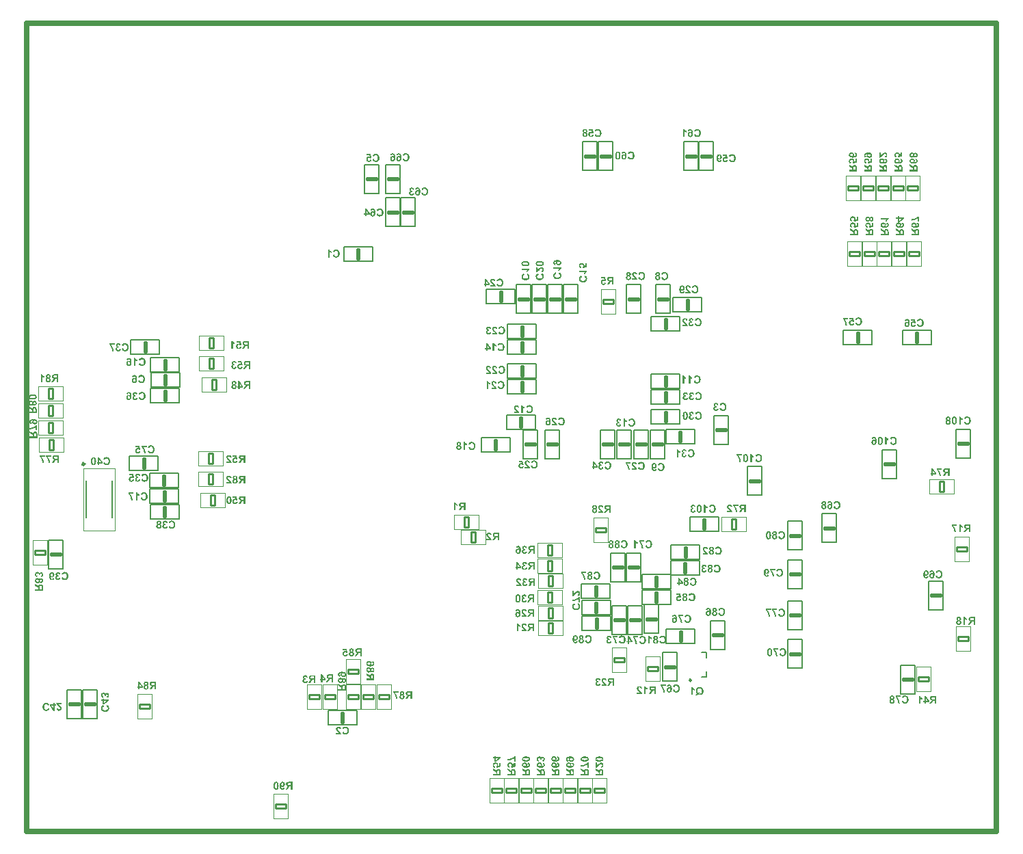
<source format=gbo>
G04*
G04 #@! TF.GenerationSoftware,Altium Limited,Altium Designer,18.1.7 (191)*
G04*
G04 Layer_Color=32896*
%FSLAX24Y24*%
%MOIN*%
G70*
G01*
G75*
%ADD10C,0.0079*%
%ADD11C,0.0118*%
%ADD13C,0.0100*%
%ADD14C,0.0098*%
%ADD19C,0.0020*%
%ADD20C,0.0050*%
%ADD21C,0.0020*%
%ADD25C,0.0250*%
G36*
X12439Y2379D02*
X12448Y2378D01*
X12456Y2376D01*
X12465Y2374D01*
X12473Y2371D01*
X12480Y2368D01*
X12487Y2365D01*
X12493Y2362D01*
X12498Y2358D01*
X12503Y2355D01*
X12507Y2352D01*
X12511Y2349D01*
X12514Y2347D01*
X12515Y2345D01*
X12516Y2344D01*
X12517Y2344D01*
X12523Y2337D01*
X12528Y2329D01*
X12533Y2322D01*
X12537Y2314D01*
X12540Y2306D01*
X12543Y2298D01*
X12547Y2283D01*
X12549Y2276D01*
X12550Y2269D01*
X12550Y2264D01*
X12551Y2259D01*
X12551Y2254D01*
Y2252D01*
Y2249D01*
Y2249D01*
X12551Y2239D01*
X12550Y2229D01*
X12549Y2219D01*
X12546Y2211D01*
X12544Y2203D01*
X12541Y2196D01*
X12538Y2188D01*
X12535Y2182D01*
X12532Y2177D01*
X12529Y2172D01*
X12526Y2168D01*
X12524Y2164D01*
X12521Y2162D01*
X12520Y2159D01*
X12519Y2158D01*
X12519Y2158D01*
X12513Y2152D01*
X12506Y2146D01*
X12499Y2142D01*
X12493Y2138D01*
X12486Y2135D01*
X12480Y2131D01*
X12468Y2127D01*
X12457Y2125D01*
X12453Y2124D01*
X12449Y2123D01*
X12445Y2123D01*
X12441D01*
X12433Y2123D01*
X12426Y2125D01*
X12419Y2126D01*
X12413Y2128D01*
X12400Y2133D01*
X12390Y2139D01*
X12383Y2145D01*
X12379Y2148D01*
X12377Y2150D01*
X12374Y2152D01*
X12373Y2154D01*
X12372Y2154D01*
X12372Y2155D01*
X12373Y2143D01*
X12374Y2132D01*
X12375Y2122D01*
X12377Y2113D01*
X12378Y2106D01*
X12380Y2098D01*
X12382Y2092D01*
X12383Y2087D01*
X12385Y2082D01*
X12387Y2078D01*
X12388Y2075D01*
X12389Y2072D01*
X12390Y2070D01*
X12392Y2069D01*
X12392Y2068D01*
X12398Y2061D01*
X12405Y2056D01*
X12411Y2052D01*
X12417Y2050D01*
X12423Y2048D01*
X12426Y2048D01*
X12429Y2047D01*
X12430D01*
X12436Y2048D01*
X12443Y2049D01*
X12447Y2051D01*
X12451Y2052D01*
X12455Y2054D01*
X12457Y2056D01*
X12459Y2057D01*
X12459Y2057D01*
X12463Y2062D01*
X12466Y2067D01*
X12468Y2072D01*
X12470Y2078D01*
X12471Y2082D01*
X12472Y2086D01*
X12473Y2089D01*
Y2090D01*
X12544Y2082D01*
X12542Y2073D01*
X12540Y2065D01*
X12537Y2057D01*
X12535Y2051D01*
X12532Y2044D01*
X12529Y2038D01*
X12526Y2033D01*
X12523Y2028D01*
X12520Y2024D01*
X12517Y2020D01*
X12515Y2017D01*
X12513Y2015D01*
X12511Y2013D01*
X12509Y2011D01*
X12509Y2011D01*
X12508Y2010D01*
X12503Y2006D01*
X12497Y2002D01*
X12485Y1996D01*
X12473Y1992D01*
X12461Y1989D01*
X12451Y1987D01*
X12446Y1987D01*
X12443D01*
X12440Y1986D01*
X12435D01*
X12424Y1987D01*
X12413Y1989D01*
X12403Y1991D01*
X12393Y1994D01*
X12384Y1997D01*
X12376Y2001D01*
X12368Y2005D01*
X12362Y2010D01*
X12355Y2014D01*
X12350Y2018D01*
X12345Y2022D01*
X12342Y2026D01*
X12338Y2029D01*
X12336Y2031D01*
X12335Y2032D01*
X12334Y2033D01*
X12327Y2042D01*
X12322Y2053D01*
X12316Y2065D01*
X12312Y2076D01*
X12308Y2089D01*
X12304Y2102D01*
X12302Y2114D01*
X12300Y2127D01*
X12298Y2138D01*
X12297Y2149D01*
X12296Y2159D01*
X12295Y2168D01*
X12295Y2175D01*
Y2181D01*
Y2182D01*
Y2184D01*
Y2184D01*
Y2185D01*
X12295Y2204D01*
X12297Y2221D01*
X12298Y2237D01*
X12301Y2252D01*
X12304Y2265D01*
X12307Y2278D01*
X12310Y2289D01*
X12314Y2299D01*
X12317Y2307D01*
X12320Y2314D01*
X12324Y2320D01*
X12327Y2325D01*
X12329Y2329D01*
X12331Y2332D01*
X12332Y2334D01*
X12333Y2334D01*
X12340Y2342D01*
X12348Y2349D01*
X12355Y2355D01*
X12363Y2360D01*
X12372Y2365D01*
X12379Y2369D01*
X12387Y2371D01*
X12395Y2374D01*
X12401Y2376D01*
X12408Y2378D01*
X12414Y2379D01*
X12419Y2379D01*
X12423D01*
X12426Y2380D01*
X12429D01*
X12439Y2379D01*
D02*
G37*
G36*
X12917Y1994D02*
X12839D01*
Y2154D01*
X12814D01*
X12806Y2153D01*
X12799Y2153D01*
X12794Y2152D01*
X12789Y2151D01*
X12787Y2150D01*
X12785Y2149D01*
X12784D01*
X12780Y2147D01*
X12776Y2145D01*
X12772Y2142D01*
X12768Y2140D01*
X12765Y2137D01*
X12763Y2135D01*
X12762Y2134D01*
X12761Y2133D01*
X12759Y2131D01*
X12756Y2128D01*
X12750Y2120D01*
X12743Y2111D01*
X12736Y2101D01*
X12730Y2092D01*
X12727Y2087D01*
X12725Y2084D01*
X12723Y2081D01*
X12721Y2079D01*
X12721Y2077D01*
X12720Y2077D01*
X12665Y1994D01*
X12571D01*
X12618Y2068D01*
X12623Y2076D01*
X12628Y2084D01*
X12633Y2091D01*
X12637Y2097D01*
X12641Y2102D01*
X12645Y2108D01*
X12651Y2116D01*
X12656Y2123D01*
X12660Y2127D01*
X12662Y2130D01*
X12663Y2131D01*
X12669Y2137D01*
X12676Y2143D01*
X12683Y2148D01*
X12690Y2153D01*
X12695Y2157D01*
X12700Y2160D01*
X12703Y2162D01*
X12703Y2163D01*
X12704D01*
X12695Y2164D01*
X12686Y2167D01*
X12678Y2169D01*
X12671Y2172D01*
X12664Y2174D01*
X12658Y2177D01*
X12652Y2180D01*
X12647Y2183D01*
X12642Y2186D01*
X12638Y2189D01*
X12635Y2192D01*
X12633Y2194D01*
X12631Y2196D01*
X12629Y2197D01*
X12628Y2198D01*
X12628Y2198D01*
X12623Y2204D01*
X12620Y2209D01*
X12613Y2222D01*
X12609Y2233D01*
X12606Y2245D01*
X12604Y2255D01*
X12603Y2259D01*
Y2263D01*
X12602Y2265D01*
Y2268D01*
Y2269D01*
Y2270D01*
X12603Y2282D01*
X12605Y2294D01*
X12608Y2304D01*
X12611Y2313D01*
X12614Y2320D01*
X12617Y2325D01*
X12618Y2327D01*
X12619Y2329D01*
X12620Y2329D01*
Y2330D01*
X12626Y2339D01*
X12633Y2347D01*
X12641Y2353D01*
X12648Y2359D01*
X12655Y2362D01*
X12660Y2365D01*
X12663Y2367D01*
X12663Y2367D01*
X12664D01*
X12670Y2369D01*
X12676Y2370D01*
X12690Y2373D01*
X12705Y2375D01*
X12719Y2376D01*
X12726D01*
X12732Y2377D01*
X12738D01*
X12743Y2378D01*
X12917D01*
Y1994D01*
D02*
G37*
G36*
X12133Y2379D02*
X12142Y2378D01*
X12152Y2376D01*
X12160Y2374D01*
X12168Y2370D01*
X12175Y2367D01*
X12181Y2364D01*
X12187Y2360D01*
X12192Y2356D01*
X12197Y2353D01*
X12201Y2349D01*
X12204Y2346D01*
X12207Y2344D01*
X12208Y2342D01*
X12209Y2340D01*
X12210Y2340D01*
X12217Y2330D01*
X12222Y2319D01*
X12227Y2308D01*
X12232Y2295D01*
X12235Y2283D01*
X12238Y2269D01*
X12241Y2257D01*
X12243Y2244D01*
X12244Y2232D01*
X12245Y2221D01*
X12246Y2210D01*
X12247Y2201D01*
X12247Y2194D01*
Y2188D01*
Y2186D01*
Y2184D01*
Y2184D01*
Y2183D01*
X12247Y2163D01*
X12246Y2145D01*
X12244Y2128D01*
X12242Y2112D01*
X12239Y2098D01*
X12237Y2086D01*
X12233Y2075D01*
X12230Y2065D01*
X12227Y2056D01*
X12224Y2048D01*
X12221Y2042D01*
X12218Y2037D01*
X12217Y2034D01*
X12215Y2031D01*
X12214Y2030D01*
X12213Y2029D01*
X12207Y2021D01*
X12199Y2015D01*
X12192Y2009D01*
X12184Y2005D01*
X12177Y2000D01*
X12170Y1997D01*
X12162Y1994D01*
X12155Y1992D01*
X12148Y1990D01*
X12142Y1989D01*
X12137Y1987D01*
X12132Y1987D01*
X12128D01*
X12125Y1986D01*
X12123D01*
X12113Y1987D01*
X12103Y1988D01*
X12094Y1990D01*
X12086Y1992D01*
X12078Y1995D01*
X12071Y1999D01*
X12065Y2002D01*
X12059Y2006D01*
X12054Y2010D01*
X12049Y2014D01*
X12045Y2017D01*
X12041Y2020D01*
X12039Y2022D01*
X12037Y2024D01*
X12036Y2025D01*
X12036Y2026D01*
X12029Y2035D01*
X12024Y2046D01*
X12018Y2058D01*
X12014Y2071D01*
X12010Y2083D01*
X12007Y2096D01*
X12005Y2110D01*
X12002Y2122D01*
X12001Y2135D01*
X12000Y2146D01*
X11999Y2156D01*
X11999Y2165D01*
X11998Y2172D01*
Y2178D01*
Y2180D01*
Y2182D01*
Y2182D01*
Y2183D01*
X11999Y2203D01*
X12000Y2221D01*
X12001Y2238D01*
X12004Y2253D01*
X12007Y2268D01*
X12010Y2280D01*
X12014Y2292D01*
X12017Y2302D01*
X12020Y2312D01*
X12024Y2319D01*
X12027Y2325D01*
X12030Y2331D01*
X12032Y2335D01*
X12034Y2338D01*
X12035Y2339D01*
X12036Y2340D01*
X12042Y2347D01*
X12049Y2353D01*
X12056Y2358D01*
X12063Y2363D01*
X12070Y2367D01*
X12077Y2370D01*
X12084Y2373D01*
X12091Y2375D01*
X12098Y2376D01*
X12103Y2378D01*
X12109Y2379D01*
X12113Y2379D01*
X12117Y2380D01*
X12123D01*
X12133Y2379D01*
D02*
G37*
G36*
X15357Y7743D02*
X15374Y7742D01*
X15390Y7740D01*
X15405Y7738D01*
X15418Y7735D01*
X15431Y7732D01*
X15442Y7728D01*
X15452Y7725D01*
X15460Y7722D01*
X15467Y7718D01*
X15473Y7715D01*
X15478Y7712D01*
X15482Y7709D01*
X15485Y7708D01*
X15487Y7707D01*
X15487Y7706D01*
X15495Y7699D01*
X15502Y7691D01*
X15508Y7683D01*
X15513Y7676D01*
X15518Y7667D01*
X15522Y7659D01*
X15524Y7652D01*
X15527Y7644D01*
X15529Y7637D01*
X15531Y7631D01*
X15532Y7625D01*
X15532Y7620D01*
Y7616D01*
X15533Y7613D01*
Y7610D01*
X15532Y7600D01*
X15531Y7591D01*
X15529Y7582D01*
X15527Y7574D01*
X15524Y7566D01*
X15521Y7559D01*
X15518Y7552D01*
X15515Y7546D01*
X15511Y7541D01*
X15508Y7536D01*
X15505Y7532D01*
X15502Y7528D01*
X15500Y7525D01*
X15498Y7523D01*
X15497Y7522D01*
X15497Y7522D01*
X15489Y7516D01*
X15482Y7511D01*
X15474Y7506D01*
X15467Y7502D01*
X15459Y7498D01*
X15451Y7496D01*
X15436Y7492D01*
X15429Y7490D01*
X15422Y7489D01*
X15417Y7489D01*
X15412Y7488D01*
X15407Y7487D01*
X15405D01*
X15402D01*
X15402D01*
X15392Y7488D01*
X15382Y7489D01*
X15372Y7490D01*
X15364Y7492D01*
X15356Y7495D01*
X15348Y7498D01*
X15341Y7501D01*
X15335Y7504D01*
X15330Y7507D01*
X15325Y7510D01*
X15321Y7512D01*
X15317Y7515D01*
X15315Y7517D01*
X15312Y7518D01*
X15311Y7520D01*
X15311Y7520D01*
X15305Y7526D01*
X15299Y7533D01*
X15295Y7540D01*
X15291Y7546D01*
X15287Y7553D01*
X15284Y7559D01*
X15280Y7571D01*
X15277Y7582D01*
X15277Y7586D01*
X15276Y7590D01*
X15276Y7593D01*
Y7598D01*
X15276Y7606D01*
X15277Y7613D01*
X15279Y7619D01*
X15281Y7626D01*
X15286Y7638D01*
X15292Y7648D01*
X15298Y7656D01*
X15301Y7659D01*
X15303Y7662D01*
X15305Y7664D01*
X15307Y7666D01*
X15307Y7667D01*
X15308Y7667D01*
X15296Y7666D01*
X15285Y7665D01*
X15275Y7664D01*
X15266Y7662D01*
X15259Y7661D01*
X15251Y7659D01*
X15245Y7657D01*
X15240Y7656D01*
X15235Y7653D01*
X15231Y7652D01*
X15227Y7651D01*
X15225Y7649D01*
X15223Y7648D01*
X15222Y7647D01*
X15221Y7647D01*
X15214Y7641D01*
X15209Y7634D01*
X15205Y7628D01*
X15203Y7622D01*
X15201Y7616D01*
X15201Y7612D01*
X15200Y7610D01*
Y7608D01*
X15201Y7602D01*
X15202Y7596D01*
X15204Y7592D01*
X15205Y7587D01*
X15207Y7584D01*
X15209Y7582D01*
X15210Y7580D01*
X15210Y7580D01*
X15215Y7576D01*
X15220Y7573D01*
X15225Y7571D01*
X15231Y7569D01*
X15235Y7567D01*
X15239Y7567D01*
X15242Y7566D01*
X15243D01*
X15235Y7495D01*
X15226Y7497D01*
X15218Y7499D01*
X15210Y7501D01*
X15204Y7504D01*
X15197Y7507D01*
X15191Y7510D01*
X15186Y7513D01*
X15181Y7516D01*
X15177Y7519D01*
X15173Y7521D01*
X15170Y7524D01*
X15168Y7526D01*
X15166Y7528D01*
X15164Y7530D01*
X15164Y7530D01*
X15163Y7531D01*
X15159Y7536D01*
X15155Y7542D01*
X15149Y7554D01*
X15145Y7566D01*
X15142Y7577D01*
X15140Y7588D01*
X15140Y7592D01*
Y7596D01*
X15139Y7599D01*
Y7603D01*
X15140Y7615D01*
X15141Y7626D01*
X15144Y7636D01*
X15146Y7646D01*
X15150Y7654D01*
X15154Y7663D01*
X15158Y7671D01*
X15163Y7677D01*
X15167Y7683D01*
X15171Y7689D01*
X15175Y7693D01*
X15179Y7697D01*
X15181Y7701D01*
X15184Y7703D01*
X15185Y7704D01*
X15186Y7704D01*
X15195Y7712D01*
X15206Y7717D01*
X15217Y7723D01*
X15229Y7727D01*
X15242Y7731D01*
X15255Y7734D01*
X15267Y7737D01*
X15280Y7739D01*
X15291Y7740D01*
X15302Y7742D01*
X15312Y7743D01*
X15321Y7743D01*
X15328Y7744D01*
X15333D01*
X15335D01*
X15337D01*
X15337D01*
X15338D01*
X15357Y7743D01*
D02*
G37*
G36*
X15271Y7446D02*
X15281Y7444D01*
X15291Y7441D01*
X15300Y7438D01*
X15306Y7435D01*
X15311Y7432D01*
X15315Y7430D01*
X15316Y7430D01*
X15325Y7423D01*
X15332Y7415D01*
X15339Y7407D01*
X15344Y7399D01*
X15348Y7392D01*
X15352Y7386D01*
X15353Y7384D01*
X15353Y7383D01*
X15354Y7381D01*
Y7381D01*
X15358Y7390D01*
X15363Y7397D01*
X15368Y7404D01*
X15374Y7410D01*
X15378Y7414D01*
X15382Y7417D01*
X15385Y7419D01*
X15386Y7420D01*
X15394Y7425D01*
X15402Y7428D01*
X15410Y7431D01*
X15417Y7432D01*
X15424Y7434D01*
X15429Y7434D01*
X15432D01*
X15433D01*
X15433D01*
X15441Y7434D01*
X15449Y7433D01*
X15463Y7429D01*
X15474Y7425D01*
X15485Y7419D01*
X15493Y7413D01*
X15497Y7411D01*
X15499Y7409D01*
X15502Y7406D01*
X15503Y7405D01*
X15504Y7404D01*
X15504Y7404D01*
X15509Y7397D01*
X15514Y7391D01*
X15518Y7384D01*
X15521Y7378D01*
X15526Y7363D01*
X15529Y7349D01*
X15531Y7343D01*
X15531Y7337D01*
X15532Y7332D01*
X15532Y7327D01*
X15533Y7324D01*
Y7318D01*
X15532Y7308D01*
X15532Y7299D01*
X15530Y7290D01*
X15528Y7282D01*
X15526Y7274D01*
X15524Y7267D01*
X15521Y7260D01*
X15519Y7255D01*
X15516Y7249D01*
X15513Y7245D01*
X15511Y7242D01*
X15509Y7238D01*
X15507Y7236D01*
X15506Y7234D01*
X15505Y7233D01*
X15504Y7233D01*
X15499Y7228D01*
X15493Y7223D01*
X15487Y7219D01*
X15482Y7215D01*
X15469Y7210D01*
X15458Y7207D01*
X15448Y7204D01*
X15444Y7204D01*
X15441Y7203D01*
X15437Y7203D01*
X15435D01*
X15434D01*
X15433D01*
X15424Y7203D01*
X15416Y7205D01*
X15407Y7207D01*
X15401Y7209D01*
X15395Y7212D01*
X15391Y7213D01*
X15388Y7215D01*
X15387Y7215D01*
X15380Y7221D01*
X15373Y7228D01*
X15367Y7234D01*
X15362Y7242D01*
X15359Y7248D01*
X15356Y7253D01*
X15355Y7256D01*
X15354Y7257D01*
Y7257D01*
X15348Y7245D01*
X15342Y7235D01*
X15335Y7227D01*
X15329Y7220D01*
X15322Y7215D01*
X15318Y7211D01*
X15315Y7209D01*
X15314Y7208D01*
X15314D01*
X15304Y7203D01*
X15294Y7199D01*
X15284Y7197D01*
X15275Y7195D01*
X15267Y7194D01*
X15261Y7193D01*
X15259D01*
X15257D01*
X15256D01*
X15256D01*
X15245Y7194D01*
X15236Y7195D01*
X15226Y7197D01*
X15218Y7200D01*
X15210Y7203D01*
X15203Y7206D01*
X15196Y7210D01*
X15190Y7214D01*
X15185Y7218D01*
X15180Y7222D01*
X15176Y7225D01*
X15173Y7228D01*
X15170Y7230D01*
X15168Y7233D01*
X15167Y7234D01*
X15166Y7234D01*
X15161Y7241D01*
X15158Y7248D01*
X15154Y7255D01*
X15151Y7263D01*
X15146Y7277D01*
X15143Y7291D01*
X15141Y7298D01*
X15141Y7303D01*
X15140Y7308D01*
X15140Y7313D01*
X15139Y7316D01*
Y7321D01*
X15140Y7332D01*
X15141Y7341D01*
X15143Y7351D01*
X15144Y7360D01*
X15147Y7368D01*
X15150Y7375D01*
X15153Y7382D01*
X15156Y7388D01*
X15159Y7394D01*
X15162Y7398D01*
X15165Y7402D01*
X15168Y7406D01*
X15169Y7409D01*
X15171Y7410D01*
X15172Y7411D01*
X15173Y7412D01*
X15179Y7418D01*
X15186Y7423D01*
X15193Y7428D01*
X15200Y7432D01*
X15208Y7435D01*
X15215Y7438D01*
X15229Y7442D01*
X15235Y7444D01*
X15240Y7445D01*
X15246Y7445D01*
X15250Y7446D01*
X15254Y7446D01*
X15257D01*
X15259D01*
X15259D01*
X15271Y7446D01*
D02*
G37*
G36*
X15221Y7122D02*
X15229Y7117D01*
X15237Y7112D01*
X15244Y7107D01*
X15250Y7103D01*
X15255Y7099D01*
X15261Y7096D01*
X15269Y7089D01*
X15276Y7084D01*
X15280Y7081D01*
X15283Y7078D01*
X15284Y7077D01*
X15290Y7071D01*
X15296Y7064D01*
X15301Y7057D01*
X15306Y7051D01*
X15310Y7045D01*
X15313Y7041D01*
X15315Y7037D01*
X15316Y7037D01*
Y7036D01*
X15317Y7046D01*
X15320Y7054D01*
X15322Y7062D01*
X15325Y7069D01*
X15327Y7076D01*
X15330Y7082D01*
X15333Y7088D01*
X15336Y7093D01*
X15339Y7098D01*
X15342Y7102D01*
X15345Y7105D01*
X15347Y7107D01*
X15348Y7109D01*
X15350Y7111D01*
X15351Y7112D01*
X15351Y7112D01*
X15357Y7117D01*
X15362Y7121D01*
X15375Y7127D01*
X15386Y7132D01*
X15398Y7134D01*
X15408Y7137D01*
X15412Y7137D01*
X15416D01*
X15418Y7138D01*
X15421D01*
X15422D01*
X15423D01*
X15435Y7137D01*
X15447Y7135D01*
X15457Y7132D01*
X15466Y7129D01*
X15473Y7126D01*
X15478Y7123D01*
X15480Y7122D01*
X15482Y7121D01*
X15482Y7121D01*
X15483D01*
X15492Y7114D01*
X15500Y7107D01*
X15506Y7099D01*
X15512Y7092D01*
X15515Y7086D01*
X15518Y7081D01*
X15519Y7077D01*
X15520Y7077D01*
Y7076D01*
X15522Y7071D01*
X15523Y7064D01*
X15526Y7051D01*
X15528Y7036D01*
X15529Y7021D01*
Y7014D01*
X15530Y7008D01*
Y7002D01*
X15531Y6997D01*
Y6824D01*
X15146D01*
Y6901D01*
X15307D01*
Y6926D01*
X15306Y6934D01*
X15306Y6941D01*
X15305Y6946D01*
X15304Y6951D01*
X15303Y6953D01*
X15302Y6955D01*
Y6956D01*
X15300Y6960D01*
X15298Y6965D01*
X15295Y6968D01*
X15293Y6972D01*
X15290Y6975D01*
X15288Y6977D01*
X15287Y6978D01*
X15286Y6979D01*
X15284Y6981D01*
X15281Y6984D01*
X15272Y6990D01*
X15264Y6997D01*
X15254Y7004D01*
X15245Y7010D01*
X15240Y7013D01*
X15237Y7015D01*
X15234Y7017D01*
X15232Y7019D01*
X15230Y7020D01*
X15230Y7020D01*
X15146Y7076D01*
Y7169D01*
X15221Y7122D01*
D02*
G37*
G36*
X18756Y6413D02*
X18678D01*
Y6573D01*
X18653D01*
X18645Y6572D01*
X18639Y6572D01*
X18633Y6571D01*
X18629Y6570D01*
X18626Y6569D01*
X18624Y6569D01*
X18624D01*
X18619Y6566D01*
X18615Y6564D01*
X18611Y6561D01*
X18607Y6559D01*
X18604Y6556D01*
X18602Y6554D01*
X18601Y6553D01*
X18601Y6552D01*
X18598Y6550D01*
X18596Y6547D01*
X18589Y6539D01*
X18583Y6530D01*
X18576Y6520D01*
X18569Y6511D01*
X18567Y6506D01*
X18564Y6503D01*
X18562Y6500D01*
X18561Y6498D01*
X18560Y6496D01*
X18559Y6496D01*
X18504Y6413D01*
X18411D01*
X18458Y6488D01*
X18463Y6495D01*
X18468Y6503D01*
X18472Y6510D01*
X18477Y6516D01*
X18481Y6521D01*
X18484Y6527D01*
X18491Y6535D01*
X18496Y6542D01*
X18499Y6546D01*
X18502Y6549D01*
X18502Y6550D01*
X18508Y6556D01*
X18516Y6562D01*
X18522Y6567D01*
X18529Y6572D01*
X18534Y6576D01*
X18539Y6579D01*
X18542Y6581D01*
X18543Y6582D01*
X18543D01*
X18534Y6584D01*
X18526Y6586D01*
X18518Y6588D01*
X18510Y6591D01*
X18503Y6594D01*
X18497Y6596D01*
X18491Y6599D01*
X18486Y6602D01*
X18482Y6605D01*
X18478Y6608D01*
X18475Y6611D01*
X18472Y6613D01*
X18470Y6615D01*
X18468Y6616D01*
X18468Y6617D01*
X18467Y6617D01*
X18463Y6623D01*
X18459Y6628D01*
X18452Y6641D01*
X18448Y6652D01*
X18445Y6664D01*
X18443Y6674D01*
X18442Y6678D01*
Y6682D01*
X18442Y6685D01*
Y6687D01*
Y6688D01*
Y6689D01*
X18442Y6701D01*
X18445Y6713D01*
X18447Y6723D01*
X18450Y6732D01*
X18453Y6739D01*
X18456Y6744D01*
X18457Y6746D01*
X18458Y6748D01*
X18459Y6748D01*
Y6749D01*
X18466Y6758D01*
X18473Y6766D01*
X18480Y6772D01*
X18487Y6778D01*
X18494Y6781D01*
X18499Y6784D01*
X18502Y6786D01*
X18503Y6786D01*
X18503D01*
X18509Y6788D01*
X18515Y6789D01*
X18529Y6792D01*
X18544Y6794D01*
X18558Y6796D01*
X18566D01*
X18572Y6796D01*
X18578D01*
X18583Y6797D01*
X18756D01*
Y6413D01*
D02*
G37*
G36*
X18087Y6723D02*
X17920D01*
X17938Y6698D01*
X17954Y6672D01*
X17962Y6660D01*
X17968Y6647D01*
X17974Y6636D01*
X17980Y6625D01*
X17985Y6614D01*
X17989Y6605D01*
X17993Y6596D01*
X17997Y6589D01*
X17999Y6583D01*
X18001Y6579D01*
X18002Y6576D01*
X18002Y6575D01*
X18008Y6559D01*
X18013Y6544D01*
X18017Y6529D01*
X18021Y6515D01*
X18023Y6500D01*
X18026Y6487D01*
X18028Y6474D01*
X18030Y6463D01*
X18032Y6452D01*
X18033Y6442D01*
X18034Y6434D01*
X18034Y6426D01*
Y6420D01*
X18035Y6416D01*
Y6414D01*
Y6413D01*
X17964D01*
X17963Y6432D01*
X17962Y6452D01*
X17959Y6471D01*
X17958Y6480D01*
X17956Y6489D01*
X17954Y6497D01*
X17953Y6505D01*
X17952Y6511D01*
X17951Y6516D01*
X17949Y6521D01*
X17948Y6525D01*
X17948Y6527D01*
Y6527D01*
X17941Y6551D01*
X17933Y6574D01*
X17929Y6585D01*
X17925Y6595D01*
X17921Y6604D01*
X17917Y6613D01*
X17913Y6621D01*
X17910Y6628D01*
X17906Y6635D01*
X17904Y6640D01*
X17902Y6644D01*
X17900Y6647D01*
X17899Y6649D01*
X17898Y6650D01*
X17892Y6660D01*
X17886Y6670D01*
X17881Y6679D01*
X17875Y6688D01*
X17870Y6696D01*
X17864Y6703D01*
X17859Y6710D01*
X17855Y6716D01*
X17850Y6721D01*
X17846Y6726D01*
X17843Y6730D01*
X17840Y6733D01*
X17838Y6735D01*
X17836Y6737D01*
X17835Y6738D01*
X17835Y6738D01*
Y6792D01*
X18087D01*
Y6723D01*
D02*
G37*
G36*
X18271Y6798D02*
X18281Y6798D01*
X18290Y6796D01*
X18298Y6794D01*
X18306Y6792D01*
X18313Y6790D01*
X18319Y6787D01*
X18325Y6785D01*
X18330Y6782D01*
X18335Y6779D01*
X18338Y6777D01*
X18341Y6775D01*
X18344Y6773D01*
X18345Y6772D01*
X18346Y6771D01*
X18347Y6771D01*
X18352Y6765D01*
X18357Y6759D01*
X18361Y6753D01*
X18364Y6748D01*
X18370Y6736D01*
X18373Y6725D01*
X18375Y6715D01*
X18376Y6710D01*
X18376Y6707D01*
X18377Y6703D01*
Y6701D01*
Y6700D01*
Y6700D01*
X18376Y6690D01*
X18375Y6682D01*
X18373Y6673D01*
X18370Y6667D01*
X18368Y6661D01*
X18366Y6657D01*
X18365Y6654D01*
X18364Y6653D01*
X18359Y6646D01*
X18352Y6639D01*
X18345Y6633D01*
X18338Y6628D01*
X18332Y6625D01*
X18327Y6622D01*
X18324Y6621D01*
X18323Y6620D01*
X18322D01*
X18334Y6614D01*
X18344Y6608D01*
X18352Y6601D01*
X18359Y6595D01*
X18365Y6589D01*
X18369Y6584D01*
X18371Y6581D01*
X18371Y6580D01*
Y6580D01*
X18376Y6570D01*
X18380Y6560D01*
X18382Y6550D01*
X18385Y6541D01*
X18386Y6534D01*
X18386Y6527D01*
Y6525D01*
Y6524D01*
Y6522D01*
Y6522D01*
X18386Y6511D01*
X18385Y6502D01*
X18382Y6493D01*
X18380Y6484D01*
X18377Y6476D01*
X18374Y6469D01*
X18370Y6462D01*
X18366Y6456D01*
X18362Y6451D01*
X18358Y6446D01*
X18355Y6442D01*
X18352Y6439D01*
X18349Y6436D01*
X18347Y6434D01*
X18346Y6433D01*
X18345Y6433D01*
X18339Y6428D01*
X18331Y6424D01*
X18324Y6420D01*
X18317Y6417D01*
X18302Y6412D01*
X18289Y6409D01*
X18282Y6408D01*
X18276Y6407D01*
X18271Y6406D01*
X18267Y6406D01*
X18263Y6405D01*
X18258D01*
X18248Y6406D01*
X18238Y6407D01*
X18229Y6409D01*
X18220Y6410D01*
X18212Y6413D01*
X18205Y6416D01*
X18198Y6419D01*
X18191Y6422D01*
X18186Y6425D01*
X18181Y6428D01*
X18177Y6431D01*
X18174Y6434D01*
X18171Y6435D01*
X18169Y6437D01*
X18168Y6438D01*
X18168Y6439D01*
X18161Y6445D01*
X18157Y6452D01*
X18152Y6459D01*
X18148Y6466D01*
X18144Y6474D01*
X18142Y6481D01*
X18138Y6495D01*
X18136Y6501D01*
X18135Y6506D01*
X18134Y6512D01*
X18134Y6516D01*
X18133Y6520D01*
Y6523D01*
Y6525D01*
Y6525D01*
X18134Y6537D01*
X18136Y6547D01*
X18138Y6557D01*
X18142Y6566D01*
X18144Y6572D01*
X18147Y6577D01*
X18149Y6581D01*
X18150Y6582D01*
X18157Y6591D01*
X18164Y6599D01*
X18173Y6605D01*
X18180Y6610D01*
X18188Y6615D01*
X18193Y6618D01*
X18195Y6619D01*
X18197Y6620D01*
X18198Y6620D01*
X18199D01*
X18190Y6625D01*
X18182Y6630D01*
X18175Y6635D01*
X18170Y6640D01*
X18165Y6645D01*
X18163Y6648D01*
X18160Y6651D01*
X18160Y6652D01*
X18155Y6660D01*
X18152Y6668D01*
X18149Y6676D01*
X18147Y6683D01*
X18146Y6690D01*
X18145Y6695D01*
Y6698D01*
Y6699D01*
Y6700D01*
X18146Y6707D01*
X18147Y6715D01*
X18150Y6729D01*
X18155Y6741D01*
X18160Y6751D01*
X18167Y6759D01*
X18169Y6763D01*
X18171Y6766D01*
X18173Y6768D01*
X18175Y6769D01*
X18175Y6770D01*
X18176Y6771D01*
X18182Y6776D01*
X18188Y6780D01*
X18195Y6784D01*
X18202Y6787D01*
X18216Y6792D01*
X18230Y6796D01*
X18236Y6797D01*
X18243Y6797D01*
X18248Y6798D01*
X18253Y6798D01*
X18256Y6799D01*
X18261D01*
X18271Y6798D01*
D02*
G37*
G36*
X16660Y8263D02*
X16669Y8262D01*
X16679Y8260D01*
X16687Y8258D01*
X16695Y8256D01*
X16702Y8253D01*
X16710Y8250D01*
X16716Y8247D01*
X16721Y8243D01*
X16726Y8241D01*
X16730Y8238D01*
X16734Y8235D01*
X16737Y8233D01*
X16739Y8232D01*
X16740Y8231D01*
X16740Y8230D01*
X16746Y8224D01*
X16752Y8217D01*
X16757Y8211D01*
X16761Y8204D01*
X16764Y8197D01*
X16767Y8191D01*
X16771Y8178D01*
X16773Y8173D01*
X16774Y8167D01*
X16775Y8163D01*
X16775Y8159D01*
X16776Y8156D01*
Y8151D01*
X16775Y8143D01*
X16774Y8136D01*
X16773Y8130D01*
X16771Y8123D01*
X16765Y8111D01*
X16760Y8101D01*
X16754Y8093D01*
X16751Y8090D01*
X16748Y8087D01*
X16746Y8085D01*
X16745Y8083D01*
X16744Y8083D01*
X16743Y8082D01*
X16755Y8083D01*
X16766Y8085D01*
X16776Y8086D01*
X16785Y8087D01*
X16792Y8089D01*
X16800Y8091D01*
X16806Y8092D01*
X16811Y8095D01*
X16816Y8096D01*
X16820Y8097D01*
X16823Y8099D01*
X16826Y8100D01*
X16828Y8101D01*
X16829Y8102D01*
X16830Y8103D01*
X16837Y8109D01*
X16842Y8116D01*
X16846Y8122D01*
X16848Y8128D01*
X16850Y8134D01*
X16851Y8138D01*
X16851Y8141D01*
Y8142D01*
X16851Y8148D01*
X16850Y8155D01*
X16848Y8160D01*
X16846Y8163D01*
X16844Y8167D01*
X16842Y8169D01*
X16841Y8171D01*
X16841Y8171D01*
X16836Y8175D01*
X16831Y8178D01*
X16826Y8181D01*
X16821Y8182D01*
X16816Y8183D01*
X16812Y8184D01*
X16810Y8185D01*
X16808D01*
X16816Y8256D01*
X16833Y8252D01*
X16847Y8247D01*
X16859Y8241D01*
X16870Y8234D01*
X16877Y8228D01*
X16880Y8226D01*
X16883Y8223D01*
X16885Y8222D01*
X16886Y8220D01*
X16887Y8219D01*
Y8219D01*
X16892Y8213D01*
X16896Y8208D01*
X16902Y8196D01*
X16906Y8183D01*
X16909Y8172D01*
X16911Y8162D01*
X16912Y8158D01*
Y8154D01*
X16912Y8151D01*
Y8147D01*
X16912Y8135D01*
X16910Y8125D01*
X16908Y8114D01*
X16905Y8105D01*
X16901Y8096D01*
X16897Y8087D01*
X16893Y8080D01*
X16889Y8072D01*
X16885Y8066D01*
X16880Y8061D01*
X16876Y8056D01*
X16872Y8052D01*
X16870Y8049D01*
X16867Y8047D01*
X16866Y8046D01*
X16865Y8045D01*
X16856Y8039D01*
X16845Y8032D01*
X16833Y8027D01*
X16822Y8023D01*
X16809Y8019D01*
X16796Y8016D01*
X16783Y8013D01*
X16771Y8011D01*
X16760Y8010D01*
X16749Y8009D01*
X16739Y8007D01*
X16730Y8007D01*
X16722Y8006D01*
X16717D01*
X16715D01*
X16714D01*
X16713D01*
X16712D01*
X16694Y8007D01*
X16676Y8008D01*
X16660Y8010D01*
X16646Y8012D01*
X16632Y8015D01*
X16620Y8018D01*
X16609Y8021D01*
X16599Y8025D01*
X16591Y8029D01*
X16584Y8032D01*
X16578Y8035D01*
X16573Y8038D01*
X16569Y8040D01*
X16566Y8042D01*
X16564Y8043D01*
X16564Y8044D01*
X16556Y8051D01*
X16549Y8059D01*
X16543Y8066D01*
X16538Y8075D01*
X16533Y8082D01*
X16530Y8091D01*
X16527Y8098D01*
X16524Y8106D01*
X16523Y8113D01*
X16521Y8119D01*
X16520Y8125D01*
X16519Y8130D01*
Y8134D01*
X16519Y8137D01*
Y8140D01*
X16519Y8150D01*
X16520Y8159D01*
X16522Y8168D01*
X16524Y8176D01*
X16527Y8184D01*
X16530Y8192D01*
X16533Y8198D01*
X16537Y8204D01*
X16540Y8210D01*
X16543Y8214D01*
X16546Y8219D01*
X16549Y8222D01*
X16551Y8225D01*
X16553Y8227D01*
X16554Y8228D01*
X16554Y8228D01*
X16561Y8234D01*
X16569Y8240D01*
X16576Y8244D01*
X16584Y8248D01*
X16592Y8252D01*
X16600Y8255D01*
X16615Y8259D01*
X16622Y8261D01*
X16629Y8262D01*
X16634Y8262D01*
X16639Y8263D01*
X16644Y8263D01*
X16646D01*
X16649D01*
X16649D01*
X16660Y8263D01*
D02*
G37*
G36*
X16650Y7959D02*
X16661Y7957D01*
X16671Y7955D01*
X16679Y7951D01*
X16686Y7949D01*
X16691Y7946D01*
X16694Y7944D01*
X16695Y7943D01*
X16704Y7936D01*
X16712Y7929D01*
X16719Y7920D01*
X16724Y7913D01*
X16728Y7905D01*
X16731Y7900D01*
X16732Y7898D01*
X16733Y7896D01*
X16734Y7895D01*
Y7894D01*
X16738Y7903D01*
X16743Y7911D01*
X16748Y7918D01*
X16754Y7923D01*
X16758Y7928D01*
X16762Y7930D01*
X16764Y7933D01*
X16765Y7933D01*
X16774Y7938D01*
X16782Y7941D01*
X16790Y7944D01*
X16797Y7946D01*
X16803Y7947D01*
X16808Y7948D01*
X16812D01*
X16812D01*
X16813D01*
X16821Y7947D01*
X16828Y7946D01*
X16842Y7943D01*
X16854Y7938D01*
X16865Y7933D01*
X16873Y7926D01*
X16876Y7924D01*
X16879Y7922D01*
X16881Y7920D01*
X16883Y7918D01*
X16883Y7918D01*
X16884Y7917D01*
X16889Y7911D01*
X16893Y7905D01*
X16897Y7898D01*
X16901Y7891D01*
X16906Y7876D01*
X16909Y7863D01*
X16910Y7856D01*
X16911Y7850D01*
X16911Y7845D01*
X16912Y7840D01*
X16912Y7837D01*
Y7832D01*
X16912Y7822D01*
X16911Y7812D01*
X16909Y7803D01*
X16908Y7795D01*
X16906Y7787D01*
X16903Y7780D01*
X16901Y7774D01*
X16898Y7768D01*
X16896Y7763D01*
X16893Y7758D01*
X16891Y7755D01*
X16888Y7752D01*
X16887Y7749D01*
X16885Y7748D01*
X16885Y7747D01*
X16884Y7746D01*
X16878Y7741D01*
X16873Y7736D01*
X16867Y7732D01*
X16861Y7729D01*
X16849Y7723D01*
X16838Y7720D01*
X16828Y7718D01*
X16823Y7717D01*
X16820Y7717D01*
X16817Y7716D01*
X16815D01*
X16813D01*
X16813D01*
X16803Y7717D01*
X16795Y7718D01*
X16787Y7720D01*
X16780Y7723D01*
X16774Y7725D01*
X16770Y7727D01*
X16767Y7728D01*
X16766Y7729D01*
X16759Y7734D01*
X16752Y7741D01*
X16747Y7748D01*
X16742Y7755D01*
X16739Y7761D01*
X16736Y7766D01*
X16734Y7769D01*
X16734Y7770D01*
Y7770D01*
X16727Y7759D01*
X16721Y7749D01*
X16715Y7740D01*
X16708Y7734D01*
X16702Y7728D01*
X16697Y7724D01*
X16694Y7722D01*
X16694Y7722D01*
X16693D01*
X16683Y7717D01*
X16673Y7713D01*
X16663Y7711D01*
X16654Y7708D01*
X16647Y7707D01*
X16641Y7707D01*
X16639D01*
X16637D01*
X16636D01*
X16635D01*
X16625Y7707D01*
X16615Y7708D01*
X16606Y7711D01*
X16598Y7713D01*
X16589Y7716D01*
X16582Y7719D01*
X16575Y7723D01*
X16569Y7727D01*
X16564Y7731D01*
X16559Y7735D01*
X16555Y7738D01*
X16552Y7741D01*
X16549Y7744D01*
X16548Y7746D01*
X16547Y7747D01*
X16546Y7748D01*
X16541Y7754D01*
X16537Y7762D01*
X16533Y7769D01*
X16530Y7776D01*
X16525Y7790D01*
X16522Y7804D01*
X16521Y7811D01*
X16520Y7817D01*
X16520Y7822D01*
X16519Y7826D01*
X16519Y7830D01*
Y7835D01*
X16519Y7845D01*
X16520Y7855D01*
X16522Y7864D01*
X16524Y7873D01*
X16527Y7881D01*
X16529Y7888D01*
X16532Y7895D01*
X16535Y7901D01*
X16539Y7907D01*
X16542Y7911D01*
X16544Y7916D01*
X16547Y7919D01*
X16549Y7922D01*
X16550Y7924D01*
X16552Y7925D01*
X16552Y7925D01*
X16559Y7931D01*
X16565Y7936D01*
X16573Y7941D01*
X16580Y7945D01*
X16587Y7949D01*
X16594Y7951D01*
X16608Y7955D01*
X16614Y7957D01*
X16620Y7958D01*
X16625Y7959D01*
X16630Y7959D01*
X16634Y7960D01*
X16636D01*
X16638D01*
X16639D01*
X16650Y7959D01*
D02*
G37*
G36*
X16601Y7635D02*
X16609Y7630D01*
X16616Y7625D01*
X16623Y7621D01*
X16629Y7616D01*
X16635Y7612D01*
X16640Y7609D01*
X16649Y7602D01*
X16655Y7597D01*
X16660Y7594D01*
X16663Y7591D01*
X16663Y7591D01*
X16670Y7585D01*
X16676Y7577D01*
X16681Y7571D01*
X16686Y7564D01*
X16690Y7558D01*
X16692Y7554D01*
X16695Y7551D01*
X16695Y7550D01*
Y7550D01*
X16697Y7559D01*
X16699Y7567D01*
X16701Y7575D01*
X16704Y7583D01*
X16707Y7590D01*
X16710Y7596D01*
X16712Y7602D01*
X16716Y7607D01*
X16719Y7611D01*
X16721Y7615D01*
X16724Y7618D01*
X16726Y7621D01*
X16728Y7623D01*
X16730Y7624D01*
X16730Y7625D01*
X16731Y7626D01*
X16736Y7630D01*
X16742Y7634D01*
X16754Y7641D01*
X16766Y7645D01*
X16777Y7648D01*
X16787Y7650D01*
X16791Y7651D01*
X16795D01*
X16798Y7651D01*
X16801D01*
X16802D01*
X16802D01*
X16815Y7651D01*
X16826Y7648D01*
X16836Y7646D01*
X16845Y7643D01*
X16852Y7639D01*
X16858Y7637D01*
X16860Y7636D01*
X16861Y7634D01*
X16862Y7634D01*
X16862D01*
X16872Y7627D01*
X16880Y7620D01*
X16886Y7613D01*
X16891Y7606D01*
X16895Y7599D01*
X16897Y7594D01*
X16899Y7591D01*
X16899Y7590D01*
Y7590D01*
X16901Y7584D01*
X16903Y7578D01*
X16906Y7564D01*
X16907Y7549D01*
X16909Y7535D01*
Y7527D01*
X16909Y7521D01*
Y7515D01*
X16910Y7510D01*
Y7337D01*
X16526D01*
Y7415D01*
X16686D01*
Y7440D01*
X16686Y7447D01*
X16685Y7454D01*
X16684Y7460D01*
X16684Y7464D01*
X16682Y7467D01*
X16682Y7469D01*
Y7469D01*
X16680Y7474D01*
X16678Y7478D01*
X16675Y7482D01*
X16673Y7486D01*
X16670Y7489D01*
X16668Y7491D01*
X16666Y7492D01*
X16666Y7492D01*
X16663Y7495D01*
X16660Y7497D01*
X16652Y7504D01*
X16643Y7510D01*
X16633Y7517D01*
X16624Y7523D01*
X16620Y7526D01*
X16616Y7528D01*
X16614Y7531D01*
X16611Y7532D01*
X16610Y7533D01*
X16609Y7533D01*
X16526Y7589D01*
Y7682D01*
X16601Y7635D01*
D02*
G37*
G36*
X15612Y8675D02*
X15553Y8666D01*
X15548Y8671D01*
X15543Y8676D01*
X15538Y8680D01*
X15533Y8683D01*
X15523Y8688D01*
X15514Y8691D01*
X15507Y8693D01*
X15501Y8694D01*
X15499Y8695D01*
X15495D01*
X15487Y8694D01*
X15478Y8692D01*
X15471Y8689D01*
X15465Y8686D01*
X15460Y8682D01*
X15457Y8679D01*
X15454Y8677D01*
X15454Y8676D01*
X15448Y8669D01*
X15444Y8661D01*
X15442Y8652D01*
X15440Y8643D01*
X15438Y8635D01*
X15438Y8629D01*
Y8626D01*
Y8625D01*
Y8624D01*
Y8623D01*
X15438Y8610D01*
X15440Y8598D01*
X15443Y8589D01*
X15446Y8581D01*
X15449Y8574D01*
X15451Y8570D01*
X15453Y8568D01*
X15454Y8567D01*
X15460Y8560D01*
X15467Y8555D01*
X15473Y8552D01*
X15479Y8550D01*
X15485Y8549D01*
X15489Y8548D01*
X15492Y8548D01*
X15493D01*
X15500Y8548D01*
X15508Y8550D01*
X15514Y8552D01*
X15519Y8555D01*
X15523Y8558D01*
X15527Y8560D01*
X15529Y8562D01*
X15529Y8562D01*
X15534Y8568D01*
X15539Y8574D01*
X15542Y8581D01*
X15544Y8587D01*
X15546Y8593D01*
X15547Y8598D01*
X15548Y8600D01*
Y8602D01*
X15621Y8594D01*
X15619Y8585D01*
X15618Y8577D01*
X15612Y8562D01*
X15606Y8548D01*
X15603Y8543D01*
X15599Y8537D01*
X15595Y8533D01*
X15593Y8529D01*
X15589Y8525D01*
X15587Y8522D01*
X15585Y8520D01*
X15583Y8518D01*
X15582Y8518D01*
X15581Y8517D01*
X15575Y8512D01*
X15568Y8508D01*
X15561Y8504D01*
X15554Y8501D01*
X15539Y8496D01*
X15525Y8492D01*
X15519Y8491D01*
X15513Y8491D01*
X15508Y8490D01*
X15503Y8489D01*
X15499Y8489D01*
X15494D01*
X15482Y8489D01*
X15470Y8491D01*
X15460Y8493D01*
X15450Y8497D01*
X15441Y8500D01*
X15432Y8505D01*
X15424Y8509D01*
X15417Y8514D01*
X15411Y8519D01*
X15406Y8523D01*
X15401Y8528D01*
X15397Y8532D01*
X15394Y8535D01*
X15392Y8537D01*
X15391Y8539D01*
X15390Y8539D01*
X15385Y8547D01*
X15381Y8554D01*
X15377Y8561D01*
X15374Y8569D01*
X15369Y8583D01*
X15366Y8597D01*
X15364Y8602D01*
X15364Y8608D01*
X15363Y8613D01*
Y8617D01*
X15362Y8620D01*
Y8623D01*
Y8624D01*
Y8625D01*
X15363Y8635D01*
X15364Y8645D01*
X15366Y8655D01*
X15368Y8664D01*
X15370Y8671D01*
X15373Y8679D01*
X15376Y8686D01*
X15379Y8693D01*
X15383Y8698D01*
X15386Y8703D01*
X15389Y8708D01*
X15391Y8711D01*
X15393Y8714D01*
X15395Y8716D01*
X15396Y8717D01*
X15397Y8718D01*
X15403Y8724D01*
X15410Y8729D01*
X15417Y8734D01*
X15424Y8739D01*
X15431Y8742D01*
X15438Y8745D01*
X15451Y8749D01*
X15457Y8751D01*
X15463Y8752D01*
X15468Y8752D01*
X15472Y8753D01*
X15475Y8754D01*
X15480D01*
X15489Y8753D01*
X15499Y8751D01*
X15507Y8750D01*
X15515Y8747D01*
X15521Y8745D01*
X15526Y8743D01*
X15529Y8741D01*
X15530Y8741D01*
X15530D01*
X15519Y8806D01*
X15379D01*
Y8875D01*
X15574D01*
X15612Y8675D01*
D02*
G37*
G36*
X16291Y8496D02*
X16214D01*
Y8656D01*
X16189D01*
X16181Y8656D01*
X16174Y8655D01*
X16169Y8654D01*
X16164Y8654D01*
X16161Y8653D01*
X16160Y8652D01*
X16159D01*
X16155Y8650D01*
X16150Y8648D01*
X16146Y8645D01*
X16143Y8643D01*
X16140Y8640D01*
X16138Y8638D01*
X16136Y8636D01*
X16136Y8636D01*
X16134Y8633D01*
X16131Y8630D01*
X16125Y8622D01*
X16118Y8613D01*
X16111Y8603D01*
X16105Y8594D01*
X16102Y8590D01*
X16100Y8587D01*
X16098Y8584D01*
X16096Y8582D01*
X16095Y8580D01*
X16095Y8579D01*
X16039Y8496D01*
X15946D01*
X15993Y8571D01*
X15998Y8579D01*
X16003Y8587D01*
X16008Y8593D01*
X16012Y8599D01*
X16016Y8605D01*
X16019Y8610D01*
X16026Y8619D01*
X16031Y8625D01*
X16034Y8630D01*
X16037Y8633D01*
X16038Y8633D01*
X16044Y8640D01*
X16051Y8646D01*
X16058Y8651D01*
X16064Y8656D01*
X16070Y8660D01*
X16074Y8663D01*
X16078Y8665D01*
X16078Y8665D01*
X16079D01*
X16069Y8667D01*
X16061Y8669D01*
X16053Y8671D01*
X16045Y8674D01*
X16039Y8677D01*
X16033Y8680D01*
X16027Y8683D01*
X16022Y8686D01*
X16017Y8689D01*
X16013Y8691D01*
X16010Y8694D01*
X16008Y8696D01*
X16006Y8698D01*
X16004Y8700D01*
X16003Y8700D01*
X16003Y8701D01*
X15998Y8706D01*
X15994Y8712D01*
X15988Y8724D01*
X15983Y8736D01*
X15981Y8747D01*
X15978Y8757D01*
X15978Y8761D01*
Y8765D01*
X15977Y8768D01*
Y8771D01*
Y8772D01*
Y8772D01*
X15978Y8785D01*
X15980Y8796D01*
X15983Y8806D01*
X15986Y8815D01*
X15989Y8822D01*
X15992Y8828D01*
X15993Y8830D01*
X15994Y8831D01*
X15994Y8832D01*
Y8832D01*
X16001Y8842D01*
X16008Y8850D01*
X16015Y8856D01*
X16023Y8861D01*
X16029Y8865D01*
X16034Y8867D01*
X16038Y8869D01*
X16038Y8870D01*
X16039D01*
X16044Y8871D01*
X16050Y8873D01*
X16064Y8876D01*
X16079Y8877D01*
X16094Y8879D01*
X16101D01*
X16107Y8880D01*
X16113D01*
X16118Y8880D01*
X16291D01*
Y8496D01*
D02*
G37*
G36*
X15807Y8882D02*
X15816Y8881D01*
X15825Y8880D01*
X15833Y8878D01*
X15841Y8876D01*
X15848Y8873D01*
X15855Y8871D01*
X15860Y8868D01*
X15866Y8866D01*
X15870Y8863D01*
X15873Y8861D01*
X15877Y8858D01*
X15879Y8857D01*
X15881Y8855D01*
X15882Y8855D01*
X15882Y8854D01*
X15887Y8848D01*
X15892Y8843D01*
X15896Y8837D01*
X15900Y8831D01*
X15905Y8819D01*
X15908Y8808D01*
X15911Y8798D01*
X15911Y8794D01*
X15912Y8790D01*
X15912Y8787D01*
Y8785D01*
Y8784D01*
Y8783D01*
X15912Y8774D01*
X15910Y8765D01*
X15908Y8757D01*
X15906Y8750D01*
X15903Y8744D01*
X15902Y8740D01*
X15900Y8737D01*
X15900Y8736D01*
X15894Y8729D01*
X15887Y8723D01*
X15881Y8717D01*
X15873Y8712D01*
X15867Y8709D01*
X15862Y8706D01*
X15859Y8704D01*
X15858Y8704D01*
X15858D01*
X15870Y8698D01*
X15880Y8691D01*
X15888Y8685D01*
X15895Y8678D01*
X15900Y8672D01*
X15904Y8668D01*
X15906Y8664D01*
X15907Y8664D01*
Y8663D01*
X15912Y8653D01*
X15916Y8643D01*
X15918Y8633D01*
X15920Y8624D01*
X15921Y8617D01*
X15922Y8611D01*
Y8609D01*
Y8607D01*
Y8606D01*
Y8605D01*
X15921Y8595D01*
X15920Y8585D01*
X15918Y8576D01*
X15915Y8568D01*
X15912Y8559D01*
X15909Y8552D01*
X15905Y8545D01*
X15901Y8539D01*
X15897Y8534D01*
X15893Y8529D01*
X15890Y8525D01*
X15887Y8522D01*
X15885Y8519D01*
X15882Y8518D01*
X15881Y8517D01*
X15881Y8516D01*
X15874Y8511D01*
X15867Y8507D01*
X15860Y8503D01*
X15852Y8500D01*
X15838Y8496D01*
X15824Y8492D01*
X15817Y8491D01*
X15812Y8491D01*
X15807Y8490D01*
X15802Y8489D01*
X15798Y8489D01*
X15793D01*
X15783Y8489D01*
X15774Y8491D01*
X15764Y8492D01*
X15755Y8494D01*
X15747Y8497D01*
X15740Y8499D01*
X15733Y8502D01*
X15727Y8505D01*
X15721Y8509D01*
X15717Y8512D01*
X15712Y8514D01*
X15709Y8517D01*
X15706Y8519D01*
X15705Y8520D01*
X15704Y8522D01*
X15703Y8522D01*
X15697Y8529D01*
X15692Y8535D01*
X15687Y8543D01*
X15683Y8550D01*
X15680Y8557D01*
X15677Y8564D01*
X15673Y8578D01*
X15671Y8584D01*
X15670Y8590D01*
X15670Y8595D01*
X15669Y8600D01*
X15669Y8604D01*
Y8607D01*
Y8608D01*
Y8609D01*
X15669Y8620D01*
X15671Y8631D01*
X15674Y8641D01*
X15677Y8649D01*
X15680Y8656D01*
X15682Y8661D01*
X15685Y8664D01*
X15685Y8665D01*
X15692Y8674D01*
X15700Y8682D01*
X15708Y8689D01*
X15716Y8694D01*
X15723Y8698D01*
X15729Y8701D01*
X15731Y8703D01*
X15732Y8703D01*
X15734Y8704D01*
X15734D01*
X15725Y8708D01*
X15717Y8713D01*
X15711Y8718D01*
X15705Y8724D01*
X15701Y8728D01*
X15698Y8732D01*
X15696Y8734D01*
X15695Y8735D01*
X15690Y8744D01*
X15687Y8752D01*
X15684Y8760D01*
X15682Y8767D01*
X15681Y8774D01*
X15681Y8779D01*
Y8782D01*
Y8782D01*
Y8783D01*
X15681Y8791D01*
X15682Y8799D01*
X15686Y8812D01*
X15690Y8824D01*
X15696Y8835D01*
X15702Y8843D01*
X15704Y8846D01*
X15706Y8849D01*
X15709Y8851D01*
X15710Y8853D01*
X15711Y8853D01*
X15711Y8854D01*
X15717Y8859D01*
X15724Y8863D01*
X15731Y8867D01*
X15737Y8871D01*
X15752Y8876D01*
X15766Y8879D01*
X15772Y8880D01*
X15778Y8881D01*
X15783Y8881D01*
X15788Y8882D01*
X15791Y8882D01*
X15797D01*
X15807Y8882D01*
D02*
G37*
G36*
X6280Y6880D02*
X6202D01*
Y7040D01*
X6177D01*
X6170Y7040D01*
X6163Y7039D01*
X6157Y7038D01*
X6153Y7038D01*
X6150Y7037D01*
X6148Y7036D01*
X6148D01*
X6143Y7034D01*
X6139Y7032D01*
X6135Y7029D01*
X6131Y7027D01*
X6128Y7024D01*
X6126Y7022D01*
X6125Y7020D01*
X6125Y7020D01*
X6122Y7017D01*
X6120Y7014D01*
X6113Y7006D01*
X6107Y6997D01*
X6100Y6987D01*
X6094Y6978D01*
X6091Y6974D01*
X6089Y6970D01*
X6086Y6968D01*
X6085Y6965D01*
X6084Y6964D01*
X6084Y6963D01*
X6028Y6880D01*
X5935D01*
X5982Y6955D01*
X5987Y6963D01*
X5992Y6970D01*
X5996Y6977D01*
X6001Y6983D01*
X6005Y6989D01*
X6008Y6994D01*
X6015Y7003D01*
X6020Y7009D01*
X6023Y7014D01*
X6026Y7017D01*
X6026Y7017D01*
X6032Y7024D01*
X6040Y7030D01*
X6046Y7035D01*
X6053Y7040D01*
X6059Y7044D01*
X6063Y7046D01*
X6066Y7049D01*
X6067Y7049D01*
X6067D01*
X6058Y7051D01*
X6050Y7053D01*
X6042Y7055D01*
X6034Y7058D01*
X6027Y7061D01*
X6021Y7064D01*
X6015Y7066D01*
X6010Y7070D01*
X6006Y7073D01*
X6002Y7075D01*
X5999Y7078D01*
X5996Y7080D01*
X5994Y7082D01*
X5993Y7084D01*
X5992Y7084D01*
X5991Y7085D01*
X5987Y7090D01*
X5983Y7096D01*
X5976Y7108D01*
X5972Y7120D01*
X5969Y7131D01*
X5967Y7141D01*
X5966Y7145D01*
Y7149D01*
X5966Y7152D01*
Y7155D01*
Y7156D01*
Y7156D01*
X5966Y7169D01*
X5969Y7180D01*
X5971Y7190D01*
X5974Y7199D01*
X5978Y7206D01*
X5980Y7212D01*
X5981Y7214D01*
X5983Y7215D01*
X5983Y7216D01*
Y7216D01*
X5990Y7226D01*
X5997Y7234D01*
X6004Y7240D01*
X6011Y7245D01*
X6018Y7249D01*
X6023Y7251D01*
X6026Y7253D01*
X6027Y7254D01*
X6027D01*
X6033Y7255D01*
X6039Y7257D01*
X6053Y7260D01*
X6068Y7261D01*
X6082Y7263D01*
X6090D01*
X6096Y7264D01*
X6102D01*
X6107Y7264D01*
X6280D01*
Y6880D01*
D02*
G37*
G36*
X5623Y7021D02*
Y6957D01*
X5466D01*
Y6880D01*
X5395D01*
Y6957D01*
X5347D01*
Y7022D01*
X5395D01*
Y7266D01*
X5457D01*
X5623Y7021D01*
D02*
G37*
G36*
X5795Y7266D02*
X5805Y7265D01*
X5814Y7264D01*
X5822Y7262D01*
X5830Y7260D01*
X5837Y7257D01*
X5843Y7255D01*
X5849Y7252D01*
X5854Y7250D01*
X5859Y7247D01*
X5862Y7245D01*
X5865Y7242D01*
X5868Y7241D01*
X5869Y7239D01*
X5870Y7239D01*
X5871Y7238D01*
X5876Y7232D01*
X5881Y7227D01*
X5885Y7221D01*
X5888Y7215D01*
X5894Y7203D01*
X5897Y7192D01*
X5899Y7182D01*
X5900Y7177D01*
X5900Y7174D01*
X5901Y7171D01*
Y7169D01*
Y7167D01*
Y7167D01*
X5900Y7157D01*
X5899Y7149D01*
X5897Y7141D01*
X5894Y7134D01*
X5892Y7128D01*
X5890Y7124D01*
X5889Y7121D01*
X5888Y7120D01*
X5883Y7113D01*
X5876Y7106D01*
X5869Y7101D01*
X5862Y7096D01*
X5856Y7093D01*
X5851Y7090D01*
X5848Y7088D01*
X5847Y7088D01*
X5847D01*
X5858Y7081D01*
X5868Y7075D01*
X5877Y7069D01*
X5883Y7062D01*
X5889Y7056D01*
X5893Y7051D01*
X5895Y7048D01*
X5895Y7048D01*
Y7047D01*
X5900Y7037D01*
X5904Y7027D01*
X5906Y7017D01*
X5909Y7008D01*
X5910Y7001D01*
X5910Y6995D01*
Y6993D01*
Y6991D01*
Y6990D01*
Y6989D01*
X5910Y6979D01*
X5909Y6969D01*
X5906Y6960D01*
X5904Y6952D01*
X5901Y6943D01*
X5898Y6936D01*
X5894Y6929D01*
X5890Y6923D01*
X5886Y6918D01*
X5882Y6913D01*
X5879Y6909D01*
X5876Y6906D01*
X5873Y6903D01*
X5871Y6902D01*
X5870Y6901D01*
X5869Y6900D01*
X5863Y6895D01*
X5855Y6891D01*
X5848Y6887D01*
X5841Y6884D01*
X5827Y6879D01*
X5813Y6876D01*
X5806Y6875D01*
X5800Y6874D01*
X5795Y6874D01*
X5791Y6873D01*
X5787Y6873D01*
X5782D01*
X5772Y6873D01*
X5762Y6874D01*
X5753Y6876D01*
X5744Y6878D01*
X5736Y6881D01*
X5729Y6883D01*
X5722Y6886D01*
X5716Y6889D01*
X5710Y6893D01*
X5706Y6896D01*
X5701Y6898D01*
X5698Y6901D01*
X5695Y6903D01*
X5693Y6904D01*
X5692Y6906D01*
X5692Y6906D01*
X5686Y6913D01*
X5681Y6919D01*
X5676Y6927D01*
X5672Y6934D01*
X5668Y6941D01*
X5666Y6948D01*
X5662Y6962D01*
X5660Y6968D01*
X5659Y6974D01*
X5658Y6979D01*
X5658Y6984D01*
X5657Y6988D01*
Y6990D01*
Y6992D01*
Y6993D01*
X5658Y7004D01*
X5660Y7015D01*
X5662Y7025D01*
X5666Y7033D01*
X5668Y7040D01*
X5671Y7045D01*
X5673Y7048D01*
X5674Y7049D01*
X5681Y7058D01*
X5688Y7066D01*
X5697Y7073D01*
X5704Y7078D01*
X5712Y7082D01*
X5717Y7085D01*
X5719Y7086D01*
X5721Y7087D01*
X5722Y7088D01*
X5723D01*
X5714Y7092D01*
X5706Y7097D01*
X5699Y7102D01*
X5694Y7108D01*
X5689Y7112D01*
X5687Y7116D01*
X5684Y7118D01*
X5684Y7119D01*
X5679Y7128D01*
X5676Y7136D01*
X5673Y7144D01*
X5671Y7151D01*
X5670Y7157D01*
X5670Y7163D01*
Y7166D01*
Y7166D01*
Y7167D01*
X5670Y7175D01*
X5671Y7182D01*
X5674Y7196D01*
X5679Y7208D01*
X5684Y7219D01*
X5691Y7227D01*
X5693Y7230D01*
X5695Y7233D01*
X5697Y7235D01*
X5699Y7237D01*
X5699Y7237D01*
X5700Y7238D01*
X5706Y7243D01*
X5712Y7247D01*
X5719Y7251D01*
X5726Y7255D01*
X5741Y7260D01*
X5754Y7263D01*
X5761Y7264D01*
X5767Y7265D01*
X5772Y7265D01*
X5777Y7266D01*
X5780Y7266D01*
X5785D01*
X5795Y7266D01*
D02*
G37*
G36*
X41815Y33056D02*
X41823Y33054D01*
X41831Y33053D01*
X41838Y33051D01*
X41851Y33046D01*
X41862Y33040D01*
X41867Y33037D01*
X41871Y33034D01*
X41875Y33031D01*
X41877Y33028D01*
X41880Y33026D01*
X41882Y33025D01*
X41882Y33024D01*
X41883Y33023D01*
X41888Y33017D01*
X41893Y33010D01*
X41897Y33003D01*
X41901Y32996D01*
X41906Y32981D01*
X41910Y32967D01*
X41911Y32960D01*
X41912Y32954D01*
X41913Y32948D01*
X41913Y32943D01*
X41914Y32940D01*
Y32934D01*
X41913Y32925D01*
X41913Y32916D01*
X41910Y32898D01*
X41906Y32884D01*
X41903Y32877D01*
X41901Y32871D01*
X41898Y32866D01*
X41896Y32861D01*
X41893Y32857D01*
X41892Y32854D01*
X41890Y32851D01*
X41888Y32849D01*
X41888Y32848D01*
X41887Y32847D01*
X41882Y32841D01*
X41876Y32836D01*
X41870Y32831D01*
X41862Y32826D01*
X41848Y32820D01*
X41834Y32814D01*
X41827Y32812D01*
X41821Y32811D01*
X41815Y32809D01*
X41810Y32809D01*
X41806Y32807D01*
X41803D01*
X41801Y32807D01*
X41800D01*
X41793Y32880D01*
X41804Y32881D01*
X41814Y32883D01*
X41822Y32886D01*
X41828Y32888D01*
X41833Y32891D01*
X41836Y32893D01*
X41839Y32895D01*
X41839Y32895D01*
X41844Y32901D01*
X41847Y32907D01*
X41850Y32913D01*
X41851Y32919D01*
X41852Y32924D01*
X41853Y32928D01*
Y32932D01*
X41852Y32941D01*
X41851Y32948D01*
X41849Y32954D01*
X41846Y32960D01*
X41844Y32963D01*
X41842Y32967D01*
X41840Y32968D01*
X41840Y32969D01*
X41834Y32973D01*
X41828Y32977D01*
X41822Y32979D01*
X41816Y32981D01*
X41810Y32982D01*
X41805Y32982D01*
X41802D01*
X41802D01*
X41801D01*
X41793Y32982D01*
X41785Y32980D01*
X41777Y32977D01*
X41771Y32975D01*
X41765Y32972D01*
X41760Y32969D01*
X41757Y32967D01*
X41756Y32967D01*
X41753Y32964D01*
X41749Y32961D01*
X41744Y32957D01*
X41740Y32952D01*
X41729Y32942D01*
X41719Y32932D01*
X41709Y32922D01*
X41704Y32918D01*
X41701Y32913D01*
X41698Y32910D01*
X41695Y32908D01*
X41694Y32906D01*
X41693Y32906D01*
X41683Y32895D01*
X41673Y32885D01*
X41663Y32875D01*
X41655Y32867D01*
X41646Y32859D01*
X41639Y32852D01*
X41632Y32846D01*
X41625Y32841D01*
X41620Y32837D01*
X41615Y32833D01*
X41611Y32830D01*
X41607Y32827D01*
X41605Y32825D01*
X41603Y32824D01*
X41602Y32823D01*
X41601D01*
X41588Y32816D01*
X41575Y32810D01*
X41563Y32806D01*
X41552Y32802D01*
X41542Y32800D01*
X41538Y32800D01*
X41534Y32799D01*
X41532Y32799D01*
X41529Y32798D01*
X41528D01*
X41528D01*
Y33056D01*
X41596D01*
Y32910D01*
X41603Y32914D01*
X41609Y32919D01*
X41612Y32921D01*
X41614Y32923D01*
X41615Y32924D01*
X41616Y32925D01*
X41618Y32927D01*
X41621Y32929D01*
X41627Y32936D01*
X41634Y32943D01*
X41641Y32950D01*
X41648Y32957D01*
X41654Y32963D01*
X41656Y32966D01*
X41658Y32967D01*
X41658Y32968D01*
X41659Y32969D01*
X41670Y32981D01*
X41680Y32991D01*
X41689Y32999D01*
X41695Y33006D01*
X41701Y33011D01*
X41705Y33014D01*
X41708Y33017D01*
X41708Y33017D01*
X41718Y33024D01*
X41726Y33031D01*
X41735Y33036D01*
X41742Y33039D01*
X41748Y33043D01*
X41753Y33045D01*
X41756Y33046D01*
X41757Y33047D01*
X41766Y33050D01*
X41775Y33052D01*
X41783Y33054D01*
X41791Y33055D01*
X41797Y33056D01*
X41802Y33056D01*
X41805D01*
X41806D01*
X41815Y33056D01*
D02*
G37*
G36*
X41661Y32765D02*
X41671Y32764D01*
X41680Y32762D01*
X41689Y32761D01*
X41697Y32758D01*
X41704Y32755D01*
X41711Y32752D01*
X41718Y32749D01*
X41723Y32746D01*
X41728Y32743D01*
X41732Y32740D01*
X41736Y32738D01*
X41739Y32736D01*
X41740Y32734D01*
X41741Y32733D01*
X41742Y32733D01*
X41748Y32726D01*
X41754Y32720D01*
X41759Y32713D01*
X41762Y32706D01*
X41766Y32700D01*
X41769Y32693D01*
X41773Y32681D01*
X41775Y32675D01*
X41776Y32670D01*
X41776Y32665D01*
X41777Y32661D01*
X41777Y32658D01*
Y32654D01*
X41777Y32646D01*
X41776Y32639D01*
X41775Y32632D01*
X41772Y32625D01*
X41767Y32614D01*
X41761Y32604D01*
X41755Y32596D01*
X41752Y32593D01*
X41750Y32590D01*
X41747Y32588D01*
X41746Y32586D01*
X41745Y32585D01*
X41745Y32585D01*
X41756Y32586D01*
X41767Y32587D01*
X41777Y32588D01*
X41786Y32590D01*
X41794Y32592D01*
X41801Y32593D01*
X41807Y32595D01*
X41813Y32597D01*
X41818Y32599D01*
X41822Y32600D01*
X41825Y32602D01*
X41827Y32603D01*
X41830Y32604D01*
X41831Y32605D01*
X41832Y32605D01*
X41839Y32612D01*
X41844Y32618D01*
X41848Y32625D01*
X41850Y32631D01*
X41852Y32636D01*
X41852Y32641D01*
X41853Y32644D01*
Y32645D01*
X41852Y32651D01*
X41851Y32657D01*
X41850Y32662D01*
X41848Y32666D01*
X41846Y32669D01*
X41844Y32671D01*
X41843Y32673D01*
X41842Y32674D01*
X41838Y32678D01*
X41833Y32680D01*
X41827Y32683D01*
X41822Y32685D01*
X41817Y32686D01*
X41814Y32687D01*
X41811Y32688D01*
X41810D01*
X41818Y32759D01*
X41835Y32755D01*
X41849Y32749D01*
X41861Y32743D01*
X41871Y32737D01*
X41879Y32731D01*
X41882Y32729D01*
X41885Y32726D01*
X41886Y32724D01*
X41888Y32723D01*
X41889Y32722D01*
Y32721D01*
X41893Y32716D01*
X41897Y32710D01*
X41903Y32698D01*
X41908Y32686D01*
X41911Y32675D01*
X41913Y32665D01*
X41913Y32660D01*
Y32656D01*
X41914Y32654D01*
Y32649D01*
X41913Y32638D01*
X41912Y32627D01*
X41910Y32617D01*
X41907Y32607D01*
X41903Y32598D01*
X41899Y32589D01*
X41895Y32582D01*
X41891Y32575D01*
X41886Y32569D01*
X41882Y32563D01*
X41878Y32559D01*
X41874Y32555D01*
X41871Y32552D01*
X41869Y32549D01*
X41867Y32548D01*
X41867Y32548D01*
X41857Y32541D01*
X41847Y32535D01*
X41835Y32530D01*
X41824Y32525D01*
X41811Y32522D01*
X41798Y32518D01*
X41785Y32516D01*
X41773Y32514D01*
X41761Y32512D01*
X41750Y32511D01*
X41740Y32510D01*
X41731Y32509D01*
X41724Y32509D01*
X41719D01*
X41717D01*
X41715D01*
X41715D01*
X41714D01*
X41695Y32509D01*
X41678Y32511D01*
X41662Y32512D01*
X41648Y32515D01*
X41634Y32518D01*
X41622Y32520D01*
X41611Y32524D01*
X41601Y32528D01*
X41593Y32531D01*
X41585Y32534D01*
X41579Y32537D01*
X41574Y32540D01*
X41570Y32543D01*
X41568Y32544D01*
X41566Y32545D01*
X41565Y32546D01*
X41558Y32553D01*
X41550Y32561D01*
X41544Y32569D01*
X41539Y32577D01*
X41535Y32585D01*
X41532Y32593D01*
X41528Y32601D01*
X41526Y32608D01*
X41524Y32615D01*
X41523Y32622D01*
X41522Y32628D01*
X41521Y32633D01*
Y32636D01*
X41521Y32639D01*
Y32642D01*
X41521Y32652D01*
X41522Y32661D01*
X41524Y32670D01*
X41526Y32679D01*
X41529Y32687D01*
X41532Y32694D01*
X41535Y32701D01*
X41538Y32707D01*
X41542Y32713D01*
X41545Y32717D01*
X41548Y32721D01*
X41550Y32725D01*
X41553Y32728D01*
X41554Y32729D01*
X41555Y32730D01*
X41556Y32731D01*
X41563Y32737D01*
X41570Y32743D01*
X41578Y32747D01*
X41586Y32751D01*
X41594Y32755D01*
X41602Y32757D01*
X41617Y32761D01*
X41624Y32763D01*
X41630Y32764D01*
X41636Y32765D01*
X41641Y32765D01*
X41645Y32766D01*
X41648D01*
X41650D01*
X41651D01*
X41661Y32765D01*
D02*
G37*
G36*
X41603Y32436D02*
X41610Y32431D01*
X41618Y32426D01*
X41625Y32422D01*
X41631Y32417D01*
X41637Y32413D01*
X41642Y32410D01*
X41650Y32403D01*
X41657Y32398D01*
X41661Y32395D01*
X41664Y32392D01*
X41665Y32392D01*
X41671Y32386D01*
X41678Y32378D01*
X41683Y32372D01*
X41688Y32365D01*
X41691Y32360D01*
X41694Y32355D01*
X41696Y32352D01*
X41697Y32351D01*
Y32351D01*
X41699Y32360D01*
X41701Y32368D01*
X41703Y32376D01*
X41706Y32384D01*
X41709Y32391D01*
X41711Y32397D01*
X41714Y32403D01*
X41718Y32408D01*
X41720Y32412D01*
X41723Y32416D01*
X41726Y32420D01*
X41728Y32422D01*
X41730Y32424D01*
X41731Y32426D01*
X41732Y32426D01*
X41733Y32427D01*
X41738Y32431D01*
X41744Y32435D01*
X41756Y32442D01*
X41767Y32446D01*
X41779Y32449D01*
X41789Y32451D01*
X41793Y32452D01*
X41797D01*
X41800Y32452D01*
X41802D01*
X41804D01*
X41804D01*
X41816Y32452D01*
X41828Y32449D01*
X41838Y32447D01*
X41847Y32444D01*
X41854Y32441D01*
X41860Y32438D01*
X41861Y32437D01*
X41863Y32436D01*
X41863Y32435D01*
X41864D01*
X41873Y32428D01*
X41881Y32421D01*
X41887Y32414D01*
X41893Y32407D01*
X41896Y32400D01*
X41899Y32395D01*
X41901Y32392D01*
X41901Y32391D01*
Y32391D01*
X41903Y32385D01*
X41905Y32379D01*
X41907Y32365D01*
X41909Y32350D01*
X41911Y32336D01*
Y32328D01*
X41911Y32322D01*
Y32316D01*
X41912Y32311D01*
Y32138D01*
X41528D01*
Y32216D01*
X41688D01*
Y32241D01*
X41688Y32249D01*
X41687Y32255D01*
X41686Y32261D01*
X41685Y32265D01*
X41684Y32268D01*
X41684Y32270D01*
Y32270D01*
X41681Y32275D01*
X41679Y32279D01*
X41676Y32283D01*
X41674Y32287D01*
X41671Y32290D01*
X41669Y32292D01*
X41668Y32293D01*
X41668Y32294D01*
X41665Y32296D01*
X41662Y32299D01*
X41654Y32305D01*
X41645Y32311D01*
X41635Y32318D01*
X41626Y32325D01*
X41622Y32327D01*
X41618Y32330D01*
X41615Y32332D01*
X41613Y32333D01*
X41612Y32334D01*
X41611Y32335D01*
X41528Y32390D01*
Y32483D01*
X41603Y32436D01*
D02*
G37*
G36*
X41983Y29815D02*
X41970Y29809D01*
X41959Y29802D01*
X41948Y29794D01*
X41939Y29787D01*
X41932Y29780D01*
X41926Y29774D01*
X41924Y29772D01*
X41922Y29770D01*
X41922Y29769D01*
X41921Y29768D01*
X41912Y29756D01*
X41904Y29744D01*
X41898Y29734D01*
X41894Y29724D01*
X41890Y29717D01*
X41888Y29711D01*
X41887Y29709D01*
X41887Y29707D01*
X41886Y29707D01*
Y29706D01*
X41819D01*
X41827Y29726D01*
X41835Y29744D01*
X41840Y29752D01*
X41845Y29760D01*
X41849Y29767D01*
X41854Y29774D01*
X41858Y29780D01*
X41862Y29785D01*
X41865Y29790D01*
X41869Y29794D01*
X41872Y29797D01*
X41873Y29799D01*
X41874Y29800D01*
X41875Y29801D01*
X41597D01*
Y29875D01*
X41983D01*
Y29815D01*
D02*
G37*
G36*
X41731Y29644D02*
X41740Y29643D01*
X41749Y29642D01*
X41758Y29640D01*
X41766Y29637D01*
X41773Y29634D01*
X41781Y29632D01*
X41787Y29628D01*
X41792Y29625D01*
X41797Y29622D01*
X41801Y29620D01*
X41805Y29617D01*
X41808Y29615D01*
X41809Y29613D01*
X41811Y29612D01*
X41811Y29612D01*
X41817Y29606D01*
X41823Y29599D01*
X41828Y29592D01*
X41832Y29586D01*
X41835Y29579D01*
X41838Y29572D01*
X41842Y29560D01*
X41844Y29555D01*
X41845Y29549D01*
X41845Y29545D01*
X41846Y29541D01*
X41847Y29537D01*
Y29533D01*
X41846Y29525D01*
X41845Y29518D01*
X41844Y29511D01*
X41842Y29505D01*
X41836Y29493D01*
X41831Y29483D01*
X41824Y29475D01*
X41822Y29472D01*
X41819Y29469D01*
X41817Y29467D01*
X41816Y29465D01*
X41814Y29465D01*
X41814Y29464D01*
X41826Y29465D01*
X41837Y29466D01*
X41847Y29467D01*
X41855Y29469D01*
X41863Y29471D01*
X41870Y29472D01*
X41877Y29474D01*
X41882Y29476D01*
X41887Y29478D01*
X41891Y29479D01*
X41894Y29481D01*
X41897Y29482D01*
X41899Y29483D01*
X41900Y29484D01*
X41901Y29485D01*
X41908Y29491D01*
X41913Y29497D01*
X41917Y29504D01*
X41919Y29510D01*
X41921Y29516D01*
X41922Y29520D01*
X41922Y29523D01*
Y29524D01*
X41922Y29530D01*
X41920Y29536D01*
X41919Y29541D01*
X41917Y29545D01*
X41915Y29548D01*
X41913Y29551D01*
X41912Y29552D01*
X41912Y29553D01*
X41907Y29557D01*
X41902Y29560D01*
X41897Y29562D01*
X41892Y29564D01*
X41887Y29565D01*
X41883Y29566D01*
X41880Y29567D01*
X41879D01*
X41887Y29638D01*
X41904Y29634D01*
X41918Y29628D01*
X41930Y29622D01*
X41940Y29616D01*
X41948Y29610D01*
X41951Y29608D01*
X41954Y29605D01*
X41955Y29603D01*
X41957Y29602D01*
X41958Y29601D01*
Y29601D01*
X41963Y29595D01*
X41966Y29590D01*
X41973Y29577D01*
X41977Y29565D01*
X41980Y29554D01*
X41982Y29544D01*
X41983Y29540D01*
Y29536D01*
X41983Y29533D01*
Y29528D01*
X41983Y29517D01*
X41981Y29506D01*
X41979Y29496D01*
X41976Y29486D01*
X41972Y29477D01*
X41968Y29469D01*
X41964Y29461D01*
X41960Y29454D01*
X41955Y29448D01*
X41951Y29442D01*
X41947Y29438D01*
X41943Y29434D01*
X41940Y29431D01*
X41938Y29429D01*
X41937Y29427D01*
X41936Y29427D01*
X41927Y29420D01*
X41916Y29414D01*
X41904Y29409D01*
X41893Y29405D01*
X41880Y29401D01*
X41867Y29397D01*
X41854Y29395D01*
X41842Y29393D01*
X41831Y29391D01*
X41819Y29390D01*
X41809Y29389D01*
X41801Y29389D01*
X41793Y29388D01*
X41788D01*
X41786D01*
X41784D01*
X41784D01*
X41783D01*
X41764Y29389D01*
X41747Y29390D01*
X41731Y29391D01*
X41717Y29394D01*
X41703Y29397D01*
X41691Y29400D01*
X41680Y29403D01*
X41670Y29407D01*
X41662Y29410D01*
X41655Y29414D01*
X41648Y29416D01*
X41643Y29420D01*
X41640Y29422D01*
X41637Y29424D01*
X41635Y29425D01*
X41635Y29425D01*
X41627Y29432D01*
X41620Y29440D01*
X41613Y29448D01*
X41609Y29456D01*
X41604Y29464D01*
X41601Y29472D01*
X41597Y29480D01*
X41595Y29487D01*
X41594Y29495D01*
X41592Y29501D01*
X41591Y29507D01*
X41590Y29512D01*
Y29516D01*
X41590Y29518D01*
Y29521D01*
X41590Y29531D01*
X41591Y29541D01*
X41593Y29550D01*
X41595Y29558D01*
X41598Y29566D01*
X41601Y29573D01*
X41604Y29580D01*
X41607Y29586D01*
X41611Y29592D01*
X41614Y29596D01*
X41617Y29601D01*
X41620Y29604D01*
X41622Y29607D01*
X41623Y29608D01*
X41625Y29610D01*
X41625Y29610D01*
X41632Y29616D01*
X41640Y29622D01*
X41647Y29626D01*
X41655Y29630D01*
X41663Y29634D01*
X41671Y29637D01*
X41686Y29641D01*
X41693Y29642D01*
X41700Y29643D01*
X41705Y29644D01*
X41710Y29644D01*
X41715Y29645D01*
X41717D01*
X41719D01*
X41720D01*
X41731Y29644D01*
D02*
G37*
G36*
X41672Y29315D02*
X41680Y29310D01*
X41687Y29305D01*
X41694Y29301D01*
X41700Y29296D01*
X41706Y29293D01*
X41711Y29289D01*
X41719Y29283D01*
X41726Y29278D01*
X41731Y29274D01*
X41733Y29272D01*
X41734Y29271D01*
X41741Y29265D01*
X41747Y29258D01*
X41752Y29251D01*
X41757Y29244D01*
X41761Y29239D01*
X41763Y29234D01*
X41766Y29231D01*
X41766Y29230D01*
Y29230D01*
X41768Y29239D01*
X41770Y29248D01*
X41772Y29255D01*
X41775Y29263D01*
X41778Y29270D01*
X41781Y29276D01*
X41783Y29282D01*
X41787Y29287D01*
X41789Y29291D01*
X41792Y29295D01*
X41795Y29299D01*
X41797Y29301D01*
X41799Y29303D01*
X41801Y29305D01*
X41801Y29305D01*
X41802Y29306D01*
X41807Y29310D01*
X41813Y29314D01*
X41825Y29321D01*
X41837Y29325D01*
X41848Y29328D01*
X41858Y29330D01*
X41862Y29331D01*
X41866D01*
X41869Y29331D01*
X41872D01*
X41873D01*
X41873D01*
X41885Y29331D01*
X41897Y29329D01*
X41907Y29326D01*
X41916Y29323D01*
X41923Y29320D01*
X41929Y29317D01*
X41930Y29316D01*
X41932Y29315D01*
X41933Y29314D01*
X41933D01*
X41943Y29308D01*
X41950Y29300D01*
X41956Y29293D01*
X41962Y29286D01*
X41965Y29279D01*
X41968Y29274D01*
X41970Y29271D01*
X41970Y29270D01*
Y29270D01*
X41972Y29264D01*
X41974Y29258D01*
X41976Y29244D01*
X41978Y29229D01*
X41980Y29215D01*
Y29208D01*
X41980Y29202D01*
Y29195D01*
X41981Y29190D01*
Y29017D01*
X41597D01*
Y29095D01*
X41757D01*
Y29120D01*
X41757Y29128D01*
X41756Y29134D01*
X41755Y29140D01*
X41754Y29144D01*
X41753Y29147D01*
X41753Y29149D01*
Y29149D01*
X41751Y29154D01*
X41748Y29158D01*
X41746Y29162D01*
X41743Y29166D01*
X41741Y29169D01*
X41738Y29171D01*
X41737Y29172D01*
X41737Y29173D01*
X41734Y29175D01*
X41731Y29178D01*
X41723Y29184D01*
X41714Y29190D01*
X41704Y29198D01*
X41695Y29204D01*
X41691Y29207D01*
X41687Y29209D01*
X41685Y29211D01*
X41682Y29213D01*
X41681Y29213D01*
X41680Y29214D01*
X41597Y29269D01*
Y29363D01*
X41672Y29315D01*
D02*
G37*
G36*
X24327Y3612D02*
X24345Y3611D01*
X24362Y3610D01*
X24377Y3607D01*
X24392Y3604D01*
X24405Y3601D01*
X24416Y3597D01*
X24426Y3594D01*
X24436Y3591D01*
X24443Y3587D01*
X24450Y3584D01*
X24455Y3581D01*
X24459Y3579D01*
X24462Y3577D01*
X24463Y3576D01*
X24464Y3575D01*
X24471Y3569D01*
X24477Y3563D01*
X24482Y3555D01*
X24487Y3548D01*
X24491Y3541D01*
X24494Y3534D01*
X24497Y3527D01*
X24499Y3520D01*
X24501Y3513D01*
X24502Y3508D01*
X24503Y3502D01*
X24503Y3498D01*
X24504Y3494D01*
Y3488D01*
X24503Y3478D01*
X24502Y3469D01*
X24500Y3459D01*
X24498Y3451D01*
X24495Y3443D01*
X24491Y3436D01*
X24488Y3430D01*
X24484Y3424D01*
X24480Y3419D01*
X24477Y3414D01*
X24473Y3410D01*
X24470Y3407D01*
X24468Y3404D01*
X24466Y3403D01*
X24465Y3402D01*
X24464Y3401D01*
X24455Y3394D01*
X24443Y3389D01*
X24432Y3384D01*
X24420Y3379D01*
X24407Y3376D01*
X24393Y3373D01*
X24381Y3370D01*
X24368Y3368D01*
X24356Y3367D01*
X24345Y3366D01*
X24334Y3365D01*
X24325Y3364D01*
X24318Y3364D01*
X24312D01*
X24310D01*
X24309D01*
X24308D01*
X24307D01*
X24287Y3364D01*
X24269Y3365D01*
X24252Y3367D01*
X24236Y3369D01*
X24223Y3372D01*
X24210Y3374D01*
X24199Y3378D01*
X24189Y3381D01*
X24180Y3384D01*
X24173Y3387D01*
X24167Y3390D01*
X24162Y3393D01*
X24158Y3394D01*
X24155Y3396D01*
X24154Y3397D01*
X24153Y3398D01*
X24145Y3404D01*
X24139Y3412D01*
X24133Y3419D01*
X24129Y3427D01*
X24124Y3434D01*
X24121Y3442D01*
X24118Y3449D01*
X24116Y3456D01*
X24114Y3463D01*
X24113Y3469D01*
X24112Y3474D01*
X24111Y3479D01*
Y3483D01*
X24110Y3486D01*
Y3488D01*
X24111Y3498D01*
X24112Y3508D01*
X24114Y3517D01*
X24117Y3525D01*
X24119Y3533D01*
X24123Y3540D01*
X24127Y3546D01*
X24130Y3553D01*
X24134Y3558D01*
X24138Y3563D01*
X24141Y3566D01*
X24144Y3570D01*
X24146Y3572D01*
X24148Y3574D01*
X24149Y3575D01*
X24150Y3575D01*
X24159Y3582D01*
X24170Y3587D01*
X24182Y3593D01*
X24195Y3597D01*
X24208Y3601D01*
X24220Y3604D01*
X24234Y3606D01*
X24246Y3609D01*
X24259Y3610D01*
X24270Y3611D01*
X24280Y3612D01*
X24289Y3612D01*
X24296Y3613D01*
X24302D01*
X24304D01*
X24306D01*
X24306D01*
X24307D01*
X24327Y3612D01*
D02*
G37*
G36*
X24251Y3322D02*
X24261Y3321D01*
X24270Y3319D01*
X24279Y3317D01*
X24287Y3314D01*
X24294Y3312D01*
X24301Y3309D01*
X24307Y3306D01*
X24313Y3302D01*
X24318Y3299D01*
X24322Y3297D01*
X24326Y3294D01*
X24329Y3292D01*
X24330Y3291D01*
X24331Y3289D01*
X24332Y3289D01*
X24338Y3283D01*
X24344Y3276D01*
X24349Y3269D01*
X24352Y3263D01*
X24356Y3256D01*
X24359Y3249D01*
X24363Y3237D01*
X24365Y3232D01*
X24366Y3226D01*
X24366Y3222D01*
X24367Y3218D01*
X24367Y3215D01*
Y3210D01*
X24367Y3202D01*
X24366Y3195D01*
X24365Y3188D01*
X24362Y3182D01*
X24357Y3170D01*
X24351Y3160D01*
X24345Y3152D01*
X24342Y3149D01*
X24340Y3146D01*
X24337Y3144D01*
X24336Y3142D01*
X24335Y3142D01*
X24335Y3141D01*
X24346Y3142D01*
X24357Y3143D01*
X24367Y3145D01*
X24376Y3146D01*
X24384Y3148D01*
X24391Y3150D01*
X24397Y3151D01*
X24403Y3153D01*
X24408Y3155D01*
X24412Y3156D01*
X24415Y3158D01*
X24417Y3159D01*
X24420Y3160D01*
X24421Y3161D01*
X24422Y3162D01*
X24429Y3168D01*
X24434Y3175D01*
X24438Y3181D01*
X24440Y3187D01*
X24442Y3193D01*
X24442Y3197D01*
X24443Y3200D01*
Y3201D01*
X24442Y3207D01*
X24441Y3213D01*
X24440Y3218D01*
X24438Y3222D01*
X24436Y3226D01*
X24434Y3228D01*
X24433Y3230D01*
X24432Y3230D01*
X24428Y3234D01*
X24423Y3237D01*
X24417Y3239D01*
X24412Y3241D01*
X24407Y3242D01*
X24403Y3243D01*
X24401Y3244D01*
X24400D01*
X24408Y3315D01*
X24425Y3311D01*
X24438Y3306D01*
X24451Y3299D01*
X24461Y3293D01*
X24469Y3287D01*
X24472Y3285D01*
X24475Y3282D01*
X24476Y3281D01*
X24478Y3279D01*
X24479Y3278D01*
Y3278D01*
X24483Y3272D01*
X24487Y3267D01*
X24493Y3254D01*
X24498Y3242D01*
X24501Y3231D01*
X24503Y3221D01*
X24503Y3217D01*
Y3213D01*
X24504Y3210D01*
Y3206D01*
X24503Y3194D01*
X24502Y3183D01*
X24499Y3173D01*
X24497Y3163D01*
X24493Y3155D01*
X24489Y3146D01*
X24485Y3138D01*
X24481Y3131D01*
X24476Y3125D01*
X24472Y3120D01*
X24468Y3115D01*
X24464Y3111D01*
X24461Y3108D01*
X24459Y3106D01*
X24457Y3105D01*
X24457Y3104D01*
X24447Y3097D01*
X24437Y3091D01*
X24425Y3086D01*
X24413Y3082D01*
X24401Y3078D01*
X24388Y3075D01*
X24375Y3072D01*
X24363Y3070D01*
X24351Y3069D01*
X24340Y3067D01*
X24330Y3066D01*
X24321Y3066D01*
X24314Y3065D01*
X24309D01*
X24307D01*
X24305D01*
X24305D01*
X24304D01*
X24285Y3066D01*
X24268Y3067D01*
X24252Y3069D01*
X24238Y3071D01*
X24224Y3074D01*
X24211Y3077D01*
X24201Y3080D01*
X24191Y3084D01*
X24183Y3087D01*
X24175Y3091D01*
X24169Y3094D01*
X24164Y3097D01*
X24160Y3099D01*
X24158Y3101D01*
X24156Y3102D01*
X24155Y3102D01*
X24148Y3110D01*
X24140Y3117D01*
X24134Y3125D01*
X24129Y3133D01*
X24125Y3141D01*
X24122Y3150D01*
X24118Y3157D01*
X24116Y3165D01*
X24114Y3172D01*
X24113Y3178D01*
X24112Y3184D01*
X24111Y3189D01*
Y3193D01*
X24110Y3196D01*
Y3198D01*
X24111Y3208D01*
X24112Y3218D01*
X24114Y3227D01*
X24116Y3235D01*
X24119Y3243D01*
X24122Y3251D01*
X24125Y3257D01*
X24128Y3263D01*
X24132Y3269D01*
X24135Y3273D01*
X24138Y3278D01*
X24140Y3281D01*
X24143Y3284D01*
X24144Y3286D01*
X24145Y3287D01*
X24146Y3287D01*
X24153Y3293D01*
X24160Y3299D01*
X24168Y3303D01*
X24176Y3307D01*
X24184Y3311D01*
X24191Y3314D01*
X24207Y3318D01*
X24214Y3319D01*
X24220Y3321D01*
X24226Y3321D01*
X24231Y3322D01*
X24235Y3322D01*
X24238D01*
X24240D01*
X24241D01*
X24251Y3322D01*
D02*
G37*
G36*
X24193Y2993D02*
X24200Y2988D01*
X24208Y2983D01*
X24215Y2978D01*
X24221Y2974D01*
X24226Y2970D01*
X24232Y2966D01*
X24240Y2960D01*
X24247Y2955D01*
X24251Y2951D01*
X24254Y2949D01*
X24255Y2948D01*
X24261Y2942D01*
X24268Y2935D01*
X24272Y2928D01*
X24278Y2921D01*
X24281Y2916D01*
X24284Y2911D01*
X24286Y2908D01*
X24287Y2908D01*
Y2907D01*
X24289Y2916D01*
X24291Y2925D01*
X24293Y2933D01*
X24296Y2940D01*
X24299Y2947D01*
X24301Y2953D01*
X24304Y2959D01*
X24307Y2964D01*
X24310Y2969D01*
X24313Y2973D01*
X24316Y2976D01*
X24318Y2978D01*
X24320Y2980D01*
X24321Y2982D01*
X24322Y2983D01*
X24322Y2983D01*
X24328Y2988D01*
X24334Y2991D01*
X24346Y2998D01*
X24357Y3003D01*
X24369Y3005D01*
X24379Y3008D01*
X24383Y3008D01*
X24387D01*
X24390Y3009D01*
X24392D01*
X24393D01*
X24394D01*
X24406Y3008D01*
X24418Y3006D01*
X24428Y3003D01*
X24437Y3000D01*
X24444Y2997D01*
X24450Y2994D01*
X24451Y2993D01*
X24453Y2992D01*
X24453Y2991D01*
X24454D01*
X24463Y2985D01*
X24471Y2978D01*
X24477Y2970D01*
X24483Y2963D01*
X24486Y2956D01*
X24489Y2951D01*
X24491Y2948D01*
X24491Y2948D01*
Y2947D01*
X24493Y2941D01*
X24495Y2935D01*
X24497Y2921D01*
X24499Y2907D01*
X24501Y2892D01*
Y2885D01*
X24501Y2879D01*
Y2873D01*
X24502Y2868D01*
Y2694D01*
X24118D01*
Y2772D01*
X24278D01*
Y2797D01*
X24278Y2805D01*
X24277Y2812D01*
X24276Y2817D01*
X24275Y2822D01*
X24274Y2824D01*
X24274Y2826D01*
Y2827D01*
X24271Y2831D01*
X24269Y2835D01*
X24266Y2839D01*
X24264Y2843D01*
X24261Y2846D01*
X24259Y2848D01*
X24258Y2849D01*
X24258Y2850D01*
X24255Y2852D01*
X24252Y2855D01*
X24244Y2861D01*
X24235Y2868D01*
X24225Y2875D01*
X24216Y2881D01*
X24211Y2884D01*
X24208Y2886D01*
X24205Y2888D01*
X24203Y2890D01*
X24201Y2890D01*
X24201Y2891D01*
X24118Y2946D01*
Y3040D01*
X24193Y2993D01*
D02*
G37*
G36*
X40999Y33058D02*
X41016Y33057D01*
X41032Y33055D01*
X41047Y33052D01*
X41060Y33049D01*
X41072Y33047D01*
X41084Y33043D01*
X41094Y33039D01*
X41102Y33036D01*
X41109Y33033D01*
X41115Y33029D01*
X41120Y33027D01*
X41124Y33024D01*
X41127Y33022D01*
X41128Y33021D01*
X41129Y33021D01*
X41137Y33013D01*
X41144Y33006D01*
X41150Y32998D01*
X41155Y32990D01*
X41160Y32982D01*
X41163Y32974D01*
X41166Y32966D01*
X41169Y32958D01*
X41171Y32952D01*
X41172Y32945D01*
X41173Y32940D01*
X41174Y32935D01*
Y32930D01*
X41175Y32927D01*
Y32925D01*
X41174Y32915D01*
X41173Y32906D01*
X41171Y32897D01*
X41169Y32888D01*
X41166Y32881D01*
X41163Y32873D01*
X41160Y32866D01*
X41157Y32861D01*
X41153Y32855D01*
X41150Y32850D01*
X41147Y32846D01*
X41144Y32842D01*
X41142Y32840D01*
X41140Y32838D01*
X41139Y32837D01*
X41138Y32836D01*
X41131Y32830D01*
X41124Y32825D01*
X41116Y32820D01*
X41108Y32816D01*
X41101Y32813D01*
X41092Y32810D01*
X41077Y32806D01*
X41071Y32805D01*
X41064Y32804D01*
X41059Y32803D01*
X41054Y32802D01*
X41049Y32802D01*
X41046D01*
X41044D01*
X41044D01*
X41034Y32802D01*
X41024Y32804D01*
X41014Y32805D01*
X41006Y32807D01*
X40998Y32810D01*
X40990Y32812D01*
X40983Y32815D01*
X40977Y32819D01*
X40971Y32821D01*
X40966Y32824D01*
X40963Y32827D01*
X40959Y32830D01*
X40956Y32832D01*
X40954Y32833D01*
X40953Y32834D01*
X40953Y32835D01*
X40946Y32841D01*
X40941Y32847D01*
X40936Y32854D01*
X40933Y32861D01*
X40929Y32867D01*
X40926Y32873D01*
X40922Y32886D01*
X40919Y32896D01*
X40919Y32901D01*
X40918Y32905D01*
X40918Y32908D01*
Y32912D01*
X40918Y32920D01*
X40919Y32927D01*
X40920Y32934D01*
X40923Y32941D01*
X40928Y32953D01*
X40934Y32963D01*
X40940Y32971D01*
X40943Y32974D01*
X40945Y32977D01*
X40947Y32979D01*
X40949Y32981D01*
X40949Y32981D01*
X40950Y32982D01*
X40938Y32981D01*
X40927Y32979D01*
X40917Y32978D01*
X40908Y32977D01*
X40900Y32975D01*
X40893Y32973D01*
X40887Y32972D01*
X40882Y32970D01*
X40877Y32968D01*
X40873Y32967D01*
X40869Y32965D01*
X40867Y32964D01*
X40865Y32963D01*
X40864Y32962D01*
X40863Y32961D01*
X40856Y32955D01*
X40851Y32948D01*
X40847Y32942D01*
X40845Y32936D01*
X40843Y32931D01*
X40843Y32927D01*
X40842Y32924D01*
Y32923D01*
X40843Y32917D01*
X40844Y32911D01*
X40845Y32906D01*
X40847Y32902D01*
X40849Y32898D01*
X40850Y32896D01*
X40852Y32895D01*
X40852Y32894D01*
X40857Y32890D01*
X40862Y32887D01*
X40867Y32885D01*
X40873Y32883D01*
X40877Y32882D01*
X40881Y32881D01*
X40884Y32881D01*
X40885D01*
X40877Y32810D01*
X40868Y32811D01*
X40860Y32814D01*
X40852Y32816D01*
X40845Y32819D01*
X40839Y32821D01*
X40833Y32824D01*
X40828Y32827D01*
X40823Y32830D01*
X40819Y32834D01*
X40815Y32836D01*
X40812Y32839D01*
X40809Y32841D01*
X40808Y32842D01*
X40806Y32844D01*
X40805Y32845D01*
X40805Y32845D01*
X40800Y32851D01*
X40797Y32856D01*
X40791Y32868D01*
X40787Y32880D01*
X40784Y32892D01*
X40782Y32902D01*
X40782Y32907D01*
Y32911D01*
X40781Y32913D01*
Y32918D01*
X40782Y32930D01*
X40783Y32940D01*
X40785Y32950D01*
X40788Y32960D01*
X40792Y32969D01*
X40796Y32977D01*
X40800Y32985D01*
X40804Y32992D01*
X40809Y32998D01*
X40813Y33003D01*
X40817Y33008D01*
X40820Y33012D01*
X40823Y33015D01*
X40825Y33017D01*
X40827Y33018D01*
X40828Y33019D01*
X40837Y33026D01*
X40848Y33032D01*
X40859Y33037D01*
X40871Y33042D01*
X40884Y33046D01*
X40896Y33049D01*
X40909Y33051D01*
X40921Y33053D01*
X40933Y33055D01*
X40944Y33056D01*
X40954Y33057D01*
X40963Y33058D01*
X40970Y33058D01*
X40975D01*
X40977D01*
X40979D01*
X40979D01*
X40980D01*
X40999Y33058D01*
D02*
G37*
G36*
X40928Y32768D02*
X40938Y32767D01*
X40947Y32765D01*
X40956Y32763D01*
X40964Y32761D01*
X40971Y32757D01*
X40979Y32755D01*
X40985Y32751D01*
X40990Y32748D01*
X40995Y32745D01*
X41000Y32742D01*
X41003Y32740D01*
X41006Y32738D01*
X41008Y32736D01*
X41009Y32735D01*
X41010Y32734D01*
X41016Y32728D01*
X41021Y32721D01*
X41026Y32714D01*
X41031Y32706D01*
X41034Y32700D01*
X41037Y32693D01*
X41041Y32680D01*
X41043Y32674D01*
X41044Y32668D01*
X41045Y32663D01*
X41045Y32659D01*
X41046Y32656D01*
Y32651D01*
X41045Y32641D01*
X41044Y32632D01*
X41042Y32624D01*
X41040Y32616D01*
X41037Y32610D01*
X41035Y32605D01*
X41034Y32602D01*
X41033Y32601D01*
Y32600D01*
X41099Y32612D01*
Y32751D01*
X41167D01*
Y32557D01*
X40967Y32519D01*
X40959Y32578D01*
X40964Y32583D01*
X40968Y32588D01*
X40972Y32593D01*
X40975Y32598D01*
X40980Y32608D01*
X40984Y32617D01*
X40985Y32624D01*
X40986Y32630D01*
X40987Y32632D01*
Y32635D01*
X40986Y32644D01*
X40984Y32653D01*
X40981Y32660D01*
X40978Y32666D01*
X40974Y32670D01*
X40971Y32674D01*
X40969Y32676D01*
X40969Y32677D01*
X40961Y32683D01*
X40953Y32686D01*
X40944Y32689D01*
X40935Y32691D01*
X40928Y32693D01*
X40921Y32693D01*
X40919D01*
X40917D01*
X40916D01*
X40915D01*
X40902Y32693D01*
X40890Y32691D01*
X40881Y32688D01*
X40873Y32685D01*
X40867Y32682D01*
X40862Y32680D01*
X40860Y32678D01*
X40859Y32677D01*
X40853Y32671D01*
X40848Y32664D01*
X40844Y32658D01*
X40842Y32651D01*
X40841Y32646D01*
X40840Y32641D01*
X40840Y32639D01*
Y32638D01*
X40840Y32630D01*
X40842Y32623D01*
X40844Y32617D01*
X40847Y32612D01*
X40850Y32608D01*
X40852Y32604D01*
X40854Y32602D01*
X40854Y32602D01*
X40860Y32597D01*
X40867Y32592D01*
X40873Y32589D01*
X40879Y32587D01*
X40885Y32585D01*
X40890Y32584D01*
X40893Y32583D01*
X40894D01*
X40886Y32510D01*
X40877Y32512D01*
X40869Y32513D01*
X40854Y32519D01*
X40840Y32525D01*
X40835Y32528D01*
X40829Y32532D01*
X40825Y32535D01*
X40821Y32538D01*
X40818Y32542D01*
X40814Y32544D01*
X40812Y32546D01*
X40810Y32548D01*
X40810Y32549D01*
X40809Y32549D01*
X40804Y32556D01*
X40800Y32563D01*
X40796Y32570D01*
X40793Y32577D01*
X40788Y32592D01*
X40784Y32605D01*
X40783Y32612D01*
X40783Y32618D01*
X40782Y32623D01*
X40782Y32628D01*
X40781Y32631D01*
Y32636D01*
X40782Y32649D01*
X40783Y32660D01*
X40785Y32671D01*
X40789Y32681D01*
X40793Y32690D01*
X40797Y32699D01*
X40802Y32706D01*
X40807Y32714D01*
X40811Y32720D01*
X40815Y32725D01*
X40820Y32730D01*
X40824Y32734D01*
X40827Y32737D01*
X40829Y32739D01*
X40831Y32740D01*
X40832Y32741D01*
X40839Y32746D01*
X40846Y32750D01*
X40853Y32754D01*
X40861Y32757D01*
X40875Y32762D01*
X40889Y32765D01*
X40894Y32766D01*
X40900Y32767D01*
X40905Y32768D01*
X40909D01*
X40913Y32769D01*
X40915D01*
X40916D01*
X40917D01*
X40928Y32768D01*
D02*
G37*
G36*
X40863Y32436D02*
X40871Y32431D01*
X40879Y32426D01*
X40885Y32422D01*
X40891Y32417D01*
X40897Y32413D01*
X40903Y32410D01*
X40911Y32403D01*
X40918Y32398D01*
X40922Y32395D01*
X40925Y32392D01*
X40925Y32392D01*
X40932Y32386D01*
X40938Y32378D01*
X40943Y32372D01*
X40948Y32365D01*
X40952Y32360D01*
X40955Y32355D01*
X40957Y32352D01*
X40958Y32351D01*
Y32351D01*
X40959Y32360D01*
X40961Y32368D01*
X40964Y32376D01*
X40966Y32384D01*
X40969Y32391D01*
X40972Y32397D01*
X40975Y32403D01*
X40978Y32408D01*
X40981Y32412D01*
X40984Y32416D01*
X40986Y32419D01*
X40989Y32422D01*
X40990Y32424D01*
X40992Y32426D01*
X40993Y32426D01*
X40993Y32427D01*
X40999Y32431D01*
X41004Y32435D01*
X41016Y32442D01*
X41028Y32446D01*
X41040Y32449D01*
X41050Y32451D01*
X41054Y32452D01*
X41057D01*
X41060Y32452D01*
X41063D01*
X41064D01*
X41065D01*
X41077Y32452D01*
X41089Y32449D01*
X41099Y32447D01*
X41107Y32444D01*
X41115Y32441D01*
X41120Y32438D01*
X41122Y32437D01*
X41123Y32436D01*
X41124Y32435D01*
X41125D01*
X41134Y32428D01*
X41142Y32421D01*
X41148Y32414D01*
X41153Y32407D01*
X41157Y32400D01*
X41160Y32395D01*
X41161Y32392D01*
X41162Y32391D01*
Y32391D01*
X41163Y32385D01*
X41165Y32379D01*
X41168Y32365D01*
X41170Y32350D01*
X41171Y32336D01*
Y32328D01*
X41172Y32322D01*
Y32316D01*
X41172Y32311D01*
Y32138D01*
X40788D01*
Y32216D01*
X40949D01*
Y32241D01*
X40948Y32249D01*
X40948Y32255D01*
X40946Y32261D01*
X40946Y32265D01*
X40945Y32268D01*
X40944Y32270D01*
Y32270D01*
X40942Y32275D01*
X40940Y32279D01*
X40937Y32283D01*
X40935Y32287D01*
X40932Y32290D01*
X40930Y32292D01*
X40929Y32293D01*
X40928Y32294D01*
X40925Y32296D01*
X40923Y32299D01*
X40914Y32305D01*
X40905Y32311D01*
X40895Y32318D01*
X40887Y32325D01*
X40882Y32327D01*
X40879Y32330D01*
X40876Y32332D01*
X40874Y32333D01*
X40872Y32334D01*
X40872Y32335D01*
X40788Y32390D01*
Y32483D01*
X40863Y32436D01*
D02*
G37*
G36*
X40975Y29938D02*
X40986Y29936D01*
X40996Y29934D01*
X41004Y29930D01*
X41011Y29928D01*
X41016Y29925D01*
X41019Y29923D01*
X41020Y29922D01*
X41029Y29915D01*
X41037Y29908D01*
X41044Y29899D01*
X41049Y29891D01*
X41053Y29884D01*
X41057Y29879D01*
X41058Y29876D01*
X41058Y29875D01*
X41059Y29874D01*
Y29873D01*
X41063Y29882D01*
X41068Y29890D01*
X41073Y29896D01*
X41079Y29902D01*
X41083Y29906D01*
X41087Y29909D01*
X41089Y29911D01*
X41090Y29912D01*
X41099Y29917D01*
X41107Y29920D01*
X41115Y29923D01*
X41122Y29925D01*
X41129Y29926D01*
X41134Y29926D01*
X41137D01*
X41138D01*
X41138D01*
X41146Y29926D01*
X41154Y29925D01*
X41168Y29921D01*
X41179Y29917D01*
X41190Y29911D01*
X41198Y29905D01*
X41201Y29903D01*
X41204Y29901D01*
X41206Y29899D01*
X41208Y29897D01*
X41209Y29896D01*
X41209Y29896D01*
X41214Y29890D01*
X41219Y29884D01*
X41222Y29876D01*
X41226Y29870D01*
X41231Y29855D01*
X41234Y29841D01*
X41235Y29835D01*
X41236Y29829D01*
X41236Y29824D01*
X41237Y29819D01*
X41237Y29816D01*
Y29810D01*
X41237Y29800D01*
X41236Y29791D01*
X41235Y29782D01*
X41233Y29774D01*
X41231Y29766D01*
X41229Y29759D01*
X41226Y29753D01*
X41224Y29747D01*
X41221Y29742D01*
X41218Y29737D01*
X41216Y29734D01*
X41214Y29731D01*
X41212Y29728D01*
X41210Y29727D01*
X41210Y29725D01*
X41209Y29725D01*
X41204Y29720D01*
X41198Y29715D01*
X41192Y29711D01*
X41186Y29708D01*
X41174Y29702D01*
X41163Y29699D01*
X41153Y29697D01*
X41149Y29696D01*
X41145Y29696D01*
X41142Y29695D01*
X41140D01*
X41139D01*
X41138D01*
X41129Y29696D01*
X41120Y29697D01*
X41112Y29699D01*
X41105Y29702D01*
X41099Y29704D01*
X41095Y29706D01*
X41093Y29707D01*
X41091Y29708D01*
X41084Y29713D01*
X41078Y29720D01*
X41072Y29727D01*
X41067Y29734D01*
X41064Y29740D01*
X41061Y29745D01*
X41059Y29748D01*
X41059Y29749D01*
Y29749D01*
X41053Y29738D01*
X41047Y29728D01*
X41040Y29719D01*
X41033Y29713D01*
X41027Y29707D01*
X41023Y29703D01*
X41019Y29701D01*
X41019Y29701D01*
X41018D01*
X41008Y29696D01*
X40998Y29692D01*
X40988Y29689D01*
X40979Y29687D01*
X40972Y29686D01*
X40966Y29686D01*
X40964D01*
X40962D01*
X40961D01*
X40961D01*
X40950Y29686D01*
X40941Y29687D01*
X40931Y29689D01*
X40923Y29692D01*
X40914Y29695D01*
X40907Y29698D01*
X40901Y29702D01*
X40894Y29706D01*
X40889Y29710D01*
X40884Y29714D01*
X40881Y29717D01*
X40877Y29720D01*
X40874Y29723D01*
X40873Y29725D01*
X40872Y29726D01*
X40871Y29727D01*
X40866Y29733D01*
X40862Y29740D01*
X40858Y29748D01*
X40856Y29755D01*
X40851Y29769D01*
X40847Y29783D01*
X40846Y29790D01*
X40846Y29795D01*
X40845Y29800D01*
X40845Y29805D01*
X40844Y29809D01*
Y29814D01*
X40845Y29824D01*
X40846Y29834D01*
X40847Y29843D01*
X40849Y29852D01*
X40852Y29860D01*
X40855Y29867D01*
X40857Y29874D01*
X40861Y29880D01*
X40864Y29886D01*
X40867Y29890D01*
X40869Y29895D01*
X40872Y29898D01*
X40874Y29901D01*
X40876Y29903D01*
X40877Y29904D01*
X40877Y29904D01*
X40884Y29910D01*
X40891Y29915D01*
X40898Y29920D01*
X40905Y29924D01*
X40912Y29928D01*
X40919Y29930D01*
X40933Y29934D01*
X40939Y29936D01*
X40945Y29937D01*
X40951Y29938D01*
X40955Y29938D01*
X40959Y29939D01*
X40962D01*
X40963D01*
X40964D01*
X40975Y29938D01*
D02*
G37*
G36*
X40990Y29647D02*
X41000Y29646D01*
X41010Y29644D01*
X41019Y29642D01*
X41027Y29640D01*
X41034Y29637D01*
X41042Y29634D01*
X41048Y29631D01*
X41053Y29627D01*
X41058Y29624D01*
X41063Y29621D01*
X41066Y29619D01*
X41069Y29617D01*
X41071Y29615D01*
X41072Y29614D01*
X41073Y29613D01*
X41079Y29607D01*
X41084Y29600D01*
X41089Y29593D01*
X41094Y29586D01*
X41097Y29579D01*
X41100Y29572D01*
X41104Y29559D01*
X41106Y29553D01*
X41107Y29547D01*
X41108Y29542D01*
X41108Y29538D01*
X41109Y29535D01*
Y29530D01*
X41108Y29521D01*
X41106Y29511D01*
X41105Y29503D01*
X41103Y29495D01*
X41100Y29489D01*
X41098Y29484D01*
X41096Y29481D01*
X41096Y29480D01*
Y29480D01*
X41161Y29491D01*
Y29631D01*
X41230D01*
Y29436D01*
X41030Y29398D01*
X41022Y29457D01*
X41027Y29462D01*
X41031Y29467D01*
X41035Y29472D01*
X41038Y29477D01*
X41043Y29487D01*
X41047Y29496D01*
X41048Y29504D01*
X41049Y29509D01*
X41050Y29511D01*
Y29515D01*
X41049Y29523D01*
X41047Y29532D01*
X41044Y29539D01*
X41041Y29545D01*
X41037Y29550D01*
X41034Y29553D01*
X41032Y29556D01*
X41032Y29556D01*
X41024Y29562D01*
X41016Y29566D01*
X41007Y29568D01*
X40998Y29570D01*
X40990Y29572D01*
X40984Y29572D01*
X40982D01*
X40980D01*
X40979D01*
X40978D01*
X40965Y29572D01*
X40953Y29570D01*
X40944Y29567D01*
X40936Y29565D01*
X40929Y29561D01*
X40925Y29559D01*
X40923Y29557D01*
X40922Y29556D01*
X40916Y29550D01*
X40911Y29543D01*
X40907Y29537D01*
X40905Y29531D01*
X40904Y29525D01*
X40903Y29521D01*
X40903Y29518D01*
Y29517D01*
X40903Y29510D01*
X40905Y29502D01*
X40907Y29496D01*
X40910Y29491D01*
X40913Y29487D01*
X40915Y29484D01*
X40917Y29481D01*
X40917Y29481D01*
X40923Y29476D01*
X40929Y29471D01*
X40936Y29468D01*
X40942Y29466D01*
X40948Y29464D01*
X40953Y29463D01*
X40956Y29462D01*
X40957D01*
X40949Y29389D01*
X40940Y29391D01*
X40932Y29392D01*
X40917Y29398D01*
X40903Y29404D01*
X40898Y29407D01*
X40892Y29411D01*
X40888Y29415D01*
X40884Y29417D01*
X40881Y29421D01*
X40877Y29423D01*
X40875Y29425D01*
X40873Y29427D01*
X40873Y29428D01*
X40872Y29429D01*
X40867Y29435D01*
X40863Y29442D01*
X40859Y29449D01*
X40856Y29456D01*
X40851Y29471D01*
X40847Y29485D01*
X40846Y29491D01*
X40846Y29497D01*
X40845Y29502D01*
X40845Y29507D01*
X40844Y29511D01*
Y29516D01*
X40845Y29528D01*
X40846Y29540D01*
X40848Y29550D01*
X40852Y29560D01*
X40856Y29570D01*
X40860Y29578D01*
X40865Y29586D01*
X40869Y29593D01*
X40874Y29599D01*
X40878Y29605D01*
X40883Y29610D01*
X40887Y29613D01*
X40890Y29616D01*
X40892Y29618D01*
X40894Y29620D01*
X40894Y29620D01*
X40902Y29625D01*
X40909Y29629D01*
X40916Y29633D01*
X40924Y29636D01*
X40938Y29641D01*
X40952Y29644D01*
X40957Y29646D01*
X40963Y29646D01*
X40968Y29647D01*
X40972D01*
X40975Y29648D01*
X40978D01*
X40979D01*
X40980D01*
X40990Y29647D01*
D02*
G37*
G36*
X40926Y29315D02*
X40934Y29310D01*
X40942Y29305D01*
X40948Y29301D01*
X40954Y29296D01*
X40960Y29293D01*
X40966Y29289D01*
X40974Y29283D01*
X40981Y29278D01*
X40985Y29274D01*
X40988Y29272D01*
X40988Y29271D01*
X40995Y29265D01*
X41001Y29258D01*
X41006Y29251D01*
X41011Y29244D01*
X41015Y29239D01*
X41018Y29234D01*
X41020Y29231D01*
X41020Y29230D01*
Y29230D01*
X41022Y29239D01*
X41024Y29248D01*
X41027Y29255D01*
X41029Y29263D01*
X41032Y29270D01*
X41035Y29276D01*
X41038Y29282D01*
X41041Y29287D01*
X41044Y29291D01*
X41047Y29295D01*
X41049Y29299D01*
X41052Y29301D01*
X41053Y29303D01*
X41055Y29305D01*
X41055Y29305D01*
X41056Y29306D01*
X41062Y29310D01*
X41067Y29314D01*
X41079Y29321D01*
X41091Y29325D01*
X41103Y29328D01*
X41113Y29330D01*
X41116Y29331D01*
X41120D01*
X41123Y29331D01*
X41126D01*
X41127D01*
X41128D01*
X41140Y29331D01*
X41151Y29329D01*
X41161Y29326D01*
X41170Y29323D01*
X41178Y29320D01*
X41183Y29317D01*
X41185Y29316D01*
X41186Y29315D01*
X41187Y29314D01*
X41188D01*
X41197Y29308D01*
X41205Y29300D01*
X41211Y29293D01*
X41216Y29286D01*
X41220Y29279D01*
X41222Y29274D01*
X41224Y29271D01*
X41225Y29270D01*
Y29270D01*
X41226Y29264D01*
X41228Y29258D01*
X41231Y29244D01*
X41232Y29229D01*
X41234Y29215D01*
Y29208D01*
X41235Y29202D01*
Y29195D01*
X41235Y29190D01*
Y29017D01*
X40851D01*
Y29095D01*
X41012D01*
Y29120D01*
X41011Y29128D01*
X41010Y29134D01*
X41009Y29140D01*
X41009Y29144D01*
X41008Y29147D01*
X41007Y29149D01*
Y29149D01*
X41005Y29154D01*
X41003Y29158D01*
X41000Y29162D01*
X40998Y29166D01*
X40995Y29169D01*
X40993Y29171D01*
X40992Y29172D01*
X40991Y29173D01*
X40988Y29175D01*
X40985Y29178D01*
X40977Y29184D01*
X40968Y29190D01*
X40958Y29198D01*
X40949Y29204D01*
X40945Y29207D01*
X40942Y29209D01*
X40939Y29211D01*
X40937Y29213D01*
X40935Y29213D01*
X40934Y29214D01*
X40851Y29269D01*
Y29363D01*
X40926Y29315D01*
D02*
G37*
G36*
X23782Y3364D02*
X23714D01*
Y3531D01*
X23689Y3513D01*
X23663Y3496D01*
X23650Y3489D01*
X23638Y3482D01*
X23626Y3476D01*
X23615Y3470D01*
X23604Y3465D01*
X23595Y3461D01*
X23586Y3457D01*
X23579Y3454D01*
X23573Y3452D01*
X23569Y3450D01*
X23566Y3449D01*
X23565Y3448D01*
X23549Y3443D01*
X23534Y3438D01*
X23519Y3434D01*
X23505Y3430D01*
X23491Y3427D01*
X23477Y3424D01*
X23465Y3422D01*
X23453Y3420D01*
X23442Y3419D01*
X23432Y3418D01*
X23424Y3417D01*
X23417Y3416D01*
X23411D01*
X23406Y3415D01*
X23404D01*
X23403D01*
Y3486D01*
X23422Y3487D01*
X23442Y3489D01*
X23462Y3491D01*
X23471Y3493D01*
X23480Y3494D01*
X23487Y3496D01*
X23495Y3498D01*
X23501Y3499D01*
X23507Y3500D01*
X23512Y3501D01*
X23515Y3502D01*
X23517Y3503D01*
X23518D01*
X23542Y3510D01*
X23564Y3518D01*
X23575Y3521D01*
X23585Y3526D01*
X23594Y3530D01*
X23603Y3534D01*
X23611Y3538D01*
X23618Y3541D01*
X23625Y3544D01*
X23630Y3546D01*
X23634Y3549D01*
X23637Y3550D01*
X23639Y3551D01*
X23640Y3552D01*
X23650Y3558D01*
X23660Y3564D01*
X23669Y3570D01*
X23678Y3575D01*
X23686Y3581D01*
X23693Y3586D01*
X23700Y3591D01*
X23706Y3596D01*
X23712Y3600D01*
X23716Y3604D01*
X23720Y3607D01*
X23723Y3610D01*
X23725Y3612D01*
X23727Y3614D01*
X23728Y3615D01*
X23729Y3616D01*
X23782D01*
Y3364D01*
D02*
G37*
G36*
X23542Y3324D02*
X23552Y3323D01*
X23562Y3322D01*
X23571Y3319D01*
X23578Y3317D01*
X23586Y3314D01*
X23593Y3311D01*
X23599Y3308D01*
X23605Y3304D01*
X23610Y3302D01*
X23614Y3298D01*
X23618Y3296D01*
X23620Y3294D01*
X23623Y3292D01*
X23624Y3291D01*
X23624Y3291D01*
X23630Y3284D01*
X23636Y3277D01*
X23641Y3270D01*
X23645Y3263D01*
X23649Y3256D01*
X23652Y3249D01*
X23656Y3236D01*
X23658Y3230D01*
X23659Y3225D01*
X23659Y3220D01*
X23660Y3216D01*
X23660Y3212D01*
Y3207D01*
X23660Y3198D01*
X23658Y3188D01*
X23657Y3180D01*
X23654Y3172D01*
X23652Y3166D01*
X23650Y3161D01*
X23648Y3158D01*
X23648Y3157D01*
Y3157D01*
X23713Y3168D01*
Y3308D01*
X23782D01*
Y3113D01*
X23582Y3075D01*
X23573Y3135D01*
X23578Y3140D01*
X23583Y3145D01*
X23587Y3150D01*
X23590Y3155D01*
X23595Y3164D01*
X23598Y3173D01*
X23600Y3181D01*
X23601Y3186D01*
X23602Y3188D01*
Y3192D01*
X23601Y3201D01*
X23599Y3209D01*
X23596Y3216D01*
X23593Y3222D01*
X23589Y3227D01*
X23586Y3231D01*
X23584Y3233D01*
X23583Y3233D01*
X23576Y3239D01*
X23568Y3243D01*
X23559Y3246D01*
X23550Y3247D01*
X23542Y3249D01*
X23536Y3249D01*
X23533D01*
X23532D01*
X23531D01*
X23530D01*
X23517Y3249D01*
X23505Y3247D01*
X23496Y3244D01*
X23488Y3242D01*
X23481Y3238D01*
X23477Y3236D01*
X23475Y3234D01*
X23473Y3233D01*
X23467Y3227D01*
X23462Y3221D01*
X23459Y3214D01*
X23457Y3208D01*
X23456Y3202D01*
X23455Y3198D01*
X23455Y3195D01*
Y3194D01*
X23455Y3187D01*
X23457Y3180D01*
X23459Y3173D01*
X23462Y3168D01*
X23465Y3164D01*
X23467Y3161D01*
X23468Y3158D01*
X23469Y3158D01*
X23475Y3153D01*
X23481Y3148D01*
X23488Y3145D01*
X23494Y3143D01*
X23499Y3141D01*
X23504Y3140D01*
X23507Y3140D01*
X23508D01*
X23501Y3066D01*
X23492Y3068D01*
X23483Y3070D01*
X23468Y3075D01*
X23455Y3081D01*
X23450Y3085D01*
X23444Y3089D01*
X23440Y3092D01*
X23436Y3095D01*
X23432Y3098D01*
X23429Y3100D01*
X23427Y3102D01*
X23425Y3104D01*
X23425Y3105D01*
X23424Y3106D01*
X23419Y3112D01*
X23415Y3119D01*
X23411Y3126D01*
X23408Y3133D01*
X23402Y3148D01*
X23399Y3162D01*
X23398Y3168D01*
X23397Y3174D01*
X23397Y3180D01*
X23396Y3184D01*
X23396Y3188D01*
Y3193D01*
X23396Y3205D01*
X23398Y3217D01*
X23400Y3227D01*
X23403Y3237D01*
X23407Y3247D01*
X23412Y3255D01*
X23416Y3263D01*
X23421Y3270D01*
X23426Y3276D01*
X23430Y3282D01*
X23435Y3287D01*
X23438Y3291D01*
X23442Y3293D01*
X23444Y3296D01*
X23446Y3297D01*
X23446Y3297D01*
X23453Y3302D01*
X23461Y3307D01*
X23468Y3310D01*
X23476Y3313D01*
X23490Y3318D01*
X23503Y3322D01*
X23509Y3323D01*
X23514Y3323D01*
X23519Y3324D01*
X23524D01*
X23527Y3325D01*
X23529D01*
X23531D01*
X23532D01*
X23542Y3324D01*
D02*
G37*
G36*
X23478Y2993D02*
X23486Y2988D01*
X23493Y2983D01*
X23500Y2978D01*
X23506Y2974D01*
X23512Y2970D01*
X23517Y2966D01*
X23526Y2960D01*
X23532Y2955D01*
X23537Y2951D01*
X23539Y2949D01*
X23540Y2948D01*
X23547Y2942D01*
X23553Y2935D01*
X23558Y2928D01*
X23563Y2921D01*
X23567Y2916D01*
X23569Y2911D01*
X23572Y2908D01*
X23572Y2908D01*
Y2907D01*
X23574Y2916D01*
X23576Y2925D01*
X23578Y2933D01*
X23581Y2940D01*
X23584Y2947D01*
X23587Y2953D01*
X23589Y2959D01*
X23593Y2964D01*
X23596Y2969D01*
X23598Y2973D01*
X23601Y2976D01*
X23603Y2978D01*
X23605Y2980D01*
X23607Y2982D01*
X23607Y2983D01*
X23608Y2983D01*
X23613Y2988D01*
X23619Y2991D01*
X23631Y2998D01*
X23643Y3003D01*
X23654Y3005D01*
X23664Y3008D01*
X23668Y3008D01*
X23672D01*
X23675Y3009D01*
X23678D01*
X23679D01*
X23679D01*
X23692Y3008D01*
X23703Y3006D01*
X23713Y3003D01*
X23722Y3000D01*
X23729Y2997D01*
X23735Y2994D01*
X23736Y2993D01*
X23738Y2992D01*
X23739Y2991D01*
X23739D01*
X23749Y2985D01*
X23756Y2978D01*
X23763Y2970D01*
X23768Y2963D01*
X23771Y2956D01*
X23774Y2951D01*
X23776Y2948D01*
X23776Y2948D01*
Y2947D01*
X23778Y2941D01*
X23780Y2935D01*
X23783Y2921D01*
X23784Y2907D01*
X23786Y2892D01*
Y2885D01*
X23786Y2879D01*
Y2873D01*
X23787Y2868D01*
Y2694D01*
X23403D01*
Y2772D01*
X23563D01*
Y2797D01*
X23563Y2805D01*
X23562Y2812D01*
X23561Y2817D01*
X23561Y2822D01*
X23559Y2824D01*
X23559Y2826D01*
Y2827D01*
X23557Y2831D01*
X23554Y2835D01*
X23552Y2839D01*
X23549Y2843D01*
X23547Y2846D01*
X23544Y2848D01*
X23543Y2849D01*
X23543Y2850D01*
X23540Y2852D01*
X23537Y2855D01*
X23529Y2861D01*
X23520Y2868D01*
X23510Y2875D01*
X23501Y2881D01*
X23497Y2884D01*
X23493Y2886D01*
X23491Y2888D01*
X23488Y2890D01*
X23487Y2890D01*
X23486Y2891D01*
X23403Y2946D01*
Y3040D01*
X23478Y2993D01*
D02*
G37*
G36*
X40183Y33064D02*
X40192Y33063D01*
X40201Y33061D01*
X40210Y33059D01*
X40218Y33057D01*
X40225Y33054D01*
X40233Y33051D01*
X40239Y33048D01*
X40244Y33044D01*
X40249Y33042D01*
X40253Y33039D01*
X40257Y33036D01*
X40260Y33034D01*
X40261Y33033D01*
X40262Y33032D01*
X40263Y33031D01*
X40269Y33025D01*
X40275Y33018D01*
X40280Y33012D01*
X40284Y33005D01*
X40287Y32998D01*
X40290Y32992D01*
X40294Y32979D01*
X40296Y32974D01*
X40297Y32968D01*
X40297Y32964D01*
X40298Y32960D01*
X40299Y32957D01*
Y32952D01*
X40298Y32945D01*
X40297Y32937D01*
X40296Y32931D01*
X40294Y32924D01*
X40288Y32912D01*
X40282Y32902D01*
X40276Y32895D01*
X40274Y32891D01*
X40271Y32888D01*
X40269Y32886D01*
X40267Y32885D01*
X40266Y32884D01*
X40266Y32883D01*
X40277Y32885D01*
X40289Y32886D01*
X40299Y32887D01*
X40307Y32888D01*
X40315Y32890D01*
X40322Y32892D01*
X40329Y32893D01*
X40334Y32896D01*
X40339Y32897D01*
X40343Y32898D01*
X40346Y32900D01*
X40349Y32901D01*
X40351Y32902D01*
X40352Y32903D01*
X40353Y32904D01*
X40360Y32910D01*
X40365Y32917D01*
X40369Y32923D01*
X40371Y32930D01*
X40373Y32935D01*
X40373Y32940D01*
X40374Y32942D01*
Y32943D01*
X40373Y32950D01*
X40372Y32956D01*
X40371Y32961D01*
X40369Y32964D01*
X40367Y32968D01*
X40365Y32970D01*
X40364Y32972D01*
X40363Y32972D01*
X40359Y32976D01*
X40354Y32979D01*
X40349Y32982D01*
X40344Y32983D01*
X40339Y32984D01*
X40335Y32986D01*
X40332Y32986D01*
X40331D01*
X40339Y33057D01*
X40356Y33053D01*
X40370Y33048D01*
X40382Y33042D01*
X40392Y33036D01*
X40400Y33029D01*
X40403Y33027D01*
X40406Y33024D01*
X40407Y33023D01*
X40409Y33021D01*
X40410Y33021D01*
Y33020D01*
X40415Y33014D01*
X40418Y33009D01*
X40425Y32997D01*
X40429Y32984D01*
X40432Y32973D01*
X40434Y32963D01*
X40435Y32959D01*
Y32955D01*
X40435Y32952D01*
Y32948D01*
X40435Y32936D01*
X40433Y32926D01*
X40431Y32915D01*
X40428Y32906D01*
X40424Y32897D01*
X40420Y32888D01*
X40416Y32881D01*
X40412Y32873D01*
X40407Y32867D01*
X40403Y32862D01*
X40399Y32857D01*
X40395Y32854D01*
X40392Y32850D01*
X40390Y32848D01*
X40388Y32847D01*
X40388Y32846D01*
X40378Y32840D01*
X40368Y32834D01*
X40356Y32829D01*
X40345Y32824D01*
X40332Y32820D01*
X40319Y32817D01*
X40306Y32814D01*
X40294Y32812D01*
X40282Y32811D01*
X40271Y32810D01*
X40261Y32809D01*
X40252Y32808D01*
X40245Y32807D01*
X40240D01*
X40238D01*
X40236D01*
X40236D01*
X40235D01*
X40216Y32808D01*
X40199Y32809D01*
X40183Y32811D01*
X40169Y32814D01*
X40155Y32816D01*
X40143Y32819D01*
X40132Y32822D01*
X40122Y32826D01*
X40114Y32830D01*
X40107Y32833D01*
X40100Y32836D01*
X40095Y32839D01*
X40092Y32841D01*
X40089Y32843D01*
X40087Y32844D01*
X40087Y32845D01*
X40079Y32852D01*
X40072Y32860D01*
X40065Y32867D01*
X40060Y32876D01*
X40056Y32883D01*
X40053Y32892D01*
X40049Y32900D01*
X40047Y32907D01*
X40045Y32914D01*
X40044Y32920D01*
X40043Y32926D01*
X40042Y32931D01*
Y32935D01*
X40042Y32938D01*
Y32941D01*
X40042Y32951D01*
X40043Y32960D01*
X40045Y32969D01*
X40047Y32977D01*
X40050Y32986D01*
X40053Y32993D01*
X40056Y32999D01*
X40059Y33006D01*
X40063Y33011D01*
X40066Y33016D01*
X40069Y33020D01*
X40072Y33023D01*
X40074Y33026D01*
X40075Y33028D01*
X40077Y33029D01*
X40077Y33029D01*
X40084Y33036D01*
X40092Y33041D01*
X40099Y33046D01*
X40107Y33049D01*
X40115Y33053D01*
X40123Y33056D01*
X40138Y33060D01*
X40145Y33062D01*
X40151Y33063D01*
X40157Y33063D01*
X40162Y33064D01*
X40166Y33064D01*
X40169D01*
X40171D01*
X40172D01*
X40183Y33064D01*
D02*
G37*
G36*
X40188Y32768D02*
X40198Y32767D01*
X40208Y32765D01*
X40216Y32763D01*
X40224Y32761D01*
X40232Y32757D01*
X40239Y32755D01*
X40245Y32751D01*
X40251Y32748D01*
X40256Y32745D01*
X40260Y32742D01*
X40264Y32740D01*
X40266Y32738D01*
X40269Y32736D01*
X40270Y32735D01*
X40270Y32734D01*
X40276Y32728D01*
X40282Y32721D01*
X40287Y32714D01*
X40291Y32706D01*
X40295Y32700D01*
X40297Y32693D01*
X40302Y32680D01*
X40304Y32674D01*
X40305Y32668D01*
X40305Y32663D01*
X40306Y32659D01*
X40306Y32656D01*
Y32651D01*
X40306Y32641D01*
X40304Y32632D01*
X40302Y32624D01*
X40300Y32616D01*
X40297Y32610D01*
X40296Y32605D01*
X40294Y32602D01*
X40294Y32601D01*
Y32600D01*
X40359Y32612D01*
Y32751D01*
X40428D01*
Y32557D01*
X40228Y32519D01*
X40219Y32578D01*
X40224Y32583D01*
X40229Y32588D01*
X40233Y32593D01*
X40236Y32598D01*
X40241Y32608D01*
X40244Y32617D01*
X40246Y32624D01*
X40247Y32630D01*
X40248Y32632D01*
Y32635D01*
X40247Y32644D01*
X40245Y32653D01*
X40242Y32660D01*
X40239Y32666D01*
X40235Y32670D01*
X40232Y32674D01*
X40230Y32676D01*
X40229Y32677D01*
X40222Y32683D01*
X40214Y32686D01*
X40205Y32689D01*
X40196Y32691D01*
X40188Y32693D01*
X40182Y32693D01*
X40179D01*
X40178D01*
X40176D01*
X40176D01*
X40163Y32693D01*
X40151Y32691D01*
X40142Y32688D01*
X40134Y32685D01*
X40127Y32682D01*
X40123Y32680D01*
X40120Y32678D01*
X40119Y32677D01*
X40113Y32671D01*
X40108Y32664D01*
X40105Y32658D01*
X40103Y32651D01*
X40102Y32646D01*
X40101Y32641D01*
X40100Y32639D01*
Y32638D01*
X40101Y32630D01*
X40103Y32623D01*
X40105Y32617D01*
X40108Y32612D01*
X40110Y32608D01*
X40113Y32604D01*
X40114Y32602D01*
X40115Y32602D01*
X40121Y32597D01*
X40127Y32592D01*
X40134Y32589D01*
X40140Y32587D01*
X40145Y32585D01*
X40150Y32584D01*
X40153Y32583D01*
X40154D01*
X40146Y32510D01*
X40138Y32512D01*
X40129Y32513D01*
X40114Y32519D01*
X40101Y32525D01*
X40095Y32528D01*
X40090Y32532D01*
X40085Y32535D01*
X40082Y32538D01*
X40078Y32542D01*
X40075Y32544D01*
X40073Y32546D01*
X40071Y32548D01*
X40070Y32549D01*
X40070Y32549D01*
X40065Y32556D01*
X40060Y32563D01*
X40057Y32570D01*
X40054Y32577D01*
X40048Y32592D01*
X40045Y32605D01*
X40044Y32612D01*
X40043Y32618D01*
X40043Y32623D01*
X40042Y32628D01*
X40042Y32631D01*
Y32636D01*
X40042Y32649D01*
X40044Y32660D01*
X40046Y32671D01*
X40049Y32681D01*
X40053Y32690D01*
X40058Y32699D01*
X40062Y32706D01*
X40067Y32714D01*
X40072Y32720D01*
X40076Y32725D01*
X40080Y32730D01*
X40084Y32734D01*
X40088Y32737D01*
X40090Y32739D01*
X40092Y32740D01*
X40092Y32741D01*
X40099Y32746D01*
X40107Y32750D01*
X40114Y32754D01*
X40122Y32757D01*
X40136Y32762D01*
X40149Y32765D01*
X40155Y32766D01*
X40160Y32767D01*
X40165Y32768D01*
X40170D01*
X40173Y32769D01*
X40175D01*
X40177D01*
X40178D01*
X40188Y32768D01*
D02*
G37*
G36*
X40124Y32436D02*
X40132Y32431D01*
X40139Y32426D01*
X40146Y32422D01*
X40152Y32417D01*
X40158Y32413D01*
X40163Y32410D01*
X40171Y32403D01*
X40178Y32398D01*
X40183Y32395D01*
X40185Y32392D01*
X40186Y32392D01*
X40193Y32386D01*
X40199Y32378D01*
X40204Y32372D01*
X40209Y32365D01*
X40213Y32360D01*
X40215Y32355D01*
X40218Y32352D01*
X40218Y32351D01*
Y32351D01*
X40220Y32360D01*
X40222Y32368D01*
X40224Y32376D01*
X40227Y32384D01*
X40230Y32391D01*
X40233Y32397D01*
X40235Y32403D01*
X40239Y32408D01*
X40241Y32412D01*
X40244Y32416D01*
X40247Y32419D01*
X40249Y32422D01*
X40251Y32424D01*
X40252Y32426D01*
X40253Y32426D01*
X40254Y32427D01*
X40259Y32431D01*
X40265Y32435D01*
X40277Y32442D01*
X40289Y32446D01*
X40300Y32449D01*
X40310Y32451D01*
X40314Y32452D01*
X40318D01*
X40321Y32452D01*
X40324D01*
X40325D01*
X40325D01*
X40337Y32452D01*
X40349Y32449D01*
X40359Y32447D01*
X40368Y32444D01*
X40375Y32441D01*
X40381Y32438D01*
X40382Y32437D01*
X40384Y32436D01*
X40385Y32435D01*
X40385D01*
X40395Y32428D01*
X40402Y32421D01*
X40408Y32414D01*
X40414Y32407D01*
X40417Y32400D01*
X40420Y32395D01*
X40422Y32392D01*
X40422Y32391D01*
Y32391D01*
X40424Y32385D01*
X40426Y32379D01*
X40428Y32365D01*
X40430Y32350D01*
X40432Y32336D01*
Y32328D01*
X40432Y32322D01*
Y32316D01*
X40433Y32311D01*
Y32138D01*
X40049D01*
Y32216D01*
X40209D01*
Y32241D01*
X40209Y32249D01*
X40208Y32255D01*
X40207Y32261D01*
X40206Y32265D01*
X40205Y32268D01*
X40205Y32270D01*
Y32270D01*
X40203Y32275D01*
X40200Y32279D01*
X40198Y32283D01*
X40195Y32287D01*
X40193Y32290D01*
X40190Y32292D01*
X40189Y32293D01*
X40189Y32294D01*
X40186Y32296D01*
X40183Y32299D01*
X40175Y32305D01*
X40166Y32311D01*
X40156Y32318D01*
X40147Y32325D01*
X40143Y32327D01*
X40139Y32330D01*
X40137Y32332D01*
X40134Y32333D01*
X40133Y32334D01*
X40132Y32335D01*
X40049Y32390D01*
Y32483D01*
X40124Y32436D01*
D02*
G37*
G36*
X40245Y29946D02*
X40255Y29945D01*
X40264Y29943D01*
X40273Y29941D01*
X40281Y29939D01*
X40289Y29935D01*
X40296Y29933D01*
X40302Y29929D01*
X40308Y29926D01*
X40313Y29923D01*
X40317Y29920D01*
X40320Y29918D01*
X40323Y29915D01*
X40325Y29914D01*
X40326Y29913D01*
X40327Y29912D01*
X40333Y29905D01*
X40339Y29899D01*
X40344Y29891D01*
X40348Y29884D01*
X40351Y29878D01*
X40354Y29870D01*
X40359Y29858D01*
X40360Y29851D01*
X40361Y29846D01*
X40362Y29841D01*
X40362Y29837D01*
X40363Y29834D01*
Y29829D01*
X40362Y29819D01*
X40361Y29810D01*
X40359Y29802D01*
X40357Y29794D01*
X40354Y29788D01*
X40352Y29783D01*
X40351Y29779D01*
X40350Y29779D01*
Y29778D01*
X40416Y29790D01*
Y29929D01*
X40485D01*
Y29734D01*
X40284Y29697D01*
X40276Y29756D01*
X40281Y29761D01*
X40285Y29766D01*
X40289Y29771D01*
X40293Y29776D01*
X40298Y29785D01*
X40301Y29794D01*
X40303Y29802D01*
X40304Y29808D01*
X40304Y29810D01*
Y29813D01*
X40304Y29822D01*
X40301Y29830D01*
X40299Y29838D01*
X40295Y29844D01*
X40291Y29848D01*
X40289Y29852D01*
X40286Y29854D01*
X40286Y29855D01*
X40279Y29860D01*
X40270Y29864D01*
X40261Y29867D01*
X40253Y29869D01*
X40245Y29870D01*
X40239Y29871D01*
X40236D01*
X40234D01*
X40233D01*
X40233D01*
X40219Y29870D01*
X40208Y29869D01*
X40198Y29866D01*
X40190Y29863D01*
X40184Y29860D01*
X40179Y29858D01*
X40177Y29855D01*
X40176Y29855D01*
X40170Y29849D01*
X40165Y29842D01*
X40162Y29835D01*
X40159Y29829D01*
X40158Y29824D01*
X40158Y29819D01*
X40157Y29817D01*
Y29815D01*
X40158Y29808D01*
X40159Y29801D01*
X40162Y29795D01*
X40164Y29790D01*
X40167Y29785D01*
X40169Y29782D01*
X40171Y29780D01*
X40172Y29779D01*
X40178Y29774D01*
X40184Y29770D01*
X40190Y29767D01*
X40197Y29764D01*
X40202Y29763D01*
X40207Y29762D01*
X40210Y29761D01*
X40211D01*
X40203Y29688D01*
X40194Y29689D01*
X40186Y29691D01*
X40171Y29697D01*
X40158Y29703D01*
X40152Y29706D01*
X40147Y29710D01*
X40142Y29713D01*
X40138Y29716D01*
X40135Y29719D01*
X40132Y29722D01*
X40129Y29724D01*
X40128Y29725D01*
X40127Y29727D01*
X40127Y29727D01*
X40122Y29734D01*
X40117Y29740D01*
X40113Y29748D01*
X40111Y29755D01*
X40105Y29770D01*
X40102Y29783D01*
X40101Y29790D01*
X40100Y29795D01*
X40099Y29801D01*
X40099Y29805D01*
X40098Y29809D01*
Y29814D01*
X40099Y29827D01*
X40101Y29838D01*
X40103Y29849D01*
X40106Y29859D01*
X40110Y29868D01*
X40114Y29876D01*
X40119Y29884D01*
X40124Y29891D01*
X40128Y29898D01*
X40133Y29903D01*
X40137Y29908D01*
X40141Y29912D01*
X40144Y29915D01*
X40147Y29917D01*
X40148Y29918D01*
X40149Y29919D01*
X40156Y29924D01*
X40163Y29928D01*
X40170Y29931D01*
X40178Y29935D01*
X40193Y29940D01*
X40206Y29943D01*
X40212Y29944D01*
X40217Y29945D01*
X40222Y29946D01*
X40226D01*
X40230Y29946D01*
X40232D01*
X40234D01*
X40234D01*
X40245Y29946D01*
D02*
G37*
G36*
Y29647D02*
X40255Y29646D01*
X40264Y29644D01*
X40273Y29642D01*
X40281Y29640D01*
X40289Y29637D01*
X40296Y29634D01*
X40302Y29631D01*
X40308Y29627D01*
X40313Y29624D01*
X40317Y29621D01*
X40320Y29619D01*
X40323Y29617D01*
X40325Y29615D01*
X40326Y29614D01*
X40327Y29613D01*
X40333Y29607D01*
X40339Y29600D01*
X40344Y29593D01*
X40348Y29586D01*
X40351Y29579D01*
X40354Y29572D01*
X40359Y29559D01*
X40360Y29553D01*
X40361Y29547D01*
X40362Y29542D01*
X40362Y29538D01*
X40363Y29535D01*
Y29530D01*
X40362Y29521D01*
X40361Y29511D01*
X40359Y29503D01*
X40357Y29495D01*
X40354Y29489D01*
X40352Y29484D01*
X40351Y29481D01*
X40350Y29480D01*
Y29480D01*
X40416Y29491D01*
Y29631D01*
X40485D01*
Y29436D01*
X40284Y29398D01*
X40276Y29457D01*
X40281Y29462D01*
X40285Y29467D01*
X40289Y29472D01*
X40293Y29477D01*
X40298Y29487D01*
X40301Y29496D01*
X40303Y29504D01*
X40304Y29509D01*
X40304Y29511D01*
Y29515D01*
X40304Y29523D01*
X40301Y29532D01*
X40299Y29539D01*
X40295Y29545D01*
X40291Y29550D01*
X40289Y29553D01*
X40286Y29556D01*
X40286Y29556D01*
X40279Y29562D01*
X40270Y29566D01*
X40261Y29568D01*
X40253Y29570D01*
X40245Y29572D01*
X40239Y29572D01*
X40236D01*
X40234D01*
X40233D01*
X40233D01*
X40219Y29572D01*
X40208Y29570D01*
X40198Y29567D01*
X40190Y29565D01*
X40184Y29561D01*
X40179Y29559D01*
X40177Y29557D01*
X40176Y29556D01*
X40170Y29550D01*
X40165Y29543D01*
X40162Y29537D01*
X40159Y29531D01*
X40158Y29525D01*
X40158Y29521D01*
X40157Y29518D01*
Y29517D01*
X40158Y29510D01*
X40159Y29502D01*
X40162Y29496D01*
X40164Y29491D01*
X40167Y29487D01*
X40169Y29484D01*
X40171Y29481D01*
X40172Y29481D01*
X40178Y29476D01*
X40184Y29471D01*
X40190Y29468D01*
X40197Y29466D01*
X40202Y29464D01*
X40207Y29463D01*
X40210Y29462D01*
X40211D01*
X40203Y29389D01*
X40194Y29391D01*
X40186Y29392D01*
X40171Y29398D01*
X40158Y29404D01*
X40152Y29407D01*
X40147Y29411D01*
X40142Y29415D01*
X40138Y29417D01*
X40135Y29421D01*
X40132Y29423D01*
X40129Y29425D01*
X40128Y29427D01*
X40127Y29428D01*
X40127Y29429D01*
X40122Y29435D01*
X40117Y29442D01*
X40113Y29449D01*
X40111Y29456D01*
X40105Y29471D01*
X40102Y29485D01*
X40101Y29491D01*
X40100Y29497D01*
X40099Y29502D01*
X40099Y29507D01*
X40098Y29511D01*
Y29516D01*
X40099Y29528D01*
X40101Y29540D01*
X40103Y29550D01*
X40106Y29560D01*
X40110Y29570D01*
X40114Y29578D01*
X40119Y29586D01*
X40124Y29593D01*
X40128Y29599D01*
X40133Y29605D01*
X40137Y29610D01*
X40141Y29613D01*
X40144Y29616D01*
X40147Y29618D01*
X40148Y29620D01*
X40149Y29620D01*
X40156Y29625D01*
X40163Y29629D01*
X40170Y29633D01*
X40178Y29636D01*
X40193Y29641D01*
X40206Y29644D01*
X40212Y29646D01*
X40217Y29646D01*
X40222Y29647D01*
X40226D01*
X40230Y29648D01*
X40232D01*
X40234D01*
X40234D01*
X40245Y29647D01*
D02*
G37*
G36*
X40180Y29315D02*
X40188Y29310D01*
X40196Y29305D01*
X40203Y29301D01*
X40209Y29296D01*
X40214Y29293D01*
X40220Y29289D01*
X40228Y29283D01*
X40235Y29278D01*
X40239Y29274D01*
X40242Y29272D01*
X40243Y29271D01*
X40249Y29265D01*
X40255Y29258D01*
X40260Y29251D01*
X40265Y29244D01*
X40269Y29239D01*
X40272Y29234D01*
X40274Y29231D01*
X40275Y29230D01*
Y29230D01*
X40276Y29239D01*
X40279Y29248D01*
X40281Y29255D01*
X40284Y29263D01*
X40286Y29270D01*
X40289Y29276D01*
X40292Y29282D01*
X40295Y29287D01*
X40298Y29291D01*
X40301Y29295D01*
X40304Y29299D01*
X40306Y29301D01*
X40308Y29303D01*
X40309Y29305D01*
X40310Y29305D01*
X40310Y29306D01*
X40316Y29310D01*
X40321Y29314D01*
X40334Y29321D01*
X40345Y29325D01*
X40357Y29328D01*
X40367Y29330D01*
X40371Y29331D01*
X40375D01*
X40377Y29331D01*
X40380D01*
X40381D01*
X40382D01*
X40394Y29331D01*
X40406Y29329D01*
X40416Y29326D01*
X40425Y29323D01*
X40432Y29320D01*
X40437Y29317D01*
X40439Y29316D01*
X40441Y29315D01*
X40441Y29314D01*
X40442D01*
X40451Y29308D01*
X40459Y29300D01*
X40465Y29293D01*
X40471Y29286D01*
X40474Y29279D01*
X40477Y29274D01*
X40478Y29271D01*
X40479Y29270D01*
Y29270D01*
X40481Y29264D01*
X40482Y29258D01*
X40485Y29244D01*
X40487Y29229D01*
X40488Y29215D01*
Y29208D01*
X40489Y29202D01*
Y29195D01*
X40490Y29190D01*
Y29017D01*
X40106D01*
Y29095D01*
X40266D01*
Y29120D01*
X40265Y29128D01*
X40265Y29134D01*
X40264Y29140D01*
X40263Y29144D01*
X40262Y29147D01*
X40261Y29149D01*
Y29149D01*
X40259Y29154D01*
X40257Y29158D01*
X40254Y29162D01*
X40252Y29166D01*
X40249Y29169D01*
X40247Y29171D01*
X40246Y29172D01*
X40245Y29173D01*
X40243Y29175D01*
X40240Y29178D01*
X40231Y29184D01*
X40223Y29190D01*
X40213Y29198D01*
X40204Y29204D01*
X40199Y29207D01*
X40196Y29209D01*
X40193Y29211D01*
X40191Y29213D01*
X40189Y29213D01*
X40189Y29214D01*
X40106Y29269D01*
Y29363D01*
X40180Y29315D01*
D02*
G37*
G36*
X22830Y3580D02*
X23074D01*
Y3518D01*
X22829Y3351D01*
X22765D01*
Y3509D01*
X22688D01*
Y3580D01*
X22765D01*
Y3627D01*
X22830D01*
Y3580D01*
D02*
G37*
G36*
X22827Y3324D02*
X22837Y3323D01*
X22847Y3322D01*
X22856Y3319D01*
X22864Y3317D01*
X22871Y3314D01*
X22879Y3311D01*
X22885Y3308D01*
X22890Y3304D01*
X22895Y3302D01*
X22900Y3298D01*
X22903Y3296D01*
X22906Y3294D01*
X22908Y3292D01*
X22909Y3291D01*
X22910Y3291D01*
X22916Y3284D01*
X22921Y3277D01*
X22926Y3270D01*
X22931Y3263D01*
X22934Y3256D01*
X22937Y3249D01*
X22941Y3236D01*
X22943Y3230D01*
X22944Y3225D01*
X22945Y3220D01*
X22945Y3216D01*
X22946Y3212D01*
Y3207D01*
X22945Y3198D01*
X22943Y3188D01*
X22942Y3180D01*
X22940Y3172D01*
X22937Y3166D01*
X22935Y3161D01*
X22933Y3158D01*
X22933Y3157D01*
Y3157D01*
X22998Y3168D01*
Y3308D01*
X23067D01*
Y3113D01*
X22867Y3075D01*
X22859Y3135D01*
X22864Y3140D01*
X22868Y3145D01*
X22872Y3150D01*
X22875Y3155D01*
X22880Y3164D01*
X22884Y3173D01*
X22885Y3181D01*
X22886Y3186D01*
X22887Y3188D01*
Y3192D01*
X22886Y3201D01*
X22884Y3209D01*
X22881Y3216D01*
X22878Y3222D01*
X22874Y3227D01*
X22871Y3231D01*
X22869Y3233D01*
X22869Y3233D01*
X22861Y3239D01*
X22853Y3243D01*
X22844Y3246D01*
X22835Y3247D01*
X22827Y3249D01*
X22821Y3249D01*
X22819D01*
X22817D01*
X22816D01*
X22815D01*
X22802Y3249D01*
X22790Y3247D01*
X22781Y3244D01*
X22773Y3242D01*
X22766Y3238D01*
X22762Y3236D01*
X22760Y3234D01*
X22759Y3233D01*
X22753Y3227D01*
X22748Y3221D01*
X22744Y3214D01*
X22742Y3208D01*
X22741Y3202D01*
X22740Y3198D01*
X22740Y3195D01*
Y3194D01*
X22740Y3187D01*
X22742Y3180D01*
X22744Y3173D01*
X22747Y3168D01*
X22750Y3164D01*
X22752Y3161D01*
X22754Y3158D01*
X22754Y3158D01*
X22760Y3153D01*
X22766Y3148D01*
X22773Y3145D01*
X22779Y3143D01*
X22785Y3141D01*
X22790Y3140D01*
X22793Y3140D01*
X22794D01*
X22786Y3066D01*
X22777Y3068D01*
X22769Y3070D01*
X22754Y3075D01*
X22740Y3081D01*
X22735Y3085D01*
X22729Y3089D01*
X22725Y3092D01*
X22721Y3095D01*
X22718Y3098D01*
X22714Y3100D01*
X22712Y3102D01*
X22710Y3104D01*
X22710Y3105D01*
X22709Y3106D01*
X22704Y3112D01*
X22700Y3119D01*
X22696Y3126D01*
X22693Y3133D01*
X22688Y3148D01*
X22684Y3162D01*
X22683Y3168D01*
X22683Y3174D01*
X22682Y3180D01*
X22682Y3184D01*
X22681Y3188D01*
Y3193D01*
X22682Y3205D01*
X22683Y3217D01*
X22685Y3227D01*
X22689Y3237D01*
X22693Y3247D01*
X22697Y3255D01*
X22702Y3263D01*
X22706Y3270D01*
X22711Y3276D01*
X22715Y3282D01*
X22720Y3287D01*
X22724Y3291D01*
X22727Y3293D01*
X22729Y3296D01*
X22731Y3297D01*
X22731Y3297D01*
X22739Y3302D01*
X22746Y3307D01*
X22753Y3310D01*
X22761Y3313D01*
X22775Y3318D01*
X22789Y3322D01*
X22794Y3323D01*
X22800Y3323D01*
X22805Y3324D01*
X22809D01*
X22813Y3325D01*
X22815D01*
X22816D01*
X22817D01*
X22827Y3324D01*
D02*
G37*
G36*
X22763Y2993D02*
X22771Y2988D01*
X22779Y2983D01*
X22785Y2978D01*
X22791Y2974D01*
X22797Y2970D01*
X22803Y2966D01*
X22811Y2960D01*
X22817Y2955D01*
X22822Y2951D01*
X22825Y2949D01*
X22825Y2948D01*
X22832Y2942D01*
X22838Y2935D01*
X22843Y2928D01*
X22848Y2921D01*
X22852Y2916D01*
X22855Y2911D01*
X22857Y2908D01*
X22857Y2908D01*
Y2907D01*
X22859Y2916D01*
X22861Y2925D01*
X22864Y2933D01*
X22866Y2940D01*
X22869Y2947D01*
X22872Y2953D01*
X22875Y2959D01*
X22878Y2964D01*
X22881Y2969D01*
X22884Y2973D01*
X22886Y2976D01*
X22889Y2978D01*
X22890Y2980D01*
X22892Y2982D01*
X22892Y2983D01*
X22893Y2983D01*
X22899Y2988D01*
X22904Y2991D01*
X22916Y2998D01*
X22928Y3003D01*
X22940Y3005D01*
X22950Y3008D01*
X22953Y3008D01*
X22957D01*
X22960Y3009D01*
X22963D01*
X22964D01*
X22965D01*
X22977Y3008D01*
X22988Y3006D01*
X22998Y3003D01*
X23007Y3000D01*
X23015Y2997D01*
X23020Y2994D01*
X23022Y2993D01*
X23023Y2992D01*
X23024Y2991D01*
X23025D01*
X23034Y2985D01*
X23042Y2978D01*
X23048Y2970D01*
X23053Y2963D01*
X23057Y2956D01*
X23059Y2951D01*
X23061Y2948D01*
X23062Y2948D01*
Y2947D01*
X23063Y2941D01*
X23065Y2935D01*
X23068Y2921D01*
X23069Y2907D01*
X23071Y2892D01*
Y2885D01*
X23072Y2879D01*
Y2873D01*
X23072Y2868D01*
Y2694D01*
X22688D01*
Y2772D01*
X22849D01*
Y2797D01*
X22848Y2805D01*
X22847Y2812D01*
X22846Y2817D01*
X22846Y2822D01*
X22845Y2824D01*
X22844Y2826D01*
Y2827D01*
X22842Y2831D01*
X22840Y2835D01*
X22837Y2839D01*
X22835Y2843D01*
X22832Y2846D01*
X22830Y2848D01*
X22829Y2849D01*
X22828Y2850D01*
X22825Y2852D01*
X22822Y2855D01*
X22814Y2861D01*
X22805Y2868D01*
X22795Y2875D01*
X22786Y2881D01*
X22782Y2884D01*
X22779Y2886D01*
X22776Y2888D01*
X22774Y2890D01*
X22772Y2890D01*
X22771Y2891D01*
X22688Y2946D01*
Y3040D01*
X22763Y2993D01*
D02*
G37*
G36*
X14898Y7235D02*
X14820D01*
Y7395D01*
X14795D01*
X14787Y7394D01*
X14781Y7394D01*
X14775Y7393D01*
X14771Y7392D01*
X14768Y7391D01*
X14766Y7391D01*
X14766D01*
X14761Y7388D01*
X14757Y7386D01*
X14753Y7383D01*
X14749Y7381D01*
X14746Y7378D01*
X14744Y7376D01*
X14743Y7375D01*
X14742Y7375D01*
X14740Y7372D01*
X14737Y7369D01*
X14731Y7361D01*
X14724Y7352D01*
X14717Y7342D01*
X14711Y7333D01*
X14708Y7328D01*
X14706Y7325D01*
X14704Y7322D01*
X14702Y7320D01*
X14702Y7318D01*
X14701Y7318D01*
X14646Y7235D01*
X14552D01*
X14600Y7310D01*
X14605Y7317D01*
X14610Y7325D01*
X14614Y7332D01*
X14618Y7338D01*
X14622Y7343D01*
X14626Y7349D01*
X14632Y7357D01*
X14637Y7364D01*
X14641Y7368D01*
X14643Y7371D01*
X14644Y7372D01*
X14650Y7378D01*
X14657Y7384D01*
X14664Y7389D01*
X14671Y7394D01*
X14676Y7398D01*
X14681Y7401D01*
X14684Y7403D01*
X14685Y7404D01*
X14685D01*
X14676Y7406D01*
X14667Y7408D01*
X14660Y7410D01*
X14652Y7413D01*
X14645Y7416D01*
X14639Y7418D01*
X14633Y7421D01*
X14628Y7424D01*
X14623Y7427D01*
X14620Y7430D01*
X14616Y7433D01*
X14614Y7435D01*
X14612Y7437D01*
X14610Y7438D01*
X14610Y7439D01*
X14609Y7439D01*
X14605Y7445D01*
X14601Y7451D01*
X14594Y7463D01*
X14590Y7474D01*
X14587Y7486D01*
X14585Y7496D01*
X14584Y7500D01*
Y7504D01*
X14584Y7507D01*
Y7509D01*
Y7510D01*
Y7511D01*
X14584Y7523D01*
X14586Y7535D01*
X14589Y7545D01*
X14592Y7554D01*
X14595Y7561D01*
X14598Y7567D01*
X14599Y7568D01*
X14600Y7570D01*
X14601Y7570D01*
Y7571D01*
X14607Y7580D01*
X14615Y7588D01*
X14622Y7594D01*
X14629Y7600D01*
X14636Y7603D01*
X14641Y7606D01*
X14644Y7608D01*
X14645Y7608D01*
X14645D01*
X14651Y7610D01*
X14657Y7611D01*
X14671Y7614D01*
X14686Y7616D01*
X14700Y7618D01*
X14707D01*
X14713Y7618D01*
X14719D01*
X14724Y7619D01*
X14898D01*
Y7235D01*
D02*
G37*
G36*
X14540Y7376D02*
Y7312D01*
X14382D01*
Y7235D01*
X14311D01*
Y7312D01*
X14263D01*
Y7376D01*
X14311D01*
Y7620D01*
X14373D01*
X14540Y7376D01*
D02*
G37*
G36*
X13551Y7576D02*
X13562Y7575D01*
X13572Y7573D01*
X13580Y7571D01*
X13587Y7569D01*
X13592Y7566D01*
X13596Y7565D01*
X13596Y7565D01*
X13597D01*
X13606Y7560D01*
X13614Y7554D01*
X13621Y7549D01*
X13626Y7544D01*
X13631Y7539D01*
X13634Y7535D01*
X13636Y7532D01*
X13637Y7531D01*
X13642Y7523D01*
X13646Y7514D01*
X13650Y7505D01*
X13653Y7496D01*
X13655Y7487D01*
X13657Y7481D01*
X13657Y7479D01*
Y7477D01*
X13658Y7476D01*
Y7475D01*
X13590Y7464D01*
X13589Y7473D01*
X13586Y7481D01*
X13584Y7487D01*
X13581Y7492D01*
X13579Y7497D01*
X13576Y7500D01*
X13575Y7502D01*
X13574Y7502D01*
X13569Y7507D01*
X13564Y7510D01*
X13558Y7512D01*
X13553Y7514D01*
X13549Y7515D01*
X13545Y7516D01*
X13542D01*
X13535Y7515D01*
X13529Y7514D01*
X13524Y7512D01*
X13519Y7510D01*
X13515Y7508D01*
X13513Y7506D01*
X13511Y7505D01*
X13511Y7504D01*
X13507Y7500D01*
X13504Y7494D01*
X13502Y7489D01*
X13501Y7484D01*
X13500Y7480D01*
X13499Y7476D01*
Y7474D01*
Y7473D01*
X13500Y7465D01*
X13501Y7458D01*
X13504Y7451D01*
X13507Y7446D01*
X13510Y7442D01*
X13513Y7439D01*
X13515Y7437D01*
X13515Y7436D01*
X13522Y7432D01*
X13529Y7429D01*
X13537Y7426D01*
X13544Y7425D01*
X13551Y7424D01*
X13556Y7424D01*
X13561D01*
X13569Y7364D01*
X13562Y7366D01*
X13556Y7368D01*
X13550Y7369D01*
X13545Y7369D01*
X13541Y7370D01*
X13535D01*
X13528Y7369D01*
X13521Y7367D01*
X13515Y7365D01*
X13509Y7361D01*
X13505Y7359D01*
X13502Y7356D01*
X13500Y7354D01*
X13499Y7353D01*
X13494Y7347D01*
X13490Y7339D01*
X13488Y7332D01*
X13485Y7325D01*
X13484Y7318D01*
X13484Y7313D01*
Y7310D01*
Y7309D01*
Y7309D01*
X13484Y7298D01*
X13486Y7289D01*
X13489Y7280D01*
X13491Y7274D01*
X13495Y7269D01*
X13497Y7265D01*
X13499Y7262D01*
X13500Y7262D01*
X13506Y7256D01*
X13513Y7252D01*
X13519Y7249D01*
X13525Y7247D01*
X13530Y7246D01*
X13534Y7245D01*
X13537Y7244D01*
X13538D01*
X13546Y7245D01*
X13553Y7247D01*
X13559Y7249D01*
X13564Y7252D01*
X13568Y7254D01*
X13571Y7256D01*
X13574Y7258D01*
X13574Y7258D01*
X13579Y7264D01*
X13584Y7271D01*
X13586Y7278D01*
X13589Y7285D01*
X13591Y7291D01*
X13592Y7296D01*
X13592Y7299D01*
Y7300D01*
Y7300D01*
X13664Y7292D01*
X13662Y7283D01*
X13660Y7274D01*
X13655Y7259D01*
X13649Y7246D01*
X13645Y7240D01*
X13642Y7234D01*
X13639Y7229D01*
X13635Y7226D01*
X13632Y7222D01*
X13630Y7219D01*
X13627Y7217D01*
X13626Y7215D01*
X13625Y7214D01*
X13624Y7213D01*
X13617Y7208D01*
X13610Y7203D01*
X13604Y7199D01*
X13596Y7196D01*
X13581Y7191D01*
X13568Y7187D01*
X13561Y7186D01*
X13556Y7185D01*
X13551Y7184D01*
X13546Y7184D01*
X13543Y7183D01*
X13538D01*
X13528Y7184D01*
X13518Y7185D01*
X13509Y7187D01*
X13500Y7189D01*
X13492Y7192D01*
X13484Y7194D01*
X13477Y7198D01*
X13471Y7201D01*
X13465Y7204D01*
X13460Y7208D01*
X13456Y7211D01*
X13452Y7213D01*
X13449Y7216D01*
X13447Y7217D01*
X13446Y7218D01*
X13445Y7219D01*
X13439Y7226D01*
X13433Y7233D01*
X13428Y7240D01*
X13424Y7247D01*
X13420Y7255D01*
X13417Y7262D01*
X13413Y7275D01*
X13412Y7282D01*
X13410Y7288D01*
X13409Y7293D01*
X13409Y7297D01*
X13408Y7300D01*
Y7303D01*
Y7305D01*
Y7305D01*
X13409Y7318D01*
X13412Y7329D01*
X13414Y7340D01*
X13418Y7348D01*
X13422Y7355D01*
X13425Y7360D01*
X13427Y7364D01*
X13428Y7365D01*
X13436Y7373D01*
X13445Y7380D01*
X13454Y7386D01*
X13462Y7390D01*
X13469Y7394D01*
X13475Y7395D01*
X13478Y7396D01*
X13479D01*
X13480Y7397D01*
X13481D01*
X13471Y7403D01*
X13463Y7409D01*
X13455Y7416D01*
X13449Y7423D01*
X13443Y7429D01*
X13439Y7436D01*
X13435Y7443D01*
X13432Y7449D01*
X13430Y7455D01*
X13428Y7460D01*
X13427Y7465D01*
X13427Y7470D01*
X13426Y7473D01*
X13425Y7476D01*
Y7477D01*
Y7478D01*
X13426Y7485D01*
X13427Y7491D01*
X13430Y7503D01*
X13434Y7514D01*
X13439Y7524D01*
X13444Y7531D01*
X13448Y7537D01*
X13450Y7539D01*
X13452Y7541D01*
X13452Y7541D01*
X13453Y7542D01*
X13459Y7548D01*
X13466Y7554D01*
X13473Y7558D01*
X13480Y7562D01*
X13488Y7566D01*
X13495Y7569D01*
X13509Y7572D01*
X13515Y7574D01*
X13521Y7575D01*
X13526Y7576D01*
X13531Y7576D01*
X13535Y7577D01*
X13540D01*
X13551Y7576D01*
D02*
G37*
G36*
X14031Y7191D02*
X13954D01*
Y7351D01*
X13929D01*
X13921Y7350D01*
X13914Y7350D01*
X13909Y7349D01*
X13904Y7348D01*
X13902Y7347D01*
X13900Y7347D01*
X13899D01*
X13895Y7344D01*
X13891Y7342D01*
X13887Y7339D01*
X13883Y7337D01*
X13880Y7334D01*
X13878Y7332D01*
X13877Y7331D01*
X13876Y7330D01*
X13874Y7328D01*
X13871Y7325D01*
X13865Y7317D01*
X13858Y7308D01*
X13851Y7298D01*
X13845Y7289D01*
X13842Y7284D01*
X13840Y7281D01*
X13838Y7278D01*
X13836Y7276D01*
X13836Y7274D01*
X13835Y7274D01*
X13780Y7191D01*
X13686D01*
X13733Y7265D01*
X13738Y7273D01*
X13743Y7281D01*
X13748Y7288D01*
X13752Y7294D01*
X13756Y7299D01*
X13760Y7305D01*
X13766Y7313D01*
X13771Y7320D01*
X13775Y7324D01*
X13777Y7327D01*
X13778Y7328D01*
X13784Y7334D01*
X13791Y7340D01*
X13798Y7345D01*
X13805Y7350D01*
X13810Y7354D01*
X13814Y7357D01*
X13818Y7359D01*
X13818Y7360D01*
X13819D01*
X13809Y7361D01*
X13801Y7364D01*
X13793Y7366D01*
X13786Y7369D01*
X13779Y7371D01*
X13773Y7374D01*
X13767Y7377D01*
X13762Y7380D01*
X13757Y7383D01*
X13753Y7386D01*
X13750Y7389D01*
X13748Y7391D01*
X13746Y7393D01*
X13744Y7394D01*
X13743Y7395D01*
X13743Y7395D01*
X13738Y7401D01*
X13735Y7406D01*
X13728Y7419D01*
X13723Y7430D01*
X13721Y7442D01*
X13718Y7452D01*
X13718Y7456D01*
Y7460D01*
X13717Y7462D01*
Y7465D01*
Y7466D01*
Y7467D01*
X13718Y7479D01*
X13720Y7491D01*
X13723Y7501D01*
X13726Y7510D01*
X13729Y7517D01*
X13732Y7522D01*
X13733Y7524D01*
X13734Y7526D01*
X13735Y7526D01*
Y7527D01*
X13741Y7536D01*
X13748Y7544D01*
X13756Y7550D01*
X13763Y7556D01*
X13770Y7559D01*
X13775Y7562D01*
X13778Y7564D01*
X13778Y7564D01*
X13779D01*
X13785Y7566D01*
X13791Y7567D01*
X13805Y7570D01*
X13819Y7572D01*
X13834Y7574D01*
X13841D01*
X13847Y7574D01*
X13853D01*
X13858Y7575D01*
X14031D01*
Y7191D01*
D02*
G37*
G36*
X22507Y14529D02*
X22516Y14528D01*
X22534Y14526D01*
X22548Y14521D01*
X22555Y14519D01*
X22561Y14516D01*
X22566Y14514D01*
X22571Y14511D01*
X22575Y14509D01*
X22578Y14507D01*
X22581Y14505D01*
X22583Y14504D01*
X22584Y14504D01*
X22585Y14503D01*
X22591Y14497D01*
X22596Y14492D01*
X22601Y14485D01*
X22606Y14478D01*
X22612Y14464D01*
X22618Y14450D01*
X22620Y14442D01*
X22621Y14436D01*
X22623Y14431D01*
X22623Y14426D01*
X22625Y14421D01*
Y14419D01*
X22625Y14416D01*
Y14416D01*
X22552Y14409D01*
X22551Y14420D01*
X22548Y14429D01*
X22546Y14437D01*
X22544Y14444D01*
X22541Y14449D01*
X22539Y14452D01*
X22537Y14454D01*
X22537Y14455D01*
X22531Y14459D01*
X22525Y14462D01*
X22519Y14465D01*
X22513Y14467D01*
X22508Y14468D01*
X22504Y14469D01*
X22500D01*
X22491Y14468D01*
X22484Y14466D01*
X22478Y14464D01*
X22472Y14462D01*
X22469Y14460D01*
X22465Y14457D01*
X22464Y14456D01*
X22463Y14455D01*
X22459Y14450D01*
X22455Y14444D01*
X22453Y14437D01*
X22451Y14431D01*
X22450Y14426D01*
X22450Y14421D01*
Y14418D01*
Y14417D01*
Y14417D01*
X22450Y14409D01*
X22452Y14401D01*
X22455Y14393D01*
X22457Y14386D01*
X22460Y14380D01*
X22463Y14376D01*
X22465Y14373D01*
X22465Y14372D01*
X22467Y14369D01*
X22471Y14365D01*
X22475Y14360D01*
X22480Y14355D01*
X22490Y14345D01*
X22500Y14334D01*
X22510Y14324D01*
X22514Y14320D01*
X22519Y14316D01*
X22522Y14313D01*
X22524Y14311D01*
X22526Y14309D01*
X22526Y14309D01*
X22537Y14298D01*
X22547Y14288D01*
X22557Y14279D01*
X22565Y14270D01*
X22573Y14262D01*
X22580Y14254D01*
X22586Y14248D01*
X22591Y14241D01*
X22595Y14235D01*
X22599Y14230D01*
X22602Y14227D01*
X22605Y14223D01*
X22607Y14220D01*
X22608Y14218D01*
X22609Y14217D01*
Y14217D01*
X22616Y14204D01*
X22622Y14190D01*
X22626Y14178D01*
X22630Y14167D01*
X22632Y14157D01*
X22632Y14153D01*
X22633Y14150D01*
X22633Y14147D01*
X22634Y14145D01*
Y14144D01*
Y14143D01*
X22376D01*
Y14212D01*
X22522D01*
X22518Y14219D01*
X22513Y14225D01*
X22511Y14228D01*
X22509Y14230D01*
X22508Y14231D01*
X22507Y14232D01*
X22505Y14234D01*
X22503Y14237D01*
X22496Y14243D01*
X22489Y14250D01*
X22482Y14257D01*
X22475Y14264D01*
X22469Y14269D01*
X22466Y14272D01*
X22465Y14273D01*
X22464Y14274D01*
X22463Y14274D01*
X22451Y14286D01*
X22441Y14295D01*
X22433Y14304D01*
X22426Y14311D01*
X22421Y14316D01*
X22418Y14320D01*
X22415Y14323D01*
X22415Y14324D01*
X22408Y14333D01*
X22401Y14342D01*
X22396Y14350D01*
X22393Y14358D01*
X22389Y14364D01*
X22387Y14369D01*
X22386Y14371D01*
X22385Y14373D01*
X22382Y14381D01*
X22380Y14390D01*
X22378Y14399D01*
X22377Y14406D01*
X22376Y14412D01*
X22376Y14417D01*
Y14421D01*
Y14422D01*
X22376Y14430D01*
X22378Y14439D01*
X22379Y14446D01*
X22381Y14454D01*
X22386Y14466D01*
X22392Y14477D01*
X22395Y14482D01*
X22398Y14486D01*
X22401Y14490D01*
X22404Y14493D01*
X22406Y14495D01*
X22407Y14497D01*
X22408Y14498D01*
X22409Y14499D01*
X22415Y14504D01*
X22422Y14509D01*
X22429Y14513D01*
X22436Y14516D01*
X22451Y14522D01*
X22465Y14526D01*
X22472Y14527D01*
X22478Y14528D01*
X22484Y14528D01*
X22489Y14529D01*
X22492Y14530D01*
X22498D01*
X22507Y14529D01*
D02*
G37*
G36*
X22995Y14143D02*
X22918D01*
Y14304D01*
X22893D01*
X22885Y14303D01*
X22878Y14303D01*
X22873Y14301D01*
X22868Y14301D01*
X22865Y14300D01*
X22864Y14299D01*
X22863D01*
X22859Y14297D01*
X22854Y14295D01*
X22850Y14292D01*
X22847Y14290D01*
X22844Y14287D01*
X22842Y14285D01*
X22840Y14284D01*
X22840Y14283D01*
X22838Y14280D01*
X22835Y14278D01*
X22829Y14269D01*
X22822Y14260D01*
X22815Y14250D01*
X22809Y14242D01*
X22806Y14237D01*
X22804Y14234D01*
X22802Y14231D01*
X22800Y14229D01*
X22799Y14227D01*
X22799Y14227D01*
X22743Y14143D01*
X22650D01*
X22697Y14218D01*
X22702Y14226D01*
X22707Y14234D01*
X22712Y14240D01*
X22716Y14247D01*
X22720Y14252D01*
X22723Y14258D01*
X22730Y14266D01*
X22735Y14273D01*
X22738Y14277D01*
X22741Y14280D01*
X22742Y14280D01*
X22748Y14287D01*
X22755Y14293D01*
X22762Y14298D01*
X22768Y14303D01*
X22774Y14307D01*
X22778Y14310D01*
X22782Y14312D01*
X22782Y14313D01*
X22783D01*
X22773Y14314D01*
X22765Y14316D01*
X22757Y14319D01*
X22749Y14321D01*
X22743Y14324D01*
X22737Y14327D01*
X22731Y14330D01*
X22726Y14333D01*
X22721Y14336D01*
X22717Y14339D01*
X22714Y14341D01*
X22712Y14344D01*
X22709Y14345D01*
X22708Y14347D01*
X22707Y14348D01*
X22707Y14348D01*
X22702Y14354D01*
X22698Y14359D01*
X22692Y14371D01*
X22687Y14383D01*
X22684Y14395D01*
X22682Y14405D01*
X22682Y14409D01*
Y14412D01*
X22681Y14415D01*
Y14418D01*
Y14419D01*
Y14420D01*
X22682Y14432D01*
X22684Y14444D01*
X22687Y14454D01*
X22689Y14462D01*
X22693Y14470D01*
X22696Y14475D01*
X22697Y14477D01*
X22698Y14479D01*
X22698Y14479D01*
Y14480D01*
X22705Y14489D01*
X22712Y14497D01*
X22719Y14503D01*
X22727Y14509D01*
X22733Y14512D01*
X22738Y14515D01*
X22742Y14516D01*
X22742Y14517D01*
X22743D01*
X22748Y14518D01*
X22754Y14520D01*
X22768Y14523D01*
X22783Y14525D01*
X22798Y14526D01*
X22805D01*
X22811Y14527D01*
X22817D01*
X22822Y14527D01*
X22995D01*
Y14143D01*
D02*
G37*
G36*
X20859Y15984D02*
X20866Y15972D01*
X20874Y15961D01*
X20882Y15952D01*
X20889Y15945D01*
X20895Y15939D01*
X20897Y15937D01*
X20899Y15936D01*
X20900Y15935D01*
X20900Y15934D01*
X20912Y15926D01*
X20924Y15918D01*
X20935Y15912D01*
X20944Y15907D01*
X20952Y15904D01*
X20957Y15901D01*
X20960Y15901D01*
X20961Y15900D01*
X20962Y15899D01*
X20962D01*
Y15833D01*
X20942Y15841D01*
X20925Y15849D01*
X20916Y15853D01*
X20909Y15858D01*
X20901Y15863D01*
X20895Y15867D01*
X20889Y15872D01*
X20883Y15876D01*
X20879Y15879D01*
X20875Y15882D01*
X20871Y15885D01*
X20869Y15887D01*
X20868Y15888D01*
X20867Y15888D01*
Y15610D01*
X20794D01*
Y15997D01*
X20854D01*
X20859Y15984D01*
D02*
G37*
G36*
X21353Y15610D02*
X21275D01*
Y15771D01*
X21250D01*
X21242Y15770D01*
X21235Y15770D01*
X21230Y15768D01*
X21225Y15768D01*
X21223Y15767D01*
X21221Y15766D01*
X21220D01*
X21216Y15764D01*
X21212Y15762D01*
X21208Y15759D01*
X21204Y15757D01*
X21201Y15754D01*
X21199Y15752D01*
X21198Y15751D01*
X21197Y15750D01*
X21195Y15747D01*
X21192Y15745D01*
X21186Y15736D01*
X21179Y15727D01*
X21172Y15717D01*
X21166Y15709D01*
X21163Y15704D01*
X21161Y15701D01*
X21159Y15698D01*
X21157Y15696D01*
X21157Y15694D01*
X21156Y15694D01*
X21101Y15610D01*
X21007D01*
X21054Y15685D01*
X21059Y15693D01*
X21064Y15701D01*
X21069Y15707D01*
X21073Y15714D01*
X21077Y15719D01*
X21081Y15725D01*
X21087Y15733D01*
X21092Y15740D01*
X21096Y15744D01*
X21098Y15747D01*
X21099Y15747D01*
X21105Y15754D01*
X21112Y15760D01*
X21119Y15765D01*
X21126Y15770D01*
X21131Y15774D01*
X21136Y15777D01*
X21139Y15779D01*
X21139Y15780D01*
X21140D01*
X21131Y15781D01*
X21122Y15783D01*
X21114Y15786D01*
X21107Y15788D01*
X21100Y15791D01*
X21094Y15794D01*
X21088Y15797D01*
X21083Y15800D01*
X21078Y15803D01*
X21074Y15806D01*
X21071Y15808D01*
X21069Y15811D01*
X21067Y15812D01*
X21065Y15814D01*
X21064Y15815D01*
X21064Y15815D01*
X21059Y15821D01*
X21056Y15826D01*
X21049Y15838D01*
X21044Y15850D01*
X21042Y15862D01*
X21040Y15872D01*
X21039Y15876D01*
Y15879D01*
X21038Y15882D01*
Y15885D01*
Y15886D01*
Y15887D01*
X21039Y15899D01*
X21041Y15911D01*
X21044Y15921D01*
X21047Y15929D01*
X21050Y15937D01*
X21053Y15942D01*
X21054Y15944D01*
X21055Y15946D01*
X21056Y15946D01*
Y15947D01*
X21062Y15956D01*
X21069Y15964D01*
X21077Y15970D01*
X21084Y15976D01*
X21091Y15979D01*
X21096Y15982D01*
X21099Y15983D01*
X21099Y15984D01*
X21100D01*
X21106Y15985D01*
X21112Y15987D01*
X21126Y15990D01*
X21141Y15992D01*
X21155Y15993D01*
X21162D01*
X21168Y15994D01*
X21174D01*
X21179Y15994D01*
X21353D01*
Y15610D01*
D02*
G37*
G36*
X18107Y33019D02*
X18118Y33017D01*
X18128Y33015D01*
X18138Y33012D01*
X18147Y33008D01*
X18155Y33004D01*
X18163Y33000D01*
X18170Y32996D01*
X18176Y32992D01*
X18181Y32987D01*
X18186Y32983D01*
X18190Y32979D01*
X18193Y32977D01*
X18195Y32974D01*
X18196Y32973D01*
X18197Y32972D01*
X18204Y32963D01*
X18210Y32952D01*
X18215Y32941D01*
X18219Y32929D01*
X18223Y32916D01*
X18226Y32903D01*
X18229Y32891D01*
X18231Y32878D01*
X18233Y32867D01*
X18234Y32856D01*
X18235Y32846D01*
X18235Y32837D01*
X18236Y32830D01*
Y32824D01*
Y32822D01*
Y32821D01*
Y32820D01*
Y32820D01*
X18235Y32801D01*
X18234Y32783D01*
X18233Y32767D01*
X18230Y32753D01*
X18227Y32739D01*
X18224Y32727D01*
X18221Y32716D01*
X18217Y32706D01*
X18214Y32698D01*
X18210Y32691D01*
X18208Y32685D01*
X18204Y32680D01*
X18202Y32676D01*
X18200Y32673D01*
X18199Y32671D01*
X18199Y32671D01*
X18191Y32663D01*
X18184Y32656D01*
X18176Y32650D01*
X18168Y32645D01*
X18160Y32640D01*
X18152Y32637D01*
X18144Y32634D01*
X18137Y32631D01*
X18129Y32630D01*
X18123Y32628D01*
X18117Y32628D01*
X18112Y32626D01*
X18108D01*
X18105Y32626D01*
X18103D01*
X18093Y32626D01*
X18083Y32628D01*
X18074Y32629D01*
X18066Y32631D01*
X18058Y32634D01*
X18050Y32637D01*
X18044Y32640D01*
X18038Y32644D01*
X18032Y32647D01*
X18028Y32650D01*
X18023Y32653D01*
X18020Y32656D01*
X18017Y32658D01*
X18016Y32660D01*
X18014Y32661D01*
X18014Y32661D01*
X18008Y32668D01*
X18002Y32676D01*
X17998Y32684D01*
X17994Y32691D01*
X17990Y32699D01*
X17987Y32707D01*
X17983Y32722D01*
X17982Y32729D01*
X17981Y32736D01*
X17980Y32741D01*
X17979Y32746D01*
X17979Y32751D01*
Y32754D01*
Y32756D01*
Y32756D01*
X17979Y32767D01*
X17981Y32776D01*
X17982Y32786D01*
X17984Y32794D01*
X17987Y32802D01*
X17989Y32810D01*
X17992Y32817D01*
X17996Y32823D01*
X17999Y32828D01*
X18002Y32833D01*
X18004Y32837D01*
X18007Y32841D01*
X18009Y32844D01*
X18011Y32846D01*
X18012Y32847D01*
X18012Y32847D01*
X18018Y32853D01*
X18025Y32859D01*
X18032Y32864D01*
X18038Y32868D01*
X18045Y32871D01*
X18052Y32874D01*
X18064Y32878D01*
X18069Y32880D01*
X18075Y32881D01*
X18079Y32882D01*
X18083Y32882D01*
X18087Y32883D01*
X18091D01*
X18099Y32882D01*
X18106Y32881D01*
X18113Y32880D01*
X18119Y32878D01*
X18131Y32872D01*
X18141Y32867D01*
X18149Y32861D01*
X18152Y32858D01*
X18155Y32855D01*
X18157Y32853D01*
X18159Y32852D01*
X18159Y32851D01*
X18160Y32850D01*
X18159Y32862D01*
X18158Y32873D01*
X18156Y32883D01*
X18155Y32892D01*
X18153Y32899D01*
X18152Y32907D01*
X18150Y32913D01*
X18148Y32918D01*
X18146Y32923D01*
X18145Y32927D01*
X18143Y32931D01*
X18142Y32933D01*
X18141Y32935D01*
X18140Y32936D01*
X18139Y32937D01*
X18133Y32944D01*
X18127Y32949D01*
X18120Y32953D01*
X18114Y32956D01*
X18108Y32957D01*
X18104Y32958D01*
X18101Y32958D01*
X18100D01*
X18094Y32958D01*
X18088Y32957D01*
X18083Y32955D01*
X18079Y32953D01*
X18075Y32951D01*
X18073Y32949D01*
X18072Y32948D01*
X18071Y32948D01*
X18067Y32943D01*
X18064Y32938D01*
X18062Y32933D01*
X18060Y32928D01*
X18059Y32923D01*
X18058Y32919D01*
X18057Y32917D01*
Y32916D01*
X17986Y32923D01*
X17990Y32940D01*
X17996Y32954D01*
X18002Y32966D01*
X18008Y32977D01*
X18014Y32984D01*
X18016Y32987D01*
X18019Y32990D01*
X18021Y32992D01*
X18022Y32993D01*
X18023Y32994D01*
X18023D01*
X18029Y32999D01*
X18034Y33003D01*
X18047Y33009D01*
X18059Y33013D01*
X18070Y33016D01*
X18080Y33018D01*
X18084Y33019D01*
X18088D01*
X18091Y33019D01*
X18095D01*
X18107Y33019D01*
D02*
G37*
G36*
X17809D02*
X17819Y33017D01*
X17830Y33015D01*
X17839Y33012D01*
X17848Y33008D01*
X17857Y33004D01*
X17864Y33000D01*
X17871Y32996D01*
X17877Y32992D01*
X17883Y32987D01*
X17887Y32983D01*
X17891Y32979D01*
X17895Y32977D01*
X17897Y32974D01*
X17898Y32973D01*
X17898Y32972D01*
X17905Y32963D01*
X17911Y32952D01*
X17916Y32941D01*
X17921Y32929D01*
X17924Y32916D01*
X17928Y32903D01*
X17931Y32891D01*
X17932Y32878D01*
X17934Y32867D01*
X17935Y32856D01*
X17936Y32846D01*
X17937Y32837D01*
X17937Y32830D01*
Y32824D01*
Y32822D01*
Y32821D01*
Y32820D01*
Y32820D01*
X17937Y32801D01*
X17936Y32783D01*
X17934Y32767D01*
X17931Y32753D01*
X17928Y32739D01*
X17926Y32727D01*
X17922Y32716D01*
X17918Y32706D01*
X17915Y32698D01*
X17912Y32691D01*
X17909Y32685D01*
X17906Y32680D01*
X17903Y32676D01*
X17902Y32673D01*
X17901Y32671D01*
X17900Y32671D01*
X17893Y32663D01*
X17885Y32656D01*
X17877Y32650D01*
X17869Y32645D01*
X17861Y32640D01*
X17853Y32637D01*
X17845Y32634D01*
X17838Y32631D01*
X17831Y32630D01*
X17825Y32628D01*
X17818Y32628D01*
X17814Y32626D01*
X17810D01*
X17807Y32626D01*
X17804D01*
X17794Y32626D01*
X17785Y32628D01*
X17776Y32629D01*
X17767Y32631D01*
X17759Y32634D01*
X17752Y32637D01*
X17745Y32640D01*
X17739Y32644D01*
X17734Y32647D01*
X17729Y32650D01*
X17725Y32653D01*
X17721Y32656D01*
X17719Y32658D01*
X17717Y32660D01*
X17716Y32661D01*
X17715Y32661D01*
X17709Y32668D01*
X17704Y32676D01*
X17699Y32684D01*
X17695Y32691D01*
X17691Y32699D01*
X17689Y32707D01*
X17685Y32722D01*
X17683Y32729D01*
X17682Y32736D01*
X17681Y32741D01*
X17681Y32746D01*
X17680Y32751D01*
Y32754D01*
Y32756D01*
Y32756D01*
X17681Y32767D01*
X17682Y32776D01*
X17684Y32786D01*
X17685Y32794D01*
X17688Y32802D01*
X17691Y32810D01*
X17694Y32817D01*
X17697Y32823D01*
X17700Y32828D01*
X17703Y32833D01*
X17706Y32837D01*
X17709Y32841D01*
X17710Y32844D01*
X17712Y32846D01*
X17713Y32847D01*
X17714Y32847D01*
X17720Y32853D01*
X17726Y32859D01*
X17733Y32864D01*
X17740Y32868D01*
X17746Y32871D01*
X17753Y32874D01*
X17765Y32878D01*
X17771Y32880D01*
X17776Y32881D01*
X17781Y32882D01*
X17785Y32882D01*
X17788Y32883D01*
X17792D01*
X17800Y32882D01*
X17807Y32881D01*
X17814Y32880D01*
X17821Y32878D01*
X17832Y32872D01*
X17842Y32867D01*
X17850Y32861D01*
X17853Y32858D01*
X17856Y32855D01*
X17858Y32853D01*
X17860Y32852D01*
X17861Y32851D01*
X17861Y32850D01*
X17860Y32862D01*
X17859Y32873D01*
X17858Y32883D01*
X17856Y32892D01*
X17855Y32899D01*
X17853Y32907D01*
X17851Y32913D01*
X17849Y32918D01*
X17847Y32923D01*
X17846Y32927D01*
X17845Y32931D01*
X17843Y32933D01*
X17842Y32935D01*
X17841Y32936D01*
X17841Y32937D01*
X17835Y32944D01*
X17828Y32949D01*
X17821Y32953D01*
X17815Y32956D01*
X17810Y32957D01*
X17805Y32958D01*
X17802Y32958D01*
X17801D01*
X17795Y32958D01*
X17789Y32957D01*
X17784Y32955D01*
X17780Y32953D01*
X17777Y32951D01*
X17775Y32949D01*
X17773Y32948D01*
X17772Y32948D01*
X17769Y32943D01*
X17766Y32938D01*
X17763Y32933D01*
X17761Y32928D01*
X17760Y32923D01*
X17759Y32919D01*
X17759Y32917D01*
Y32916D01*
X17688Y32923D01*
X17691Y32940D01*
X17697Y32954D01*
X17703Y32966D01*
X17709Y32977D01*
X17715Y32984D01*
X17717Y32987D01*
X17720Y32990D01*
X17722Y32992D01*
X17724Y32993D01*
X17724Y32994D01*
X17725D01*
X17730Y32999D01*
X17736Y33003D01*
X17748Y33009D01*
X17760Y33013D01*
X17771Y33016D01*
X17781Y33018D01*
X17786Y33019D01*
X17790D01*
X17792Y33019D01*
X17797D01*
X17809Y33019D01*
D02*
G37*
G36*
X18456Y33024D02*
X18470Y33022D01*
X18483Y33019D01*
X18496Y33016D01*
X18507Y33012D01*
X18518Y33008D01*
X18527Y33003D01*
X18536Y32998D01*
X18544Y32993D01*
X18551Y32988D01*
X18557Y32983D01*
X18562Y32979D01*
X18566Y32976D01*
X18569Y32973D01*
X18571Y32972D01*
X18571Y32971D01*
X18580Y32961D01*
X18587Y32949D01*
X18594Y32938D01*
X18599Y32926D01*
X18604Y32913D01*
X18608Y32901D01*
X18612Y32888D01*
X18614Y32877D01*
X18617Y32865D01*
X18618Y32855D01*
X18619Y32846D01*
X18620Y32838D01*
Y32831D01*
X18620Y32826D01*
Y32823D01*
Y32822D01*
Y32822D01*
X18620Y32805D01*
X18618Y32790D01*
X18616Y32775D01*
X18613Y32761D01*
X18609Y32749D01*
X18605Y32736D01*
X18600Y32726D01*
X18596Y32716D01*
X18592Y32707D01*
X18587Y32700D01*
X18583Y32694D01*
X18579Y32688D01*
X18576Y32684D01*
X18574Y32681D01*
X18572Y32679D01*
X18572Y32679D01*
X18562Y32669D01*
X18552Y32661D01*
X18542Y32654D01*
X18531Y32649D01*
X18521Y32644D01*
X18510Y32639D01*
X18500Y32636D01*
X18491Y32633D01*
X18481Y32631D01*
X18473Y32629D01*
X18465Y32628D01*
X18459Y32628D01*
X18453Y32627D01*
X18450Y32626D01*
X18446D01*
X18435Y32627D01*
X18424Y32628D01*
X18413Y32629D01*
X18404Y32631D01*
X18395Y32634D01*
X18387Y32636D01*
X18379Y32639D01*
X18372Y32642D01*
X18366Y32645D01*
X18360Y32648D01*
X18355Y32650D01*
X18351Y32652D01*
X18348Y32654D01*
X18346Y32656D01*
X18345Y32656D01*
X18344Y32657D01*
X18337Y32663D01*
X18330Y32670D01*
X18318Y32685D01*
X18308Y32700D01*
X18300Y32715D01*
X18297Y32722D01*
X18294Y32729D01*
X18292Y32735D01*
X18290Y32740D01*
X18288Y32745D01*
X18287Y32748D01*
X18286Y32750D01*
Y32751D01*
X18362Y32774D01*
X18366Y32759D01*
X18371Y32746D01*
X18376Y32736D01*
X18382Y32727D01*
X18386Y32720D01*
X18390Y32716D01*
X18393Y32713D01*
X18394Y32712D01*
X18403Y32705D01*
X18412Y32701D01*
X18421Y32697D01*
X18428Y32695D01*
X18436Y32694D01*
X18442Y32693D01*
X18444Y32692D01*
X18447D01*
X18455Y32693D01*
X18462Y32694D01*
X18475Y32697D01*
X18487Y32702D01*
X18496Y32708D01*
X18504Y32714D01*
X18509Y32718D01*
X18512Y32720D01*
X18513Y32722D01*
X18514Y32722D01*
X18514Y32723D01*
X18519Y32729D01*
X18523Y32736D01*
X18527Y32744D01*
X18529Y32752D01*
X18534Y32770D01*
X18537Y32787D01*
X18538Y32795D01*
X18539Y32802D01*
X18540Y32810D01*
Y32816D01*
X18541Y32820D01*
Y32824D01*
Y32827D01*
Y32827D01*
X18540Y32840D01*
X18539Y32852D01*
X18538Y32862D01*
X18537Y32872D01*
X18534Y32881D01*
X18532Y32889D01*
X18530Y32897D01*
X18527Y32903D01*
X18525Y32909D01*
X18523Y32914D01*
X18521Y32918D01*
X18518Y32921D01*
X18517Y32924D01*
X18516Y32926D01*
X18514Y32927D01*
Y32927D01*
X18509Y32933D01*
X18504Y32938D01*
X18498Y32942D01*
X18492Y32945D01*
X18481Y32951D01*
X18470Y32954D01*
X18460Y32957D01*
X18456Y32957D01*
X18452Y32958D01*
X18449Y32958D01*
X18445D01*
X18434Y32958D01*
X18424Y32956D01*
X18415Y32953D01*
X18407Y32949D01*
X18401Y32946D01*
X18397Y32943D01*
X18394Y32941D01*
X18393Y32941D01*
X18386Y32934D01*
X18379Y32926D01*
X18374Y32918D01*
X18370Y32911D01*
X18367Y32904D01*
X18366Y32899D01*
X18365Y32897D01*
Y32895D01*
X18364Y32894D01*
Y32894D01*
X18287Y32912D01*
X18293Y32928D01*
X18299Y32942D01*
X18306Y32954D01*
X18312Y32964D01*
X18318Y32972D01*
X18320Y32976D01*
X18322Y32978D01*
X18324Y32980D01*
X18326Y32982D01*
X18326Y32983D01*
X18327D01*
X18335Y32990D01*
X18345Y32997D01*
X18354Y33002D01*
X18363Y33007D01*
X18373Y33011D01*
X18382Y33014D01*
X18392Y33017D01*
X18401Y33019D01*
X18409Y33021D01*
X18417Y33022D01*
X18423Y33023D01*
X18430Y33024D01*
X18435Y33024D01*
X18441D01*
X18456Y33024D01*
D02*
G37*
G36*
X32022Y34189D02*
X32029Y34177D01*
X32037Y34166D01*
X32045Y34157D01*
X32051Y34150D01*
X32058Y34144D01*
X32060Y34142D01*
X32061Y34141D01*
X32063Y34140D01*
X32063Y34139D01*
X32075Y34131D01*
X32087Y34123D01*
X32097Y34117D01*
X32107Y34112D01*
X32115Y34109D01*
X32120Y34106D01*
X32122Y34106D01*
X32124Y34105D01*
X32125Y34104D01*
X32125D01*
Y34038D01*
X32105Y34046D01*
X32088Y34054D01*
X32079Y34058D01*
X32071Y34063D01*
X32064Y34068D01*
X32058Y34072D01*
X32051Y34077D01*
X32046Y34081D01*
X32041Y34084D01*
X32038Y34087D01*
X32034Y34090D01*
X32032Y34092D01*
X32031Y34093D01*
X32030Y34093D01*
Y33815D01*
X31957D01*
Y34202D01*
X32016D01*
X32022Y34189D01*
D02*
G37*
G36*
X32315Y34201D02*
X32325Y34199D01*
X32336Y34197D01*
X32345Y34194D01*
X32354Y34190D01*
X32363Y34187D01*
X32370Y34182D01*
X32377Y34178D01*
X32383Y34174D01*
X32389Y34169D01*
X32393Y34165D01*
X32397Y34162D01*
X32401Y34159D01*
X32403Y34157D01*
X32404Y34155D01*
X32404Y34154D01*
X32411Y34145D01*
X32417Y34134D01*
X32422Y34123D01*
X32427Y34111D01*
X32431Y34098D01*
X32434Y34086D01*
X32437Y34073D01*
X32438Y34061D01*
X32440Y34049D01*
X32441Y34038D01*
X32442Y34028D01*
X32443Y34019D01*
X32443Y34012D01*
Y34006D01*
Y34005D01*
Y34003D01*
Y34002D01*
Y34002D01*
X32443Y33983D01*
X32442Y33966D01*
X32440Y33950D01*
X32437Y33935D01*
X32434Y33921D01*
X32432Y33909D01*
X32428Y33899D01*
X32424Y33889D01*
X32421Y33880D01*
X32418Y33873D01*
X32415Y33867D01*
X32412Y33862D01*
X32409Y33858D01*
X32408Y33855D01*
X32407Y33854D01*
X32406Y33853D01*
X32399Y33845D01*
X32391Y33838D01*
X32383Y33832D01*
X32375Y33827D01*
X32367Y33822D01*
X32359Y33819D01*
X32351Y33816D01*
X32344Y33814D01*
X32337Y33812D01*
X32331Y33810D01*
X32324Y33810D01*
X32320Y33809D01*
X32316D01*
X32313Y33808D01*
X32310D01*
X32300Y33809D01*
X32291Y33810D01*
X32282Y33811D01*
X32273Y33814D01*
X32265Y33816D01*
X32258Y33819D01*
X32251Y33822D01*
X32245Y33826D01*
X32240Y33829D01*
X32235Y33832D01*
X32231Y33835D01*
X32227Y33838D01*
X32225Y33840D01*
X32223Y33842D01*
X32222Y33843D01*
X32221Y33844D01*
X32215Y33850D01*
X32210Y33858D01*
X32205Y33866D01*
X32201Y33874D01*
X32197Y33881D01*
X32195Y33889D01*
X32191Y33905D01*
X32189Y33911D01*
X32188Y33918D01*
X32187Y33923D01*
X32187Y33928D01*
X32186Y33933D01*
Y33936D01*
Y33938D01*
Y33938D01*
X32187Y33949D01*
X32188Y33958D01*
X32190Y33968D01*
X32191Y33976D01*
X32194Y33985D01*
X32197Y33992D01*
X32200Y33999D01*
X32203Y34005D01*
X32206Y34011D01*
X32209Y34016D01*
X32212Y34020D01*
X32215Y34023D01*
X32216Y34026D01*
X32218Y34028D01*
X32219Y34029D01*
X32220Y34030D01*
X32226Y34036D01*
X32232Y34041D01*
X32239Y34046D01*
X32246Y34050D01*
X32252Y34053D01*
X32259Y34056D01*
X32271Y34061D01*
X32277Y34062D01*
X32282Y34063D01*
X32287Y34064D01*
X32291Y34064D01*
X32294Y34065D01*
X32298D01*
X32306Y34064D01*
X32313Y34063D01*
X32320Y34062D01*
X32327Y34060D01*
X32338Y34054D01*
X32348Y34049D01*
X32356Y34043D01*
X32359Y34040D01*
X32362Y34037D01*
X32364Y34035D01*
X32366Y34034D01*
X32367Y34033D01*
X32367Y34032D01*
X32366Y34044D01*
X32365Y34055D01*
X32364Y34065D01*
X32362Y34074D01*
X32361Y34082D01*
X32359Y34089D01*
X32357Y34095D01*
X32355Y34101D01*
X32353Y34106D01*
X32352Y34109D01*
X32351Y34113D01*
X32349Y34115D01*
X32348Y34117D01*
X32347Y34118D01*
X32347Y34119D01*
X32341Y34127D01*
X32334Y34132D01*
X32327Y34136D01*
X32321Y34138D01*
X32316Y34139D01*
X32311Y34140D01*
X32308Y34141D01*
X32307D01*
X32301Y34140D01*
X32295Y34139D01*
X32290Y34137D01*
X32286Y34136D01*
X32283Y34133D01*
X32281Y34132D01*
X32279Y34131D01*
X32278Y34130D01*
X32275Y34126D01*
X32272Y34121D01*
X32269Y34115D01*
X32267Y34110D01*
X32266Y34105D01*
X32265Y34101D01*
X32265Y34099D01*
Y34098D01*
X32194Y34106D01*
X32197Y34122D01*
X32203Y34136D01*
X32209Y34148D01*
X32215Y34159D01*
X32221Y34167D01*
X32223Y34169D01*
X32226Y34172D01*
X32228Y34174D01*
X32230Y34175D01*
X32230Y34177D01*
X32231D01*
X32236Y34181D01*
X32242Y34185D01*
X32254Y34191D01*
X32266Y34195D01*
X32277Y34198D01*
X32287Y34200D01*
X32292Y34201D01*
X32296D01*
X32298Y34202D01*
X32303D01*
X32315Y34201D01*
D02*
G37*
G36*
X32663Y34206D02*
X32677Y34204D01*
X32690Y34202D01*
X32703Y34198D01*
X32714Y34194D01*
X32725Y34190D01*
X32735Y34185D01*
X32744Y34180D01*
X32752Y34175D01*
X32759Y34170D01*
X32765Y34165D01*
X32770Y34162D01*
X32773Y34158D01*
X32776Y34155D01*
X32778Y34154D01*
X32778Y34153D01*
X32787Y34143D01*
X32795Y34132D01*
X32801Y34120D01*
X32807Y34108D01*
X32812Y34095D01*
X32816Y34083D01*
X32819Y34071D01*
X32822Y34059D01*
X32824Y34047D01*
X32825Y34037D01*
X32826Y34028D01*
X32827Y34020D01*
Y34013D01*
X32828Y34008D01*
Y34005D01*
Y34005D01*
Y34004D01*
X32827Y33987D01*
X32826Y33972D01*
X32823Y33957D01*
X32820Y33943D01*
X32817Y33931D01*
X32812Y33919D01*
X32808Y33908D01*
X32803Y33899D01*
X32799Y33890D01*
X32795Y33882D01*
X32790Y33876D01*
X32787Y33870D01*
X32783Y33866D01*
X32781Y33863D01*
X32780Y33861D01*
X32779Y33861D01*
X32770Y33851D01*
X32760Y33844D01*
X32749Y33836D01*
X32739Y33831D01*
X32728Y33826D01*
X32717Y33821D01*
X32707Y33818D01*
X32698Y33815D01*
X32689Y33813D01*
X32680Y33811D01*
X32672Y33810D01*
X32666Y33810D01*
X32661Y33809D01*
X32657Y33809D01*
X32654D01*
X32642Y33809D01*
X32631Y33810D01*
X32621Y33811D01*
X32611Y33814D01*
X32603Y33816D01*
X32594Y33818D01*
X32586Y33821D01*
X32579Y33824D01*
X32573Y33827D01*
X32568Y33830D01*
X32563Y33832D01*
X32559Y33834D01*
X32555Y33836D01*
X32553Y33838D01*
X32552Y33839D01*
X32551Y33839D01*
X32544Y33845D01*
X32538Y33852D01*
X32525Y33867D01*
X32515Y33882D01*
X32508Y33897D01*
X32504Y33905D01*
X32502Y33911D01*
X32499Y33917D01*
X32497Y33922D01*
X32495Y33927D01*
X32494Y33930D01*
X32494Y33932D01*
Y33933D01*
X32569Y33956D01*
X32574Y33941D01*
X32579Y33928D01*
X32584Y33918D01*
X32589Y33909D01*
X32594Y33902D01*
X32598Y33898D01*
X32600Y33895D01*
X32601Y33894D01*
X32610Y33887D01*
X32619Y33883D01*
X32628Y33880D01*
X32636Y33877D01*
X32643Y33876D01*
X32649Y33875D01*
X32651Y33875D01*
X32654D01*
X32662Y33875D01*
X32669Y33876D01*
X32682Y33880D01*
X32694Y33884D01*
X32704Y33890D01*
X32711Y33896D01*
X32717Y33900D01*
X32719Y33902D01*
X32721Y33904D01*
X32721Y33905D01*
X32722Y33905D01*
X32726Y33911D01*
X32730Y33919D01*
X32734Y33926D01*
X32737Y33935D01*
X32741Y33952D01*
X32745Y33969D01*
X32746Y33977D01*
X32746Y33985D01*
X32747Y33992D01*
Y33998D01*
X32748Y34002D01*
Y34006D01*
Y34009D01*
Y34010D01*
X32747Y34022D01*
X32747Y34034D01*
X32746Y34044D01*
X32744Y34054D01*
X32742Y34063D01*
X32740Y34072D01*
X32737Y34079D01*
X32735Y34086D01*
X32732Y34091D01*
X32730Y34096D01*
X32728Y34100D01*
X32726Y34103D01*
X32724Y34106D01*
X32723Y34108D01*
X32722Y34109D01*
Y34109D01*
X32717Y34115D01*
X32711Y34120D01*
X32706Y34124D01*
X32700Y34127D01*
X32688Y34133D01*
X32677Y34137D01*
X32667Y34139D01*
X32663Y34139D01*
X32660Y34140D01*
X32656Y34141D01*
X32652D01*
X32641Y34140D01*
X32631Y34138D01*
X32623Y34135D01*
X32615Y34132D01*
X32609Y34128D01*
X32604Y34126D01*
X32601Y34123D01*
X32600Y34123D01*
X32593Y34116D01*
X32586Y34108D01*
X32581Y34101D01*
X32578Y34093D01*
X32575Y34086D01*
X32573Y34081D01*
X32572Y34079D01*
Y34077D01*
X32571Y34077D01*
Y34076D01*
X32495Y34094D01*
X32500Y34111D01*
X32507Y34124D01*
X32513Y34137D01*
X32519Y34147D01*
X32525Y34154D01*
X32528Y34158D01*
X32530Y34160D01*
X32532Y34162D01*
X32533Y34164D01*
X32534Y34165D01*
X32534D01*
X32543Y34172D01*
X32552Y34179D01*
X32561Y34184D01*
X32570Y34189D01*
X32580Y34193D01*
X32590Y34197D01*
X32599Y34199D01*
X32608Y34202D01*
X32616Y34203D01*
X32624Y34204D01*
X32631Y34205D01*
X32637Y34206D01*
X32642Y34207D01*
X32649D01*
X32663Y34206D01*
D02*
G37*
G36*
X27588Y33996D02*
X27529Y33988D01*
X27524Y33993D01*
X27519Y33998D01*
X27514Y34001D01*
X27509Y34005D01*
X27500Y34010D01*
X27491Y34013D01*
X27483Y34015D01*
X27477Y34016D01*
X27475Y34016D01*
X27472D01*
X27463Y34016D01*
X27455Y34014D01*
X27447Y34011D01*
X27441Y34008D01*
X27437Y34004D01*
X27433Y34001D01*
X27431Y33999D01*
X27430Y33998D01*
X27425Y33991D01*
X27421Y33983D01*
X27418Y33974D01*
X27416Y33965D01*
X27415Y33957D01*
X27414Y33951D01*
Y33948D01*
Y33946D01*
Y33945D01*
Y33945D01*
X27415Y33931D01*
X27416Y33920D01*
X27419Y33910D01*
X27422Y33903D01*
X27425Y33896D01*
X27428Y33892D01*
X27430Y33889D01*
X27430Y33888D01*
X27436Y33882D01*
X27443Y33877D01*
X27450Y33874D01*
X27456Y33872D01*
X27461Y33870D01*
X27466Y33870D01*
X27469Y33869D01*
X27470D01*
X27477Y33870D01*
X27484Y33872D01*
X27490Y33874D01*
X27495Y33877D01*
X27500Y33879D01*
X27503Y33882D01*
X27505Y33883D01*
X27506Y33884D01*
X27511Y33890D01*
X27515Y33896D01*
X27519Y33903D01*
X27521Y33909D01*
X27522Y33914D01*
X27524Y33919D01*
X27524Y33922D01*
Y33923D01*
X27597Y33915D01*
X27596Y33907D01*
X27594Y33898D01*
X27588Y33883D01*
X27582Y33870D01*
X27579Y33864D01*
X27575Y33859D01*
X27572Y33854D01*
X27569Y33850D01*
X27566Y33847D01*
X27563Y33844D01*
X27561Y33842D01*
X27560Y33840D01*
X27558Y33839D01*
X27558Y33839D01*
X27551Y33834D01*
X27545Y33829D01*
X27537Y33825D01*
X27530Y33823D01*
X27515Y33817D01*
X27502Y33814D01*
X27495Y33813D01*
X27490Y33812D01*
X27484Y33812D01*
X27480Y33811D01*
X27476Y33811D01*
X27471D01*
X27459Y33811D01*
X27447Y33813D01*
X27436Y33815D01*
X27426Y33818D01*
X27417Y33822D01*
X27409Y33827D01*
X27401Y33831D01*
X27394Y33836D01*
X27388Y33840D01*
X27382Y33845D01*
X27377Y33849D01*
X27373Y33853D01*
X27370Y33857D01*
X27368Y33859D01*
X27367Y33860D01*
X27366Y33861D01*
X27361Y33868D01*
X27357Y33875D01*
X27354Y33883D01*
X27350Y33890D01*
X27345Y33905D01*
X27342Y33918D01*
X27341Y33924D01*
X27340Y33929D01*
X27339Y33934D01*
Y33939D01*
X27339Y33942D01*
Y33944D01*
Y33946D01*
Y33946D01*
X27339Y33957D01*
X27340Y33967D01*
X27342Y33976D01*
X27344Y33985D01*
X27346Y33993D01*
X27350Y34001D01*
X27353Y34008D01*
X27356Y34014D01*
X27359Y34020D01*
X27362Y34025D01*
X27365Y34029D01*
X27368Y34032D01*
X27370Y34035D01*
X27371Y34037D01*
X27373Y34039D01*
X27373Y34039D01*
X27380Y34045D01*
X27386Y34051D01*
X27394Y34056D01*
X27401Y34060D01*
X27408Y34064D01*
X27415Y34066D01*
X27428Y34071D01*
X27434Y34072D01*
X27439Y34074D01*
X27444Y34074D01*
X27448Y34075D01*
X27451Y34075D01*
X27456D01*
X27466Y34075D01*
X27475Y34073D01*
X27484Y34071D01*
X27491Y34069D01*
X27497Y34066D01*
X27502Y34065D01*
X27506Y34063D01*
X27506Y34062D01*
X27507D01*
X27495Y34128D01*
X27356D01*
Y34197D01*
X27551D01*
X27588Y33996D01*
D02*
G37*
G36*
X27818Y34208D02*
X27833Y34207D01*
X27845Y34204D01*
X27858Y34201D01*
X27869Y34197D01*
X27880Y34192D01*
X27890Y34187D01*
X27899Y34182D01*
X27907Y34177D01*
X27914Y34172D01*
X27920Y34168D01*
X27925Y34164D01*
X27929Y34161D01*
X27931Y34158D01*
X27933Y34156D01*
X27934Y34156D01*
X27943Y34145D01*
X27950Y34134D01*
X27956Y34122D01*
X27962Y34110D01*
X27967Y34097D01*
X27971Y34085D01*
X27974Y34073D01*
X27977Y34061D01*
X27979Y34050D01*
X27980Y34040D01*
X27981Y34030D01*
X27983Y34023D01*
Y34016D01*
X27983Y34011D01*
Y34008D01*
Y34007D01*
Y34006D01*
X27983Y33990D01*
X27981Y33974D01*
X27979Y33959D01*
X27975Y33946D01*
X27972Y33933D01*
X27968Y33921D01*
X27963Y33910D01*
X27959Y33901D01*
X27954Y33892D01*
X27950Y33884D01*
X27945Y33878D01*
X27942Y33873D01*
X27939Y33869D01*
X27936Y33865D01*
X27935Y33864D01*
X27934Y33863D01*
X27925Y33854D01*
X27915Y33846D01*
X27904Y33839D01*
X27894Y33833D01*
X27883Y33828D01*
X27873Y33824D01*
X27863Y33820D01*
X27853Y33818D01*
X27844Y33816D01*
X27835Y33814D01*
X27828Y33813D01*
X27822Y33812D01*
X27816Y33812D01*
X27812Y33811D01*
X27809D01*
X27797Y33812D01*
X27787Y33812D01*
X27776Y33814D01*
X27767Y33816D01*
X27758Y33818D01*
X27749Y33820D01*
X27742Y33823D01*
X27734Y33827D01*
X27728Y33829D01*
X27723Y33832D01*
X27718Y33834D01*
X27714Y33837D01*
X27711Y33839D01*
X27708Y33840D01*
X27707Y33841D01*
X27707Y33842D01*
X27699Y33848D01*
X27693Y33854D01*
X27681Y33869D01*
X27671Y33885D01*
X27663Y33900D01*
X27659Y33907D01*
X27657Y33914D01*
X27655Y33920D01*
X27652Y33925D01*
X27651Y33929D01*
X27650Y33933D01*
X27649Y33935D01*
Y33935D01*
X27724Y33959D01*
X27729Y33944D01*
X27734Y33931D01*
X27739Y33920D01*
X27744Y33912D01*
X27749Y33905D01*
X27753Y33900D01*
X27756Y33898D01*
X27757Y33897D01*
X27766Y33890D01*
X27774Y33885D01*
X27783Y33882D01*
X27791Y33879D01*
X27798Y33878D01*
X27804Y33878D01*
X27807Y33877D01*
X27809D01*
X27817Y33878D01*
X27824Y33878D01*
X27838Y33882D01*
X27849Y33887D01*
X27859Y33893D01*
X27867Y33898D01*
X27872Y33903D01*
X27874Y33905D01*
X27876Y33907D01*
X27877Y33907D01*
X27877Y33908D01*
X27882Y33914D01*
X27885Y33921D01*
X27889Y33929D01*
X27892Y33937D01*
X27896Y33954D01*
X27900Y33971D01*
X27901Y33980D01*
X27901Y33987D01*
X27903Y33994D01*
Y34000D01*
X27903Y34005D01*
Y34009D01*
Y34011D01*
Y34012D01*
X27903Y34025D01*
X27902Y34036D01*
X27901Y34047D01*
X27899Y34057D01*
X27897Y34066D01*
X27895Y34074D01*
X27893Y34081D01*
X27890Y34088D01*
X27888Y34094D01*
X27885Y34099D01*
X27883Y34102D01*
X27881Y34106D01*
X27879Y34109D01*
X27878Y34110D01*
X27877Y34111D01*
Y34112D01*
X27872Y34117D01*
X27867Y34122D01*
X27861Y34126D01*
X27855Y34130D01*
X27843Y34135D01*
X27832Y34139D01*
X27823Y34141D01*
X27818Y34142D01*
X27815Y34142D01*
X27812Y34143D01*
X27808D01*
X27797Y34142D01*
X27787Y34140D01*
X27778Y34137D01*
X27770Y34134D01*
X27764Y34131D01*
X27759Y34128D01*
X27757Y34126D01*
X27756Y34125D01*
X27748Y34119D01*
X27742Y34111D01*
X27737Y34103D01*
X27733Y34095D01*
X27730Y34089D01*
X27728Y34084D01*
X27727Y34081D01*
Y34080D01*
X27727Y34079D01*
Y34079D01*
X27650Y34097D01*
X27656Y34113D01*
X27662Y34127D01*
X27668Y34139D01*
X27674Y34149D01*
X27681Y34157D01*
X27683Y34160D01*
X27685Y34163D01*
X27687Y34165D01*
X27688Y34166D01*
X27689Y34167D01*
X27689D01*
X27698Y34175D01*
X27707Y34181D01*
X27716Y34187D01*
X27726Y34191D01*
X27736Y34196D01*
X27745Y34199D01*
X27754Y34202D01*
X27763Y34204D01*
X27772Y34206D01*
X27779Y34207D01*
X27786Y34208D01*
X27792Y34208D01*
X27797Y34209D01*
X27804D01*
X27818Y34208D01*
D02*
G37*
G36*
X27186Y34203D02*
X27196Y34203D01*
X27204Y34201D01*
X27213Y34200D01*
X27220Y34197D01*
X27228Y34195D01*
X27234Y34192D01*
X27239Y34190D01*
X27245Y34187D01*
X27249Y34185D01*
X27253Y34182D01*
X27256Y34180D01*
X27258Y34178D01*
X27260Y34177D01*
X27261Y34176D01*
X27262Y34176D01*
X27267Y34170D01*
X27272Y34165D01*
X27275Y34158D01*
X27279Y34153D01*
X27284Y34141D01*
X27288Y34130D01*
X27290Y34120D01*
X27290Y34115D01*
X27291Y34112D01*
X27292Y34109D01*
Y34106D01*
Y34105D01*
Y34105D01*
X27291Y34095D01*
X27289Y34087D01*
X27288Y34079D01*
X27285Y34072D01*
X27283Y34066D01*
X27281Y34062D01*
X27279Y34059D01*
X27279Y34058D01*
X27273Y34051D01*
X27267Y34044D01*
X27260Y34039D01*
X27253Y34034D01*
X27247Y34030D01*
X27242Y34028D01*
X27238Y34026D01*
X27238Y34025D01*
X27237D01*
X27249Y34019D01*
X27259Y34013D01*
X27267Y34006D01*
X27274Y34000D01*
X27279Y33994D01*
X27283Y33989D01*
X27285Y33986D01*
X27286Y33985D01*
Y33985D01*
X27291Y33975D01*
X27295Y33965D01*
X27297Y33955D01*
X27299Y33946D01*
X27300Y33939D01*
X27301Y33933D01*
Y33930D01*
Y33929D01*
Y33928D01*
Y33927D01*
X27300Y33917D01*
X27299Y33907D01*
X27297Y33898D01*
X27294Y33889D01*
X27292Y33881D01*
X27288Y33874D01*
X27284Y33867D01*
X27280Y33861D01*
X27277Y33856D01*
X27273Y33851D01*
X27269Y33847D01*
X27267Y33844D01*
X27264Y33841D01*
X27262Y33839D01*
X27260Y33838D01*
X27260Y33838D01*
X27253Y33833D01*
X27246Y33829D01*
X27239Y33825D01*
X27232Y33822D01*
X27217Y33817D01*
X27203Y33814D01*
X27197Y33813D01*
X27191Y33812D01*
X27186Y33812D01*
X27182Y33811D01*
X27178Y33811D01*
X27173D01*
X27162Y33811D01*
X27153Y33812D01*
X27143Y33814D01*
X27134Y33816D01*
X27127Y33818D01*
X27119Y33821D01*
X27112Y33824D01*
X27106Y33827D01*
X27101Y33830D01*
X27096Y33833D01*
X27092Y33836D01*
X27088Y33839D01*
X27086Y33840D01*
X27084Y33842D01*
X27083Y33843D01*
X27082Y33844D01*
X27076Y33850D01*
X27071Y33857D01*
X27066Y33864D01*
X27062Y33872D01*
X27059Y33879D01*
X27056Y33886D01*
X27052Y33900D01*
X27051Y33906D01*
X27050Y33912D01*
X27049Y33917D01*
X27048Y33921D01*
X27048Y33925D01*
Y33928D01*
Y33930D01*
Y33930D01*
X27048Y33942D01*
X27051Y33953D01*
X27053Y33963D01*
X27056Y33971D01*
X27059Y33978D01*
X27062Y33983D01*
X27064Y33986D01*
X27065Y33987D01*
X27071Y33996D01*
X27079Y34004D01*
X27087Y34010D01*
X27095Y34015D01*
X27102Y34020D01*
X27108Y34023D01*
X27110Y34024D01*
X27112Y34025D01*
X27113Y34025D01*
X27113D01*
X27104Y34030D01*
X27097Y34035D01*
X27090Y34040D01*
X27085Y34045D01*
X27080Y34050D01*
X27077Y34054D01*
X27075Y34056D01*
X27075Y34057D01*
X27070Y34065D01*
X27066Y34074D01*
X27063Y34081D01*
X27062Y34089D01*
X27061Y34095D01*
X27060Y34100D01*
Y34104D01*
Y34104D01*
Y34105D01*
X27061Y34112D01*
X27061Y34120D01*
X27065Y34134D01*
X27070Y34146D01*
X27075Y34156D01*
X27081Y34165D01*
X27083Y34168D01*
X27086Y34171D01*
X27088Y34173D01*
X27090Y34175D01*
X27090Y34175D01*
X27091Y34176D01*
X27097Y34181D01*
X27103Y34185D01*
X27110Y34189D01*
X27117Y34192D01*
X27131Y34197D01*
X27145Y34201D01*
X27151Y34202D01*
X27157Y34202D01*
X27162Y34203D01*
X27167Y34203D01*
X27171Y34204D01*
X27176D01*
X27186Y34203D01*
D02*
G37*
G36*
X40291Y24805D02*
X40231Y24797D01*
X40226Y24802D01*
X40221Y24807D01*
X40216Y24810D01*
X40211Y24814D01*
X40202Y24819D01*
X40193Y24822D01*
X40185Y24824D01*
X40180Y24825D01*
X40177Y24825D01*
X40174D01*
X40165Y24825D01*
X40157Y24823D01*
X40150Y24820D01*
X40144Y24817D01*
X40139Y24813D01*
X40135Y24810D01*
X40133Y24808D01*
X40132Y24807D01*
X40127Y24800D01*
X40123Y24792D01*
X40120Y24783D01*
X40119Y24774D01*
X40117Y24766D01*
X40116Y24760D01*
Y24757D01*
Y24755D01*
Y24754D01*
Y24754D01*
X40117Y24740D01*
X40119Y24729D01*
X40121Y24719D01*
X40124Y24712D01*
X40128Y24705D01*
X40130Y24701D01*
X40132Y24698D01*
X40132Y24697D01*
X40139Y24691D01*
X40145Y24686D01*
X40152Y24683D01*
X40158Y24681D01*
X40164Y24679D01*
X40168Y24679D01*
X40171Y24678D01*
X40172D01*
X40179Y24679D01*
X40186Y24681D01*
X40192Y24683D01*
X40197Y24686D01*
X40202Y24688D01*
X40205Y24691D01*
X40207Y24692D01*
X40208Y24693D01*
X40213Y24699D01*
X40217Y24705D01*
X40221Y24712D01*
X40223Y24718D01*
X40225Y24723D01*
X40226Y24728D01*
X40226Y24731D01*
Y24732D01*
X40300Y24724D01*
X40298Y24715D01*
X40296Y24707D01*
X40291Y24692D01*
X40285Y24679D01*
X40281Y24673D01*
X40277Y24668D01*
X40274Y24663D01*
X40271Y24659D01*
X40268Y24656D01*
X40266Y24653D01*
X40263Y24651D01*
X40262Y24649D01*
X40261Y24648D01*
X40260Y24648D01*
X40253Y24643D01*
X40247Y24638D01*
X40240Y24634D01*
X40232Y24632D01*
X40217Y24626D01*
X40204Y24623D01*
X40197Y24622D01*
X40192Y24621D01*
X40186Y24621D01*
X40182Y24620D01*
X40178Y24619D01*
X40173D01*
X40161Y24620D01*
X40149Y24622D01*
X40139Y24624D01*
X40129Y24627D01*
X40119Y24631D01*
X40111Y24636D01*
X40103Y24640D01*
X40096Y24645D01*
X40090Y24649D01*
X40084Y24654D01*
X40079Y24658D01*
X40075Y24662D01*
X40073Y24666D01*
X40070Y24668D01*
X40069Y24669D01*
X40069Y24670D01*
X40064Y24677D01*
X40059Y24684D01*
X40056Y24692D01*
X40053Y24699D01*
X40048Y24714D01*
X40044Y24727D01*
X40043Y24733D01*
X40043Y24738D01*
X40041Y24743D01*
Y24748D01*
X40041Y24751D01*
Y24753D01*
Y24755D01*
Y24755D01*
X40041Y24766D01*
X40043Y24776D01*
X40044Y24785D01*
X40046Y24794D01*
X40049Y24802D01*
X40052Y24810D01*
X40055Y24817D01*
X40058Y24823D01*
X40061Y24829D01*
X40064Y24834D01*
X40068Y24838D01*
X40070Y24841D01*
X40072Y24844D01*
X40074Y24846D01*
X40075Y24848D01*
X40075Y24848D01*
X40082Y24854D01*
X40089Y24860D01*
X40096Y24865D01*
X40103Y24869D01*
X40110Y24873D01*
X40117Y24875D01*
X40130Y24880D01*
X40136Y24881D01*
X40141Y24883D01*
X40146Y24883D01*
X40150Y24884D01*
X40154Y24884D01*
X40159D01*
X40168Y24884D01*
X40177Y24882D01*
X40186Y24880D01*
X40194Y24878D01*
X40200Y24875D01*
X40205Y24874D01*
X40208Y24872D01*
X40209Y24871D01*
X40209D01*
X40197Y24937D01*
X40058D01*
Y25006D01*
X40253D01*
X40291Y24805D01*
D02*
G37*
G36*
X40520Y25017D02*
X40535Y25016D01*
X40548Y25013D01*
X40560Y25010D01*
X40571Y25006D01*
X40583Y25001D01*
X40592Y24996D01*
X40601Y24991D01*
X40609Y24986D01*
X40616Y24981D01*
X40622Y24977D01*
X40627Y24973D01*
X40631Y24970D01*
X40634Y24967D01*
X40635Y24965D01*
X40636Y24965D01*
X40645Y24954D01*
X40652Y24943D01*
X40659Y24931D01*
X40664Y24919D01*
X40669Y24906D01*
X40673Y24894D01*
X40676Y24882D01*
X40679Y24870D01*
X40681Y24859D01*
X40683Y24849D01*
X40684Y24839D01*
X40685Y24831D01*
Y24825D01*
X40685Y24820D01*
Y24817D01*
Y24816D01*
Y24815D01*
X40685Y24799D01*
X40683Y24783D01*
X40681Y24768D01*
X40678Y24755D01*
X40674Y24742D01*
X40670Y24730D01*
X40665Y24719D01*
X40661Y24710D01*
X40656Y24701D01*
X40652Y24693D01*
X40648Y24687D01*
X40644Y24682D01*
X40641Y24678D01*
X40639Y24674D01*
X40637Y24673D01*
X40636Y24672D01*
X40627Y24663D01*
X40617Y24655D01*
X40606Y24648D01*
X40596Y24642D01*
X40585Y24637D01*
X40575Y24633D01*
X40565Y24629D01*
X40555Y24627D01*
X40546Y24624D01*
X40538Y24623D01*
X40530Y24622D01*
X40524Y24621D01*
X40518Y24621D01*
X40514Y24620D01*
X40511D01*
X40499Y24621D01*
X40489Y24621D01*
X40478Y24623D01*
X40469Y24625D01*
X40460Y24627D01*
X40452Y24629D01*
X40444Y24632D01*
X40437Y24636D01*
X40431Y24638D01*
X40425Y24641D01*
X40420Y24643D01*
X40416Y24646D01*
X40413Y24648D01*
X40411Y24649D01*
X40409Y24650D01*
X40409Y24651D01*
X40402Y24657D01*
X40395Y24663D01*
X40383Y24678D01*
X40373Y24694D01*
X40365Y24709D01*
X40362Y24716D01*
X40359Y24723D01*
X40357Y24729D01*
X40354Y24734D01*
X40353Y24738D01*
X40352Y24742D01*
X40351Y24744D01*
Y24744D01*
X40427Y24768D01*
X40431Y24753D01*
X40436Y24740D01*
X40441Y24729D01*
X40447Y24720D01*
X40451Y24714D01*
X40455Y24709D01*
X40458Y24707D01*
X40459Y24706D01*
X40468Y24699D01*
X40477Y24694D01*
X40485Y24691D01*
X40493Y24688D01*
X40500Y24687D01*
X40507Y24687D01*
X40509Y24686D01*
X40512D01*
X40519Y24687D01*
X40527Y24687D01*
X40540Y24691D01*
X40552Y24696D01*
X40561Y24702D01*
X40569Y24707D01*
X40574Y24712D01*
X40576Y24714D01*
X40578Y24715D01*
X40579Y24716D01*
X40579Y24717D01*
X40584Y24723D01*
X40588Y24730D01*
X40591Y24738D01*
X40594Y24746D01*
X40599Y24763D01*
X40602Y24780D01*
X40603Y24789D01*
X40604Y24796D01*
X40605Y24803D01*
Y24809D01*
X40605Y24814D01*
Y24818D01*
Y24820D01*
Y24821D01*
X40605Y24834D01*
X40604Y24845D01*
X40603Y24856D01*
X40601Y24866D01*
X40599Y24875D01*
X40597Y24883D01*
X40595Y24890D01*
X40592Y24897D01*
X40590Y24903D01*
X40588Y24908D01*
X40585Y24911D01*
X40583Y24915D01*
X40581Y24918D01*
X40580Y24919D01*
X40579Y24920D01*
Y24921D01*
X40574Y24926D01*
X40569Y24931D01*
X40563Y24935D01*
X40557Y24939D01*
X40545Y24944D01*
X40534Y24948D01*
X40525Y24950D01*
X40520Y24951D01*
X40517Y24951D01*
X40514Y24952D01*
X40510D01*
X40499Y24951D01*
X40489Y24949D01*
X40480Y24946D01*
X40472Y24943D01*
X40466Y24940D01*
X40462Y24937D01*
X40459Y24935D01*
X40458Y24934D01*
X40451Y24927D01*
X40444Y24920D01*
X40439Y24912D01*
X40435Y24904D01*
X40432Y24898D01*
X40431Y24893D01*
X40429Y24890D01*
Y24889D01*
X40429Y24888D01*
Y24888D01*
X40352Y24906D01*
X40358Y24922D01*
X40364Y24936D01*
X40371Y24948D01*
X40377Y24958D01*
X40383Y24966D01*
X40385Y24969D01*
X40387Y24972D01*
X40389Y24974D01*
X40391Y24975D01*
X40391Y24976D01*
X40392D01*
X40400Y24984D01*
X40409Y24990D01*
X40418Y24996D01*
X40428Y25000D01*
X40438Y25005D01*
X40447Y25008D01*
X40457Y25011D01*
X40465Y25013D01*
X40474Y25015D01*
X40482Y25016D01*
X40488Y25017D01*
X40494Y25017D01*
X40499Y25018D01*
X40506D01*
X40520Y25017D01*
D02*
G37*
G36*
X40002Y24937D02*
X39835D01*
X39853Y24913D01*
X39869Y24886D01*
X39877Y24874D01*
X39884Y24861D01*
X39890Y24850D01*
X39896Y24839D01*
X39901Y24828D01*
X39905Y24819D01*
X39909Y24810D01*
X39912Y24803D01*
X39914Y24797D01*
X39916Y24793D01*
X39917Y24790D01*
X39918Y24789D01*
X39923Y24773D01*
X39928Y24758D01*
X39932Y24743D01*
X39936Y24729D01*
X39939Y24714D01*
X39942Y24701D01*
X39944Y24688D01*
X39945Y24677D01*
X39947Y24666D01*
X39948Y24656D01*
X39949Y24648D01*
X39950Y24641D01*
Y24634D01*
X39950Y24630D01*
Y24628D01*
Y24627D01*
X39879D01*
X39879Y24646D01*
X39877Y24666D01*
X39874Y24686D01*
X39873Y24694D01*
X39872Y24703D01*
X39870Y24711D01*
X39868Y24719D01*
X39867Y24725D01*
X39866Y24730D01*
X39865Y24735D01*
X39864Y24739D01*
X39863Y24741D01*
Y24742D01*
X39856Y24765D01*
X39848Y24788D01*
X39844Y24799D01*
X39840Y24809D01*
X39836Y24818D01*
X39832Y24827D01*
X39828Y24835D01*
X39825Y24842D01*
X39822Y24849D01*
X39819Y24854D01*
X39817Y24858D01*
X39816Y24861D01*
X39814Y24863D01*
X39814Y24864D01*
X39808Y24874D01*
X39802Y24884D01*
X39796Y24893D01*
X39791Y24902D01*
X39785Y24910D01*
X39780Y24917D01*
X39775Y24924D01*
X39770Y24930D01*
X39766Y24935D01*
X39762Y24940D01*
X39758Y24944D01*
X39756Y24947D01*
X39753Y24949D01*
X39752Y24951D01*
X39751Y24952D01*
X39750Y24952D01*
Y25006D01*
X40002D01*
Y24937D01*
D02*
G37*
G36*
X43297Y24738D02*
X43237Y24729D01*
X43232Y24734D01*
X43227Y24739D01*
X43222Y24743D01*
X43217Y24746D01*
X43208Y24751D01*
X43199Y24754D01*
X43191Y24756D01*
X43186Y24757D01*
X43184Y24758D01*
X43180D01*
X43171Y24757D01*
X43163Y24755D01*
X43156Y24752D01*
X43150Y24749D01*
X43145Y24745D01*
X43141Y24742D01*
X43139Y24740D01*
X43139Y24739D01*
X43133Y24732D01*
X43129Y24724D01*
X43126Y24715D01*
X43125Y24706D01*
X43123Y24698D01*
X43122Y24692D01*
Y24689D01*
Y24688D01*
Y24687D01*
Y24686D01*
X43123Y24673D01*
X43125Y24661D01*
X43127Y24652D01*
X43130Y24644D01*
X43134Y24637D01*
X43136Y24633D01*
X43138Y24631D01*
X43139Y24630D01*
X43145Y24623D01*
X43151Y24618D01*
X43158Y24615D01*
X43164Y24613D01*
X43170Y24612D01*
X43174Y24611D01*
X43177Y24611D01*
X43178D01*
X43185Y24611D01*
X43192Y24613D01*
X43198Y24615D01*
X43203Y24618D01*
X43208Y24621D01*
X43211Y24623D01*
X43213Y24625D01*
X43214Y24625D01*
X43219Y24631D01*
X43223Y24637D01*
X43227Y24644D01*
X43229Y24650D01*
X43231Y24656D01*
X43232Y24661D01*
X43232Y24663D01*
Y24664D01*
X43306Y24657D01*
X43304Y24648D01*
X43302Y24640D01*
X43297Y24625D01*
X43291Y24611D01*
X43287Y24606D01*
X43283Y24600D01*
X43280Y24596D01*
X43277Y24592D01*
X43274Y24588D01*
X43272Y24585D01*
X43270Y24583D01*
X43268Y24581D01*
X43267Y24581D01*
X43266Y24580D01*
X43260Y24575D01*
X43253Y24571D01*
X43246Y24567D01*
X43238Y24564D01*
X43223Y24558D01*
X43210Y24555D01*
X43203Y24554D01*
X43198Y24554D01*
X43192Y24553D01*
X43188Y24552D01*
X43184Y24552D01*
X43179D01*
X43167Y24552D01*
X43155Y24554D01*
X43145Y24556D01*
X43135Y24560D01*
X43125Y24563D01*
X43117Y24568D01*
X43109Y24572D01*
X43102Y24577D01*
X43096Y24582D01*
X43090Y24586D01*
X43085Y24591D01*
X43081Y24595D01*
X43079Y24598D01*
X43076Y24600D01*
X43075Y24602D01*
X43075Y24602D01*
X43070Y24610D01*
X43065Y24617D01*
X43062Y24624D01*
X43059Y24632D01*
X43054Y24646D01*
X43050Y24660D01*
X43049Y24665D01*
X43049Y24671D01*
X43048Y24676D01*
Y24680D01*
X43047Y24683D01*
Y24686D01*
Y24687D01*
Y24688D01*
X43048Y24698D01*
X43049Y24708D01*
X43050Y24718D01*
X43053Y24727D01*
X43055Y24734D01*
X43058Y24742D01*
X43061Y24749D01*
X43064Y24756D01*
X43068Y24761D01*
X43070Y24766D01*
X43074Y24771D01*
X43076Y24774D01*
X43078Y24777D01*
X43080Y24779D01*
X43081Y24780D01*
X43081Y24780D01*
X43088Y24787D01*
X43095Y24792D01*
X43102Y24797D01*
X43109Y24802D01*
X43116Y24805D01*
X43123Y24808D01*
X43136Y24812D01*
X43142Y24814D01*
X43147Y24815D01*
X43152Y24815D01*
X43156Y24816D01*
X43160Y24817D01*
X43165D01*
X43174Y24816D01*
X43184Y24814D01*
X43192Y24813D01*
X43200Y24810D01*
X43206Y24808D01*
X43211Y24806D01*
X43214Y24804D01*
X43215Y24804D01*
X43215D01*
X43203Y24869D01*
X43064D01*
Y24938D01*
X43259D01*
X43297Y24738D01*
D02*
G37*
G36*
X42879Y24945D02*
X42890Y24943D01*
X42900Y24941D01*
X42910Y24938D01*
X42919Y24934D01*
X42928Y24930D01*
X42935Y24926D01*
X42942Y24922D01*
X42948Y24918D01*
X42954Y24913D01*
X42958Y24909D01*
X42962Y24905D01*
X42965Y24903D01*
X42968Y24900D01*
X42969Y24899D01*
X42969Y24898D01*
X42976Y24889D01*
X42982Y24878D01*
X42987Y24867D01*
X42991Y24855D01*
X42995Y24842D01*
X42999Y24829D01*
X43001Y24817D01*
X43003Y24804D01*
X43005Y24793D01*
X43006Y24782D01*
X43007Y24772D01*
X43008Y24763D01*
X43008Y24756D01*
Y24750D01*
Y24748D01*
Y24747D01*
Y24746D01*
Y24746D01*
X43008Y24727D01*
X43006Y24709D01*
X43005Y24693D01*
X43002Y24679D01*
X42999Y24665D01*
X42996Y24653D01*
X42993Y24642D01*
X42989Y24632D01*
X42986Y24624D01*
X42983Y24617D01*
X42980Y24611D01*
X42976Y24606D01*
X42974Y24602D01*
X42973Y24599D01*
X42972Y24597D01*
X42971Y24597D01*
X42964Y24589D01*
X42956Y24582D01*
X42948Y24576D01*
X42940Y24571D01*
X42932Y24566D01*
X42924Y24563D01*
X42916Y24560D01*
X42909Y24557D01*
X42902Y24556D01*
X42895Y24554D01*
X42889Y24554D01*
X42884Y24552D01*
X42880D01*
X42878Y24552D01*
X42875D01*
X42865Y24552D01*
X42856Y24554D01*
X42847Y24555D01*
X42838Y24557D01*
X42830Y24560D01*
X42823Y24563D01*
X42816Y24566D01*
X42810Y24570D01*
X42804Y24573D01*
X42800Y24576D01*
X42796Y24579D01*
X42792Y24582D01*
X42789Y24584D01*
X42788Y24586D01*
X42787Y24587D01*
X42786Y24587D01*
X42780Y24594D01*
X42774Y24602D01*
X42770Y24610D01*
X42766Y24617D01*
X42762Y24625D01*
X42759Y24633D01*
X42756Y24648D01*
X42754Y24655D01*
X42753Y24662D01*
X42752Y24667D01*
X42752Y24672D01*
X42751Y24677D01*
Y24679D01*
Y24682D01*
Y24682D01*
X42752Y24693D01*
X42753Y24702D01*
X42755Y24712D01*
X42756Y24720D01*
X42759Y24728D01*
X42762Y24736D01*
X42764Y24743D01*
X42768Y24749D01*
X42771Y24754D01*
X42774Y24759D01*
X42777Y24763D01*
X42779Y24767D01*
X42781Y24770D01*
X42783Y24772D01*
X42784Y24773D01*
X42784Y24773D01*
X42791Y24779D01*
X42797Y24785D01*
X42804Y24790D01*
X42811Y24794D01*
X42817Y24797D01*
X42824Y24800D01*
X42836Y24804D01*
X42842Y24806D01*
X42847Y24807D01*
X42852Y24808D01*
X42856Y24808D01*
X42859Y24809D01*
X42863D01*
X42871Y24808D01*
X42878Y24807D01*
X42885Y24806D01*
X42892Y24804D01*
X42903Y24798D01*
X42913Y24793D01*
X42921Y24787D01*
X42924Y24784D01*
X42927Y24781D01*
X42929Y24779D01*
X42931Y24778D01*
X42932Y24777D01*
X42932Y24776D01*
X42931Y24788D01*
X42930Y24799D01*
X42929Y24809D01*
X42927Y24818D01*
X42925Y24825D01*
X42924Y24833D01*
X42922Y24839D01*
X42920Y24844D01*
X42918Y24849D01*
X42917Y24853D01*
X42915Y24857D01*
X42914Y24859D01*
X42913Y24861D01*
X42912Y24862D01*
X42912Y24863D01*
X42905Y24870D01*
X42899Y24875D01*
X42892Y24879D01*
X42886Y24882D01*
X42880Y24883D01*
X42876Y24884D01*
X42873Y24884D01*
X42872D01*
X42866Y24884D01*
X42860Y24883D01*
X42855Y24881D01*
X42851Y24879D01*
X42848Y24877D01*
X42846Y24875D01*
X42844Y24874D01*
X42843Y24874D01*
X42839Y24869D01*
X42837Y24864D01*
X42834Y24859D01*
X42832Y24854D01*
X42831Y24849D01*
X42830Y24845D01*
X42829Y24843D01*
Y24842D01*
X42758Y24849D01*
X42762Y24866D01*
X42768Y24880D01*
X42774Y24892D01*
X42780Y24903D01*
X42786Y24910D01*
X42788Y24913D01*
X42791Y24916D01*
X42793Y24918D01*
X42794Y24919D01*
X42795Y24920D01*
X42796D01*
X42801Y24925D01*
X42807Y24929D01*
X42819Y24935D01*
X42831Y24939D01*
X42842Y24942D01*
X42852Y24944D01*
X42857Y24945D01*
X42860D01*
X42863Y24945D01*
X42868D01*
X42879Y24945D01*
D02*
G37*
G36*
X43527Y24950D02*
X43541Y24948D01*
X43554Y24945D01*
X43566Y24942D01*
X43578Y24938D01*
X43589Y24934D01*
X43598Y24929D01*
X43607Y24924D01*
X43615Y24919D01*
X43622Y24914D01*
X43628Y24909D01*
X43633Y24905D01*
X43637Y24902D01*
X43640Y24899D01*
X43641Y24898D01*
X43642Y24897D01*
X43651Y24887D01*
X43658Y24875D01*
X43665Y24864D01*
X43670Y24852D01*
X43675Y24839D01*
X43679Y24827D01*
X43682Y24814D01*
X43685Y24803D01*
X43687Y24791D01*
X43689Y24781D01*
X43690Y24772D01*
X43691Y24764D01*
Y24757D01*
X43691Y24752D01*
Y24749D01*
Y24748D01*
Y24748D01*
X43691Y24731D01*
X43689Y24716D01*
X43687Y24701D01*
X43684Y24687D01*
X43680Y24674D01*
X43676Y24662D01*
X43671Y24652D01*
X43667Y24642D01*
X43662Y24633D01*
X43658Y24626D01*
X43654Y24620D01*
X43650Y24614D01*
X43647Y24610D01*
X43645Y24607D01*
X43643Y24605D01*
X43643Y24605D01*
X43633Y24595D01*
X43623Y24587D01*
X43613Y24580D01*
X43602Y24575D01*
X43591Y24570D01*
X43581Y24565D01*
X43571Y24562D01*
X43561Y24559D01*
X43552Y24557D01*
X43544Y24555D01*
X43536Y24554D01*
X43530Y24554D01*
X43524Y24553D01*
X43520Y24552D01*
X43517D01*
X43505Y24553D01*
X43495Y24554D01*
X43484Y24555D01*
X43475Y24557D01*
X43466Y24560D01*
X43458Y24562D01*
X43450Y24565D01*
X43443Y24568D01*
X43437Y24571D01*
X43431Y24573D01*
X43426Y24576D01*
X43422Y24578D01*
X43419Y24580D01*
X43417Y24582D01*
X43415Y24582D01*
X43415Y24583D01*
X43408Y24589D01*
X43401Y24596D01*
X43389Y24611D01*
X43379Y24626D01*
X43371Y24641D01*
X43368Y24648D01*
X43365Y24655D01*
X43363Y24661D01*
X43361Y24666D01*
X43359Y24671D01*
X43358Y24674D01*
X43357Y24676D01*
Y24677D01*
X43433Y24700D01*
X43437Y24685D01*
X43442Y24672D01*
X43447Y24662D01*
X43453Y24653D01*
X43457Y24646D01*
X43461Y24642D01*
X43464Y24639D01*
X43465Y24638D01*
X43474Y24631D01*
X43483Y24627D01*
X43492Y24623D01*
X43499Y24621D01*
X43507Y24620D01*
X43513Y24619D01*
X43515Y24618D01*
X43518D01*
X43525Y24619D01*
X43533Y24620D01*
X43546Y24623D01*
X43558Y24628D01*
X43567Y24634D01*
X43575Y24640D01*
X43580Y24644D01*
X43583Y24646D01*
X43584Y24648D01*
X43585Y24648D01*
X43585Y24649D01*
X43590Y24655D01*
X43594Y24662D01*
X43598Y24670D01*
X43600Y24678D01*
X43605Y24696D01*
X43608Y24713D01*
X43609Y24721D01*
X43610Y24728D01*
X43611Y24736D01*
Y24742D01*
X43611Y24746D01*
Y24750D01*
Y24753D01*
Y24753D01*
X43611Y24766D01*
X43610Y24778D01*
X43609Y24788D01*
X43608Y24798D01*
X43605Y24807D01*
X43603Y24815D01*
X43601Y24823D01*
X43598Y24829D01*
X43596Y24835D01*
X43594Y24840D01*
X43591Y24844D01*
X43589Y24847D01*
X43588Y24850D01*
X43586Y24852D01*
X43585Y24853D01*
Y24853D01*
X43580Y24859D01*
X43575Y24864D01*
X43569Y24868D01*
X43563Y24871D01*
X43551Y24877D01*
X43540Y24880D01*
X43531Y24883D01*
X43527Y24883D01*
X43523Y24884D01*
X43520Y24884D01*
X43516D01*
X43505Y24884D01*
X43495Y24882D01*
X43486Y24879D01*
X43478Y24875D01*
X43472Y24872D01*
X43468Y24869D01*
X43465Y24867D01*
X43464Y24867D01*
X43457Y24860D01*
X43450Y24852D01*
X43445Y24844D01*
X43441Y24837D01*
X43438Y24830D01*
X43437Y24825D01*
X43435Y24823D01*
Y24821D01*
X43435Y24820D01*
Y24820D01*
X43358Y24838D01*
X43364Y24854D01*
X43370Y24868D01*
X43377Y24880D01*
X43383Y24890D01*
X43389Y24898D01*
X43391Y24901D01*
X43393Y24904D01*
X43395Y24906D01*
X43397Y24908D01*
X43397Y24909D01*
X43398D01*
X43406Y24916D01*
X43415Y24923D01*
X43424Y24928D01*
X43434Y24933D01*
X43444Y24937D01*
X43453Y24940D01*
X43463Y24943D01*
X43472Y24945D01*
X43480Y24947D01*
X43488Y24948D01*
X43494Y24949D01*
X43500Y24950D01*
X43505Y24950D01*
X43512D01*
X43527Y24950D01*
D02*
G37*
G36*
X33581Y20849D02*
X33592Y20848D01*
X33602Y20845D01*
X33610Y20843D01*
X33617Y20841D01*
X33622Y20839D01*
X33626Y20838D01*
X33626Y20837D01*
X33627D01*
X33636Y20832D01*
X33644Y20827D01*
X33651Y20821D01*
X33656Y20816D01*
X33661Y20811D01*
X33664Y20807D01*
X33666Y20805D01*
X33667Y20804D01*
X33672Y20795D01*
X33676Y20787D01*
X33679Y20777D01*
X33683Y20768D01*
X33685Y20760D01*
X33687Y20754D01*
X33687Y20751D01*
Y20749D01*
X33688Y20748D01*
Y20748D01*
X33620Y20737D01*
X33618Y20745D01*
X33616Y20753D01*
X33614Y20760D01*
X33611Y20765D01*
X33608Y20769D01*
X33606Y20773D01*
X33604Y20774D01*
X33604Y20775D01*
X33599Y20779D01*
X33593Y20783D01*
X33588Y20785D01*
X33583Y20787D01*
X33578Y20788D01*
X33575Y20788D01*
X33572D01*
X33565Y20788D01*
X33558Y20787D01*
X33553Y20784D01*
X33549Y20783D01*
X33545Y20780D01*
X33543Y20778D01*
X33541Y20777D01*
X33541Y20777D01*
X33537Y20772D01*
X33534Y20767D01*
X33532Y20762D01*
X33531Y20757D01*
X33530Y20752D01*
X33529Y20749D01*
Y20747D01*
Y20745D01*
X33530Y20737D01*
X33531Y20730D01*
X33534Y20724D01*
X33537Y20719D01*
X33540Y20714D01*
X33542Y20712D01*
X33545Y20709D01*
X33545Y20709D01*
X33552Y20704D01*
X33559Y20701D01*
X33567Y20699D01*
X33574Y20697D01*
X33581Y20697D01*
X33586Y20696D01*
X33591D01*
X33599Y20637D01*
X33592Y20638D01*
X33586Y20640D01*
X33579Y20641D01*
X33575Y20642D01*
X33571Y20642D01*
X33565D01*
X33557Y20642D01*
X33551Y20639D01*
X33545Y20637D01*
X33539Y20634D01*
X33535Y20631D01*
X33532Y20628D01*
X33530Y20626D01*
X33529Y20626D01*
X33524Y20619D01*
X33520Y20612D01*
X33517Y20605D01*
X33515Y20597D01*
X33514Y20591D01*
X33513Y20586D01*
Y20582D01*
Y20582D01*
Y20581D01*
X33514Y20571D01*
X33516Y20561D01*
X33518Y20553D01*
X33521Y20546D01*
X33525Y20541D01*
X33527Y20537D01*
X33529Y20535D01*
X33530Y20534D01*
X33536Y20528D01*
X33542Y20524D01*
X33548Y20521D01*
X33555Y20519D01*
X33560Y20518D01*
X33564Y20517D01*
X33567Y20517D01*
X33568D01*
X33576Y20517D01*
X33582Y20519D01*
X33588Y20521D01*
X33594Y20524D01*
X33598Y20526D01*
X33601Y20528D01*
X33603Y20530D01*
X33604Y20531D01*
X33609Y20537D01*
X33613Y20543D01*
X33616Y20551D01*
X33619Y20557D01*
X33621Y20563D01*
X33622Y20568D01*
X33622Y20572D01*
Y20572D01*
Y20573D01*
X33693Y20564D01*
X33692Y20555D01*
X33690Y20547D01*
X33685Y20531D01*
X33679Y20518D01*
X33675Y20512D01*
X33672Y20507D01*
X33668Y20502D01*
X33665Y20498D01*
X33662Y20494D01*
X33659Y20491D01*
X33657Y20489D01*
X33656Y20487D01*
X33654Y20486D01*
X33654Y20486D01*
X33647Y20481D01*
X33640Y20476D01*
X33633Y20472D01*
X33626Y20469D01*
X33611Y20463D01*
X33598Y20460D01*
X33591Y20459D01*
X33586Y20457D01*
X33581Y20457D01*
X33576Y20456D01*
X33572Y20456D01*
X33567D01*
X33557Y20456D01*
X33547Y20457D01*
X33538Y20459D01*
X33530Y20461D01*
X33522Y20464D01*
X33514Y20467D01*
X33507Y20470D01*
X33501Y20474D01*
X33495Y20477D01*
X33490Y20480D01*
X33486Y20483D01*
X33482Y20486D01*
X33479Y20488D01*
X33477Y20490D01*
X33476Y20491D01*
X33475Y20491D01*
X33468Y20498D01*
X33463Y20505D01*
X33458Y20512D01*
X33454Y20520D01*
X33450Y20527D01*
X33447Y20535D01*
X33442Y20548D01*
X33441Y20554D01*
X33440Y20560D01*
X33439Y20565D01*
X33439Y20570D01*
X33438Y20573D01*
Y20576D01*
Y20577D01*
Y20578D01*
X33439Y20591D01*
X33441Y20602D01*
X33444Y20612D01*
X33448Y20621D01*
X33452Y20628D01*
X33455Y20633D01*
X33457Y20636D01*
X33458Y20637D01*
X33466Y20646D01*
X33475Y20653D01*
X33483Y20658D01*
X33492Y20663D01*
X33499Y20666D01*
X33505Y20668D01*
X33507Y20669D01*
X33509D01*
X33510Y20669D01*
X33511D01*
X33501Y20676D01*
X33492Y20682D01*
X33485Y20688D01*
X33478Y20695D01*
X33473Y20702D01*
X33468Y20708D01*
X33465Y20715D01*
X33462Y20721D01*
X33460Y20727D01*
X33458Y20733D01*
X33457Y20738D01*
X33456Y20742D01*
X33456Y20745D01*
X33455Y20748D01*
Y20750D01*
Y20750D01*
X33456Y20757D01*
X33456Y20763D01*
X33460Y20775D01*
X33464Y20787D01*
X33468Y20796D01*
X33473Y20804D01*
X33478Y20809D01*
X33480Y20812D01*
X33481Y20813D01*
X33482Y20814D01*
X33482Y20814D01*
X33488Y20820D01*
X33496Y20826D01*
X33502Y20830D01*
X33510Y20834D01*
X33517Y20838D01*
X33525Y20841D01*
X33538Y20845D01*
X33545Y20847D01*
X33551Y20848D01*
X33556Y20848D01*
X33561Y20849D01*
X33565Y20849D01*
X33570D01*
X33581Y20849D01*
D02*
G37*
G36*
X33910Y20854D02*
X33925Y20852D01*
X33937Y20849D01*
X33950Y20846D01*
X33961Y20842D01*
X33972Y20838D01*
X33982Y20833D01*
X33991Y20828D01*
X33999Y20823D01*
X34006Y20818D01*
X34012Y20813D01*
X34017Y20809D01*
X34021Y20806D01*
X34023Y20803D01*
X34025Y20802D01*
X34026Y20801D01*
X34035Y20790D01*
X34042Y20779D01*
X34048Y20768D01*
X34054Y20755D01*
X34059Y20743D01*
X34063Y20731D01*
X34066Y20718D01*
X34069Y20707D01*
X34071Y20695D01*
X34072Y20685D01*
X34073Y20676D01*
X34075Y20668D01*
Y20661D01*
X34075Y20656D01*
Y20653D01*
Y20652D01*
Y20652D01*
X34075Y20635D01*
X34073Y20619D01*
X34071Y20605D01*
X34067Y20591D01*
X34064Y20578D01*
X34060Y20566D01*
X34055Y20556D01*
X34051Y20546D01*
X34046Y20537D01*
X34042Y20530D01*
X34037Y20523D01*
X34034Y20518D01*
X34031Y20514D01*
X34028Y20511D01*
X34027Y20509D01*
X34026Y20508D01*
X34017Y20499D01*
X34007Y20491D01*
X33996Y20484D01*
X33986Y20479D01*
X33975Y20474D01*
X33965Y20469D01*
X33955Y20466D01*
X33945Y20463D01*
X33936Y20461D01*
X33927Y20459D01*
X33920Y20458D01*
X33914Y20457D01*
X33908Y20457D01*
X33904Y20456D01*
X33901D01*
X33889Y20457D01*
X33879Y20457D01*
X33868Y20459D01*
X33859Y20461D01*
X33850Y20464D01*
X33841Y20466D01*
X33834Y20469D01*
X33826Y20472D01*
X33820Y20475D01*
X33815Y20477D01*
X33810Y20480D01*
X33806Y20482D01*
X33803Y20484D01*
X33800Y20486D01*
X33799Y20486D01*
X33799Y20487D01*
X33792Y20493D01*
X33785Y20500D01*
X33773Y20515D01*
X33763Y20530D01*
X33755Y20545D01*
X33752Y20552D01*
X33749Y20559D01*
X33747Y20565D01*
X33744Y20570D01*
X33743Y20575D01*
X33742Y20578D01*
X33741Y20580D01*
Y20581D01*
X33816Y20604D01*
X33821Y20589D01*
X33826Y20576D01*
X33831Y20566D01*
X33836Y20557D01*
X33841Y20550D01*
X33845Y20546D01*
X33848Y20543D01*
X33849Y20542D01*
X33858Y20535D01*
X33866Y20531D01*
X33875Y20527D01*
X33883Y20525D01*
X33890Y20523D01*
X33896Y20523D01*
X33899Y20522D01*
X33901D01*
X33909Y20523D01*
X33916Y20523D01*
X33930Y20527D01*
X33941Y20532D01*
X33951Y20538D01*
X33959Y20543D01*
X33964Y20548D01*
X33966Y20550D01*
X33968Y20552D01*
X33969Y20552D01*
X33969Y20553D01*
X33974Y20559D01*
X33977Y20566D01*
X33981Y20574D01*
X33984Y20582D01*
X33989Y20600D01*
X33992Y20617D01*
X33993Y20625D01*
X33994Y20632D01*
X33995Y20639D01*
Y20646D01*
X33995Y20650D01*
Y20654D01*
Y20657D01*
Y20657D01*
X33995Y20670D01*
X33994Y20682D01*
X33993Y20692D01*
X33991Y20702D01*
X33989Y20711D01*
X33987Y20719D01*
X33985Y20727D01*
X33982Y20733D01*
X33980Y20739D01*
X33977Y20744D01*
X33975Y20748D01*
X33973Y20751D01*
X33971Y20754D01*
X33970Y20755D01*
X33969Y20757D01*
Y20757D01*
X33964Y20763D01*
X33959Y20768D01*
X33953Y20772D01*
X33947Y20775D01*
X33935Y20780D01*
X33924Y20784D01*
X33915Y20787D01*
X33910Y20787D01*
X33907Y20788D01*
X33904Y20788D01*
X33900D01*
X33889Y20788D01*
X33879Y20785D01*
X33870Y20783D01*
X33862Y20779D01*
X33856Y20776D01*
X33851Y20773D01*
X33849Y20771D01*
X33848Y20770D01*
X33840Y20764D01*
X33834Y20756D01*
X33829Y20748D01*
X33825Y20740D01*
X33822Y20734D01*
X33820Y20729D01*
X33819Y20727D01*
Y20725D01*
X33819Y20724D01*
Y20724D01*
X33742Y20742D01*
X33748Y20758D01*
X33754Y20772D01*
X33760Y20784D01*
X33767Y20794D01*
X33773Y20802D01*
X33775Y20805D01*
X33777Y20808D01*
X33779Y20810D01*
X33780Y20812D01*
X33781Y20813D01*
X33782D01*
X33790Y20820D01*
X33799Y20827D01*
X33808Y20832D01*
X33818Y20837D01*
X33828Y20841D01*
X33837Y20844D01*
X33846Y20847D01*
X33855Y20849D01*
X33864Y20851D01*
X33871Y20852D01*
X33878Y20853D01*
X33884Y20854D01*
X33889Y20854D01*
X33896D01*
X33910Y20854D01*
D02*
G37*
G36*
X15174Y5068D02*
X15183Y5067D01*
X15200Y5064D01*
X15214Y5060D01*
X15221Y5058D01*
X15227Y5055D01*
X15233Y5053D01*
X15237Y5050D01*
X15242Y5048D01*
X15245Y5046D01*
X15248Y5044D01*
X15249Y5043D01*
X15250Y5042D01*
X15251Y5042D01*
X15257Y5036D01*
X15263Y5030D01*
X15268Y5024D01*
X15272Y5017D01*
X15279Y5002D01*
X15284Y4988D01*
X15286Y4981D01*
X15288Y4975D01*
X15289Y4969D01*
X15290Y4964D01*
X15291Y4960D01*
Y4957D01*
X15292Y4955D01*
Y4954D01*
X15218Y4947D01*
X15217Y4958D01*
X15215Y4968D01*
X15213Y4976D01*
X15210Y4982D01*
X15208Y4987D01*
X15206Y4990D01*
X15204Y4993D01*
X15203Y4993D01*
X15198Y4998D01*
X15192Y5001D01*
X15186Y5004D01*
X15179Y5005D01*
X15174Y5007D01*
X15170Y5007D01*
X15166D01*
X15158Y5007D01*
X15151Y5005D01*
X15144Y5003D01*
X15139Y5000D01*
X15135Y4998D01*
X15132Y4996D01*
X15130Y4994D01*
X15129Y4994D01*
X15125Y4988D01*
X15122Y4982D01*
X15119Y4976D01*
X15118Y4970D01*
X15117Y4964D01*
X15116Y4959D01*
Y4957D01*
Y4956D01*
Y4956D01*
X15117Y4947D01*
X15118Y4939D01*
X15121Y4932D01*
X15124Y4925D01*
X15127Y4919D01*
X15129Y4914D01*
X15131Y4912D01*
X15132Y4911D01*
X15134Y4907D01*
X15137Y4903D01*
X15142Y4898D01*
X15146Y4894D01*
X15156Y4883D01*
X15166Y4873D01*
X15176Y4863D01*
X15181Y4858D01*
X15185Y4855D01*
X15188Y4852D01*
X15191Y4850D01*
X15192Y4848D01*
X15193Y4847D01*
X15204Y4837D01*
X15214Y4827D01*
X15223Y4817D01*
X15232Y4809D01*
X15239Y4801D01*
X15246Y4793D01*
X15252Y4786D01*
X15257Y4780D01*
X15262Y4774D01*
X15265Y4769D01*
X15269Y4765D01*
X15271Y4761D01*
X15273Y4759D01*
X15274Y4757D01*
X15275Y4756D01*
Y4755D01*
X15283Y4742D01*
X15288Y4729D01*
X15293Y4717D01*
X15296Y4706D01*
X15298Y4696D01*
X15299Y4692D01*
X15299Y4689D01*
X15300Y4686D01*
X15300Y4684D01*
Y4682D01*
Y4682D01*
X15042D01*
Y4750D01*
X15189D01*
X15184Y4757D01*
X15179Y4763D01*
X15177Y4766D01*
X15176Y4768D01*
X15174Y4770D01*
X15174Y4770D01*
X15172Y4772D01*
X15169Y4775D01*
X15163Y4781D01*
X15156Y4788D01*
X15148Y4796D01*
X15141Y4802D01*
X15135Y4808D01*
X15133Y4810D01*
X15131Y4812D01*
X15130Y4812D01*
X15129Y4813D01*
X15117Y4825D01*
X15107Y4834D01*
X15099Y4843D01*
X15092Y4850D01*
X15087Y4855D01*
X15084Y4859D01*
X15082Y4862D01*
X15081Y4862D01*
X15074Y4872D01*
X15068Y4881D01*
X15063Y4889D01*
X15059Y4896D01*
X15056Y4902D01*
X15053Y4907D01*
X15052Y4910D01*
X15052Y4911D01*
X15048Y4920D01*
X15046Y4929D01*
X15045Y4937D01*
X15043Y4945D01*
X15043Y4951D01*
X15042Y4956D01*
Y4959D01*
Y4961D01*
X15043Y4969D01*
X15044Y4977D01*
X15045Y4985D01*
X15047Y4992D01*
X15053Y5005D01*
X15058Y5016D01*
X15062Y5021D01*
X15065Y5025D01*
X15067Y5029D01*
X15070Y5032D01*
X15072Y5034D01*
X15073Y5036D01*
X15075Y5037D01*
X15075Y5037D01*
X15081Y5043D01*
X15088Y5048D01*
X15095Y5052D01*
X15103Y5055D01*
X15117Y5060D01*
X15132Y5064D01*
X15138Y5065D01*
X15144Y5067D01*
X15150Y5067D01*
X15155Y5068D01*
X15159Y5068D01*
X15164D01*
X15174Y5068D01*
D02*
G37*
G36*
X15511Y5073D02*
X15525Y5071D01*
X15538Y5068D01*
X15551Y5065D01*
X15562Y5061D01*
X15573Y5057D01*
X15582Y5052D01*
X15591Y5047D01*
X15600Y5042D01*
X15606Y5037D01*
X15612Y5032D01*
X15617Y5028D01*
X15621Y5025D01*
X15624Y5022D01*
X15626Y5020D01*
X15626Y5020D01*
X15635Y5009D01*
X15642Y4998D01*
X15649Y4987D01*
X15654Y4974D01*
X15660Y4962D01*
X15663Y4949D01*
X15667Y4937D01*
X15669Y4926D01*
X15672Y4914D01*
X15673Y4904D01*
X15674Y4894D01*
X15675Y4887D01*
Y4880D01*
X15676Y4875D01*
Y4872D01*
Y4871D01*
Y4871D01*
X15675Y4854D01*
X15673Y4838D01*
X15671Y4823D01*
X15668Y4810D01*
X15664Y4797D01*
X15660Y4785D01*
X15656Y4775D01*
X15651Y4765D01*
X15647Y4756D01*
X15642Y4748D01*
X15638Y4742D01*
X15635Y4737D01*
X15631Y4733D01*
X15629Y4730D01*
X15627Y4728D01*
X15627Y4727D01*
X15617Y4718D01*
X15607Y4710D01*
X15597Y4703D01*
X15586Y4697D01*
X15576Y4692D01*
X15565Y4688D01*
X15555Y4685D01*
X15546Y4682D01*
X15536Y4680D01*
X15528Y4678D01*
X15520Y4677D01*
X15514Y4676D01*
X15509Y4676D01*
X15505Y4675D01*
X15501D01*
X15490Y4676D01*
X15479Y4676D01*
X15469Y4678D01*
X15459Y4680D01*
X15450Y4682D01*
X15442Y4685D01*
X15434Y4687D01*
X15427Y4691D01*
X15421Y4694D01*
X15415Y4696D01*
X15410Y4699D01*
X15406Y4701D01*
X15403Y4703D01*
X15401Y4705D01*
X15400Y4705D01*
X15399Y4706D01*
X15392Y4712D01*
X15385Y4719D01*
X15373Y4734D01*
X15363Y4749D01*
X15355Y4764D01*
X15352Y4771D01*
X15349Y4778D01*
X15347Y4784D01*
X15345Y4789D01*
X15343Y4793D01*
X15342Y4797D01*
X15341Y4799D01*
Y4800D01*
X15417Y4823D01*
X15421Y4808D01*
X15426Y4795D01*
X15431Y4785D01*
X15437Y4776D01*
X15441Y4769D01*
X15445Y4765D01*
X15448Y4762D01*
X15449Y4761D01*
X15458Y4754D01*
X15467Y4750D01*
X15476Y4746D01*
X15484Y4743D01*
X15491Y4742D01*
X15497Y4742D01*
X15499Y4741D01*
X15502D01*
X15510Y4742D01*
X15517Y4742D01*
X15530Y4746D01*
X15542Y4751D01*
X15551Y4757D01*
X15559Y4762D01*
X15565Y4767D01*
X15567Y4769D01*
X15568Y4771D01*
X15569Y4771D01*
X15570Y4772D01*
X15574Y4778D01*
X15578Y4785D01*
X15582Y4793D01*
X15585Y4801D01*
X15589Y4818D01*
X15592Y4836D01*
X15593Y4844D01*
X15594Y4851D01*
X15595Y4858D01*
Y4864D01*
X15596Y4869D01*
Y4873D01*
Y4876D01*
Y4876D01*
X15595Y4889D01*
X15595Y4901D01*
X15593Y4911D01*
X15592Y4921D01*
X15590Y4930D01*
X15587Y4938D01*
X15585Y4946D01*
X15582Y4952D01*
X15580Y4958D01*
X15578Y4963D01*
X15576Y4967D01*
X15573Y4970D01*
X15572Y4973D01*
X15571Y4974D01*
X15570Y4975D01*
Y4976D01*
X15565Y4982D01*
X15559Y4987D01*
X15553Y4990D01*
X15547Y4994D01*
X15536Y4999D01*
X15525Y5003D01*
X15515Y5005D01*
X15511Y5006D01*
X15507Y5007D01*
X15504Y5007D01*
X15500D01*
X15489Y5007D01*
X15479Y5004D01*
X15470Y5002D01*
X15462Y4998D01*
X15456Y4995D01*
X15452Y4992D01*
X15449Y4990D01*
X15448Y4989D01*
X15441Y4983D01*
X15434Y4975D01*
X15429Y4967D01*
X15425Y4959D01*
X15423Y4953D01*
X15421Y4948D01*
X15420Y4946D01*
Y4944D01*
X15419Y4943D01*
Y4943D01*
X15343Y4961D01*
X15348Y4977D01*
X15354Y4991D01*
X15361Y5003D01*
X15367Y5013D01*
X15373Y5021D01*
X15375Y5024D01*
X15378Y5027D01*
X15379Y5029D01*
X15381Y5030D01*
X15381Y5032D01*
X15382D01*
X15390Y5039D01*
X15400Y5045D01*
X15409Y5051D01*
X15418Y5055D01*
X15428Y5060D01*
X15438Y5063D01*
X15447Y5066D01*
X15456Y5068D01*
X15464Y5070D01*
X15472Y5071D01*
X15479Y5072D01*
X15485Y5073D01*
X15490Y5073D01*
X15496D01*
X15511Y5073D01*
D02*
G37*
G36*
X14716Y28311D02*
X14724Y28299D01*
X14731Y28288D01*
X14739Y28279D01*
X14746Y28272D01*
X14752Y28266D01*
X14754Y28264D01*
X14756Y28262D01*
X14757Y28262D01*
X14757Y28261D01*
X14770Y28252D01*
X14781Y28244D01*
X14792Y28238D01*
X14801Y28234D01*
X14809Y28231D01*
X14815Y28228D01*
X14817Y28227D01*
X14818Y28227D01*
X14819Y28226D01*
X14820D01*
Y28160D01*
X14800Y28167D01*
X14782Y28176D01*
X14774Y28180D01*
X14766Y28185D01*
X14759Y28190D01*
X14752Y28194D01*
X14746Y28198D01*
X14740Y28202D01*
X14736Y28206D01*
X14732Y28209D01*
X14729Y28212D01*
X14726Y28213D01*
X14725Y28215D01*
X14725Y28215D01*
Y27937D01*
X14651D01*
Y28323D01*
X14711D01*
X14716Y28311D01*
D02*
G37*
G36*
X15059Y28328D02*
X15073Y28326D01*
X15086Y28323D01*
X15099Y28320D01*
X15110Y28316D01*
X15121Y28312D01*
X15130Y28307D01*
X15139Y28302D01*
X15148Y28297D01*
X15154Y28292D01*
X15160Y28287D01*
X15165Y28283D01*
X15169Y28280D01*
X15172Y28277D01*
X15174Y28276D01*
X15174Y28275D01*
X15183Y28264D01*
X15190Y28253D01*
X15197Y28242D01*
X15203Y28229D01*
X15208Y28217D01*
X15211Y28205D01*
X15215Y28192D01*
X15218Y28181D01*
X15220Y28169D01*
X15221Y28159D01*
X15222Y28150D01*
X15223Y28142D01*
Y28135D01*
X15224Y28130D01*
Y28127D01*
Y28126D01*
Y28126D01*
X15223Y28109D01*
X15221Y28094D01*
X15219Y28079D01*
X15216Y28065D01*
X15213Y28052D01*
X15208Y28040D01*
X15204Y28030D01*
X15199Y28020D01*
X15195Y28011D01*
X15190Y28004D01*
X15186Y27998D01*
X15183Y27992D01*
X15179Y27988D01*
X15177Y27985D01*
X15175Y27983D01*
X15175Y27983D01*
X15165Y27973D01*
X15155Y27965D01*
X15145Y27958D01*
X15134Y27953D01*
X15124Y27948D01*
X15113Y27943D01*
X15103Y27940D01*
X15094Y27937D01*
X15084Y27935D01*
X15076Y27933D01*
X15068Y27932D01*
X15062Y27931D01*
X15057Y27931D01*
X15053Y27930D01*
X15049D01*
X15038Y27931D01*
X15027Y27931D01*
X15017Y27933D01*
X15007Y27935D01*
X14998Y27938D01*
X14990Y27940D01*
X14982Y27943D01*
X14975Y27946D01*
X14969Y27949D01*
X14963Y27951D01*
X14958Y27954D01*
X14954Y27956D01*
X14951Y27958D01*
X14949Y27960D01*
X14948Y27960D01*
X14947Y27961D01*
X14940Y27967D01*
X14933Y27974D01*
X14921Y27989D01*
X14911Y28004D01*
X14903Y28019D01*
X14900Y28026D01*
X14897Y28033D01*
X14895Y28039D01*
X14893Y28044D01*
X14891Y28049D01*
X14890Y28052D01*
X14890Y28054D01*
Y28055D01*
X14965Y28078D01*
X14969Y28063D01*
X14974Y28050D01*
X14979Y28040D01*
X14985Y28031D01*
X14989Y28024D01*
X14993Y28020D01*
X14996Y28017D01*
X14997Y28016D01*
X15006Y28009D01*
X15015Y28005D01*
X15024Y28001D01*
X15032Y27999D01*
X15039Y27998D01*
X15045Y27997D01*
X15047Y27996D01*
X15050D01*
X15058Y27997D01*
X15065Y27998D01*
X15078Y28001D01*
X15090Y28006D01*
X15099Y28012D01*
X15107Y28017D01*
X15113Y28022D01*
X15115Y28024D01*
X15117Y28026D01*
X15117Y28026D01*
X15118Y28027D01*
X15122Y28033D01*
X15126Y28040D01*
X15130Y28048D01*
X15133Y28056D01*
X15137Y28074D01*
X15140Y28091D01*
X15141Y28099D01*
X15142Y28106D01*
X15143Y28114D01*
Y28120D01*
X15144Y28124D01*
Y28128D01*
Y28131D01*
Y28131D01*
X15143Y28144D01*
X15143Y28156D01*
X15141Y28166D01*
X15140Y28176D01*
X15138Y28185D01*
X15135Y28193D01*
X15133Y28201D01*
X15130Y28207D01*
X15128Y28213D01*
X15126Y28218D01*
X15124Y28222D01*
X15122Y28225D01*
X15120Y28228D01*
X15119Y28229D01*
X15118Y28231D01*
Y28231D01*
X15113Y28237D01*
X15107Y28242D01*
X15102Y28246D01*
X15095Y28249D01*
X15084Y28254D01*
X15073Y28258D01*
X15063Y28261D01*
X15059Y28261D01*
X15055Y28262D01*
X15052Y28262D01*
X15048D01*
X15037Y28262D01*
X15027Y28259D01*
X15018Y28257D01*
X15010Y28253D01*
X15004Y28250D01*
X15000Y28247D01*
X14997Y28245D01*
X14996Y28244D01*
X14989Y28238D01*
X14982Y28230D01*
X14977Y28222D01*
X14973Y28215D01*
X14971Y28208D01*
X14969Y28203D01*
X14968Y28201D01*
Y28199D01*
X14967Y28198D01*
Y28198D01*
X14891Y28216D01*
X14896Y28232D01*
X14902Y28246D01*
X14909Y28258D01*
X14915Y28268D01*
X14921Y28276D01*
X14923Y28279D01*
X14926Y28282D01*
X14927Y28284D01*
X14929Y28286D01*
X14929Y28287D01*
X14930D01*
X14938Y28294D01*
X14948Y28301D01*
X14957Y28306D01*
X14966Y28311D01*
X14976Y28315D01*
X14986Y28318D01*
X14995Y28321D01*
X15004Y28323D01*
X15012Y28325D01*
X15020Y28326D01*
X15027Y28327D01*
X15033Y28328D01*
X15038Y28328D01*
X15044D01*
X15059Y28328D01*
D02*
G37*
G36*
X5353Y16476D02*
X5360Y16464D01*
X5368Y16453D01*
X5375Y16444D01*
X5382Y16437D01*
X5388Y16431D01*
X5390Y16429D01*
X5392Y16428D01*
X5393Y16427D01*
X5394Y16426D01*
X5406Y16418D01*
X5418Y16410D01*
X5428Y16404D01*
X5437Y16399D01*
X5445Y16396D01*
X5451Y16393D01*
X5453Y16393D01*
X5455Y16392D01*
X5455Y16392D01*
X5456D01*
Y16325D01*
X5436Y16333D01*
X5418Y16341D01*
X5410Y16345D01*
X5402Y16350D01*
X5395Y16355D01*
X5388Y16359D01*
X5382Y16364D01*
X5376Y16368D01*
X5372Y16371D01*
X5368Y16374D01*
X5365Y16377D01*
X5363Y16379D01*
X5361Y16380D01*
X5361Y16380D01*
Y16102D01*
X5287D01*
Y16489D01*
X5347D01*
X5353Y16476D01*
D02*
G37*
G36*
X5695Y16493D02*
X5709Y16491D01*
X5722Y16489D01*
X5735Y16485D01*
X5746Y16481D01*
X5757Y16477D01*
X5767Y16472D01*
X5775Y16467D01*
X5784Y16462D01*
X5790Y16457D01*
X5797Y16453D01*
X5802Y16449D01*
X5805Y16445D01*
X5808Y16443D01*
X5810Y16441D01*
X5810Y16440D01*
X5819Y16430D01*
X5827Y16419D01*
X5833Y16407D01*
X5839Y16395D01*
X5844Y16382D01*
X5848Y16370D01*
X5851Y16358D01*
X5854Y16346D01*
X5856Y16334D01*
X5857Y16324D01*
X5858Y16315D01*
X5859Y16307D01*
Y16300D01*
X5860Y16295D01*
Y16292D01*
Y16292D01*
Y16291D01*
X5859Y16274D01*
X5858Y16259D01*
X5855Y16244D01*
X5852Y16231D01*
X5849Y16218D01*
X5844Y16206D01*
X5840Y16195D01*
X5835Y16186D01*
X5831Y16177D01*
X5827Y16169D01*
X5822Y16163D01*
X5819Y16157D01*
X5815Y16153D01*
X5813Y16150D01*
X5812Y16148D01*
X5811Y16148D01*
X5802Y16138D01*
X5792Y16131D01*
X5781Y16123D01*
X5770Y16118D01*
X5760Y16113D01*
X5749Y16108D01*
X5739Y16105D01*
X5730Y16102D01*
X5721Y16100D01*
X5712Y16098D01*
X5704Y16097D01*
X5698Y16097D01*
X5693Y16096D01*
X5689Y16096D01*
X5686D01*
X5674Y16096D01*
X5663Y16097D01*
X5653Y16098D01*
X5643Y16101D01*
X5635Y16103D01*
X5626Y16105D01*
X5618Y16108D01*
X5611Y16111D01*
X5605Y16114D01*
X5600Y16117D01*
X5595Y16119D01*
X5591Y16121D01*
X5587Y16123D01*
X5585Y16125D01*
X5584Y16126D01*
X5583Y16126D01*
X5576Y16132D01*
X5570Y16139D01*
X5557Y16154D01*
X5547Y16170D01*
X5540Y16185D01*
X5536Y16192D01*
X5533Y16198D01*
X5531Y16204D01*
X5529Y16209D01*
X5527Y16214D01*
X5526Y16217D01*
X5526Y16219D01*
Y16220D01*
X5601Y16243D01*
X5606Y16228D01*
X5611Y16216D01*
X5616Y16205D01*
X5621Y16196D01*
X5626Y16190D01*
X5630Y16185D01*
X5632Y16182D01*
X5633Y16181D01*
X5642Y16175D01*
X5651Y16170D01*
X5660Y16167D01*
X5668Y16164D01*
X5675Y16163D01*
X5681Y16162D01*
X5683Y16162D01*
X5686D01*
X5694Y16162D01*
X5701Y16163D01*
X5714Y16167D01*
X5726Y16171D01*
X5736Y16177D01*
X5743Y16183D01*
X5749Y16187D01*
X5751Y16190D01*
X5753Y16191D01*
X5753Y16192D01*
X5754Y16192D01*
X5758Y16198D01*
X5762Y16206D01*
X5766Y16213D01*
X5769Y16222D01*
X5773Y16239D01*
X5777Y16256D01*
X5778Y16264D01*
X5778Y16272D01*
X5779Y16279D01*
Y16285D01*
X5780Y16289D01*
Y16293D01*
Y16296D01*
Y16297D01*
X5779Y16309D01*
X5779Y16321D01*
X5778Y16332D01*
X5776Y16342D01*
X5774Y16350D01*
X5772Y16359D01*
X5769Y16366D01*
X5767Y16373D01*
X5764Y16378D01*
X5762Y16383D01*
X5760Y16387D01*
X5758Y16390D01*
X5756Y16393D01*
X5755Y16395D01*
X5754Y16396D01*
Y16397D01*
X5749Y16402D01*
X5743Y16407D01*
X5738Y16411D01*
X5732Y16414D01*
X5720Y16420D01*
X5709Y16424D01*
X5699Y16426D01*
X5695Y16426D01*
X5692Y16427D01*
X5688Y16428D01*
X5684D01*
X5673Y16427D01*
X5663Y16425D01*
X5654Y16422D01*
X5647Y16419D01*
X5641Y16415D01*
X5636Y16413D01*
X5633Y16410D01*
X5632Y16410D01*
X5625Y16403D01*
X5618Y16395D01*
X5613Y16388D01*
X5610Y16380D01*
X5607Y16373D01*
X5605Y16368D01*
X5604Y16366D01*
Y16364D01*
X5603Y16364D01*
Y16363D01*
X5527Y16382D01*
X5532Y16398D01*
X5538Y16411D01*
X5545Y16424D01*
X5551Y16434D01*
X5557Y16441D01*
X5560Y16445D01*
X5562Y16448D01*
X5563Y16449D01*
X5565Y16451D01*
X5566Y16452D01*
X5566D01*
X5575Y16459D01*
X5584Y16466D01*
X5593Y16471D01*
X5602Y16476D01*
X5612Y16480D01*
X5622Y16484D01*
X5631Y16486D01*
X5640Y16489D01*
X5648Y16490D01*
X5656Y16491D01*
X5663Y16493D01*
X5669Y16493D01*
X5674Y16494D01*
X5681D01*
X5695Y16493D01*
D02*
G37*
G36*
X5177Y16413D02*
X5010D01*
X5028Y16388D01*
X5044Y16362D01*
X5052Y16350D01*
X5058Y16337D01*
X5065Y16325D01*
X5070Y16314D01*
X5075Y16304D01*
X5080Y16294D01*
X5083Y16286D01*
X5087Y16278D01*
X5089Y16273D01*
X5091Y16268D01*
X5092Y16266D01*
X5092Y16264D01*
X5098Y16249D01*
X5103Y16234D01*
X5107Y16219D01*
X5111Y16204D01*
X5113Y16190D01*
X5116Y16177D01*
X5118Y16164D01*
X5120Y16152D01*
X5122Y16142D01*
X5123Y16132D01*
X5124Y16123D01*
X5124Y16116D01*
Y16110D01*
X5125Y16106D01*
Y16103D01*
Y16102D01*
X5054D01*
X5053Y16122D01*
X5052Y16142D01*
X5049Y16161D01*
X5048Y16170D01*
X5046Y16179D01*
X5045Y16187D01*
X5043Y16194D01*
X5042Y16201D01*
X5041Y16206D01*
X5040Y16211D01*
X5038Y16214D01*
X5038Y16217D01*
Y16217D01*
X5031Y16241D01*
X5023Y16264D01*
X5019Y16274D01*
X5015Y16284D01*
X5011Y16294D01*
X5007Y16303D01*
X5003Y16310D01*
X5000Y16318D01*
X4996Y16324D01*
X4994Y16329D01*
X4992Y16334D01*
X4990Y16337D01*
X4989Y16339D01*
X4988Y16339D01*
X4982Y16350D01*
X4976Y16360D01*
X4971Y16369D01*
X4965Y16378D01*
X4960Y16385D01*
X4954Y16393D01*
X4949Y16399D01*
X4945Y16405D01*
X4940Y16411D01*
X4936Y16415D01*
X4933Y16419D01*
X4930Y16423D01*
X4928Y16425D01*
X4926Y16426D01*
X4925Y16428D01*
X4925Y16428D01*
Y16481D01*
X5177D01*
Y16413D01*
D02*
G37*
G36*
X10239Y16098D02*
X10179Y16090D01*
X10174Y16095D01*
X10169Y16099D01*
X10164Y16103D01*
X10159Y16107D01*
X10150Y16112D01*
X10141Y16115D01*
X10133Y16117D01*
X10128Y16118D01*
X10126Y16118D01*
X10122D01*
X10113Y16118D01*
X10105Y16116D01*
X10098Y16113D01*
X10092Y16109D01*
X10087Y16106D01*
X10083Y16103D01*
X10081Y16101D01*
X10081Y16100D01*
X10075Y16093D01*
X10071Y16085D01*
X10068Y16076D01*
X10067Y16067D01*
X10065Y16059D01*
X10064Y16053D01*
Y16050D01*
Y16048D01*
Y16047D01*
Y16047D01*
X10065Y16033D01*
X10067Y16022D01*
X10069Y16012D01*
X10072Y16005D01*
X10076Y15998D01*
X10078Y15993D01*
X10080Y15991D01*
X10081Y15990D01*
X10087Y15984D01*
X10093Y15979D01*
X10100Y15976D01*
X10106Y15974D01*
X10112Y15972D01*
X10116Y15972D01*
X10119Y15971D01*
X10120D01*
X10127Y15972D01*
X10134Y15974D01*
X10141Y15976D01*
X10146Y15979D01*
X10150Y15981D01*
X10153Y15984D01*
X10156Y15985D01*
X10156Y15986D01*
X10161Y15992D01*
X10165Y15998D01*
X10169Y16005D01*
X10171Y16011D01*
X10173Y16016D01*
X10174Y16021D01*
X10174Y16024D01*
Y16025D01*
X10248Y16017D01*
X10246Y16008D01*
X10244Y16000D01*
X10239Y15985D01*
X10233Y15972D01*
X10229Y15966D01*
X10225Y15961D01*
X10222Y15956D01*
X10219Y15952D01*
X10216Y15949D01*
X10214Y15946D01*
X10212Y15944D01*
X10210Y15942D01*
X10209Y15941D01*
X10208Y15941D01*
X10202Y15936D01*
X10195Y15931D01*
X10188Y15927D01*
X10180Y15925D01*
X10165Y15919D01*
X10152Y15916D01*
X10146Y15915D01*
X10140Y15914D01*
X10134Y15914D01*
X10130Y15913D01*
X10126Y15912D01*
X10121D01*
X10109Y15913D01*
X10097Y15915D01*
X10087Y15917D01*
X10077Y15920D01*
X10067Y15924D01*
X10059Y15929D01*
X10051Y15933D01*
X10044Y15938D01*
X10038Y15942D01*
X10032Y15947D01*
X10027Y15951D01*
X10023Y15955D01*
X10021Y15959D01*
X10018Y15961D01*
X10017Y15962D01*
X10017Y15963D01*
X10012Y15970D01*
X10007Y15977D01*
X10004Y15985D01*
X10001Y15992D01*
X9996Y16007D01*
X9992Y16020D01*
X9991Y16026D01*
X9991Y16031D01*
X9990Y16036D01*
Y16041D01*
X9989Y16044D01*
Y16046D01*
Y16048D01*
Y16048D01*
X9990Y16059D01*
X9991Y16069D01*
X9992Y16078D01*
X9995Y16087D01*
X9997Y16095D01*
X10000Y16103D01*
X10003Y16110D01*
X10006Y16116D01*
X10010Y16122D01*
X10012Y16127D01*
X10016Y16131D01*
X10018Y16134D01*
X10020Y16137D01*
X10022Y16139D01*
X10023Y16141D01*
X10023Y16141D01*
X10030Y16147D01*
X10037Y16153D01*
X10044Y16158D01*
X10051Y16162D01*
X10058Y16166D01*
X10065Y16168D01*
X10078Y16173D01*
X10084Y16174D01*
X10089Y16176D01*
X10094Y16176D01*
X10098Y16177D01*
X10102Y16177D01*
X10107D01*
X10116Y16177D01*
X10126Y16175D01*
X10134Y16173D01*
X10142Y16171D01*
X10148Y16168D01*
X10153Y16167D01*
X10156Y16165D01*
X10157Y16164D01*
X10157D01*
X10146Y16230D01*
X10006D01*
Y16299D01*
X10201D01*
X10239Y16098D01*
D02*
G37*
G36*
X10619Y15920D02*
X10542D01*
Y16080D01*
X10517D01*
X10509Y16080D01*
X10502Y16079D01*
X10497Y16078D01*
X10492Y16077D01*
X10490Y16076D01*
X10488Y16076D01*
X10487D01*
X10483Y16073D01*
X10479Y16071D01*
X10475Y16068D01*
X10471Y16066D01*
X10468Y16063D01*
X10466Y16061D01*
X10465Y16060D01*
X10464Y16060D01*
X10462Y16057D01*
X10459Y16054D01*
X10453Y16046D01*
X10446Y16037D01*
X10439Y16027D01*
X10433Y16018D01*
X10430Y16013D01*
X10428Y16010D01*
X10426Y16007D01*
X10424Y16005D01*
X10424Y16003D01*
X10423Y16003D01*
X10368Y15920D01*
X10274D01*
X10321Y15995D01*
X10326Y16002D01*
X10331Y16010D01*
X10336Y16017D01*
X10340Y16023D01*
X10344Y16028D01*
X10348Y16034D01*
X10354Y16042D01*
X10359Y16049D01*
X10363Y16053D01*
X10365Y16056D01*
X10366Y16057D01*
X10372Y16063D01*
X10379Y16070D01*
X10386Y16075D01*
X10392Y16080D01*
X10398Y16083D01*
X10402Y16086D01*
X10406Y16088D01*
X10406Y16089D01*
X10407D01*
X10397Y16091D01*
X10389Y16093D01*
X10381Y16095D01*
X10374Y16098D01*
X10367Y16101D01*
X10361Y16103D01*
X10355Y16106D01*
X10350Y16109D01*
X10345Y16112D01*
X10341Y16115D01*
X10338Y16118D01*
X10336Y16120D01*
X10334Y16122D01*
X10332Y16123D01*
X10331Y16124D01*
X10331Y16124D01*
X10326Y16130D01*
X10323Y16136D01*
X10316Y16148D01*
X10311Y16159D01*
X10309Y16171D01*
X10306Y16181D01*
X10306Y16185D01*
Y16189D01*
X10305Y16192D01*
Y16194D01*
Y16196D01*
Y16196D01*
X10306Y16208D01*
X10308Y16220D01*
X10311Y16230D01*
X10314Y16239D01*
X10317Y16246D01*
X10320Y16252D01*
X10321Y16253D01*
X10322Y16255D01*
X10323Y16255D01*
Y16256D01*
X10329Y16265D01*
X10336Y16273D01*
X10344Y16279D01*
X10351Y16285D01*
X10358Y16288D01*
X10363Y16291D01*
X10366Y16293D01*
X10366Y16293D01*
X10367D01*
X10373Y16295D01*
X10379Y16297D01*
X10392Y16299D01*
X10407Y16301D01*
X10422Y16303D01*
X10429D01*
X10435Y16303D01*
X10441D01*
X10446Y16304D01*
X10619D01*
Y15920D01*
D02*
G37*
G36*
X9836Y16305D02*
X9845Y16304D01*
X9855Y16302D01*
X9863Y16300D01*
X9871Y16297D01*
X9878Y16293D01*
X9884Y16290D01*
X9890Y16286D01*
X9895Y16282D01*
X9900Y16279D01*
X9904Y16275D01*
X9907Y16272D01*
X9910Y16270D01*
X9911Y16268D01*
X9912Y16267D01*
X9913Y16266D01*
X9920Y16257D01*
X9925Y16245D01*
X9930Y16234D01*
X9935Y16222D01*
X9938Y16209D01*
X9941Y16196D01*
X9943Y16183D01*
X9946Y16170D01*
X9947Y16158D01*
X9948Y16147D01*
X9949Y16136D01*
X9950Y16127D01*
X9950Y16120D01*
Y16114D01*
Y16112D01*
Y16111D01*
Y16110D01*
Y16109D01*
X9950Y16090D01*
X9948Y16071D01*
X9947Y16054D01*
X9945Y16038D01*
X9942Y16025D01*
X9940Y16012D01*
X9936Y16001D01*
X9933Y15991D01*
X9930Y15982D01*
X9927Y15975D01*
X9924Y15969D01*
X9921Y15964D01*
X9920Y15960D01*
X9918Y15957D01*
X9917Y15956D01*
X9916Y15955D01*
X9910Y15947D01*
X9902Y15941D01*
X9895Y15935D01*
X9887Y15931D01*
X9880Y15926D01*
X9872Y15923D01*
X9865Y15920D01*
X9858Y15918D01*
X9851Y15916D01*
X9845Y15915D01*
X9840Y15914D01*
X9835Y15913D01*
X9831D01*
X9828Y15912D01*
X9826D01*
X9816Y15913D01*
X9806Y15914D01*
X9797Y15916D01*
X9789Y15919D01*
X9781Y15921D01*
X9774Y15925D01*
X9768Y15929D01*
X9761Y15932D01*
X9756Y15936D01*
X9751Y15940D01*
X9748Y15943D01*
X9744Y15946D01*
X9742Y15948D01*
X9740Y15950D01*
X9739Y15951D01*
X9739Y15952D01*
X9732Y15961D01*
X9726Y15972D01*
X9721Y15984D01*
X9717Y15997D01*
X9713Y16010D01*
X9710Y16022D01*
X9708Y16036D01*
X9705Y16048D01*
X9704Y16061D01*
X9703Y16072D01*
X9702Y16082D01*
X9702Y16091D01*
X9701Y16098D01*
Y16104D01*
Y16106D01*
Y16108D01*
Y16108D01*
Y16109D01*
X9702Y16129D01*
X9703Y16147D01*
X9704Y16164D01*
X9707Y16179D01*
X9710Y16194D01*
X9713Y16207D01*
X9717Y16218D01*
X9720Y16228D01*
X9723Y16238D01*
X9726Y16245D01*
X9730Y16252D01*
X9733Y16257D01*
X9735Y16261D01*
X9737Y16264D01*
X9738Y16265D01*
X9739Y16266D01*
X9745Y16273D01*
X9751Y16279D01*
X9759Y16284D01*
X9766Y16289D01*
X9773Y16293D01*
X9780Y16296D01*
X9787Y16299D01*
X9794Y16301D01*
X9801Y16303D01*
X9806Y16304D01*
X9812Y16305D01*
X9816Y16305D01*
X9820Y16306D01*
X9826D01*
X9836Y16305D01*
D02*
G37*
G36*
X9832Y18309D02*
X9841Y18308D01*
X9859Y18305D01*
X9873Y18301D01*
X9880Y18299D01*
X9886Y18296D01*
X9891Y18294D01*
X9896Y18291D01*
X9900Y18289D01*
X9904Y18287D01*
X9906Y18285D01*
X9908Y18284D01*
X9909Y18283D01*
X9910Y18282D01*
X9916Y18277D01*
X9921Y18271D01*
X9926Y18265D01*
X9931Y18257D01*
X9937Y18243D01*
X9943Y18229D01*
X9945Y18222D01*
X9946Y18216D01*
X9948Y18210D01*
X9948Y18205D01*
X9950Y18201D01*
Y18198D01*
X9950Y18196D01*
Y18195D01*
X9877Y18188D01*
X9876Y18199D01*
X9874Y18209D01*
X9871Y18217D01*
X9869Y18223D01*
X9866Y18228D01*
X9864Y18231D01*
X9862Y18234D01*
X9862Y18234D01*
X9856Y18239D01*
X9850Y18242D01*
X9844Y18245D01*
X9838Y18246D01*
X9833Y18248D01*
X9829Y18248D01*
X9825D01*
X9816Y18248D01*
X9809Y18246D01*
X9803Y18244D01*
X9797Y18241D01*
X9794Y18239D01*
X9790Y18237D01*
X9789Y18235D01*
X9788Y18235D01*
X9784Y18229D01*
X9780Y18223D01*
X9778Y18217D01*
X9776Y18211D01*
X9775Y18205D01*
X9775Y18200D01*
Y18198D01*
Y18197D01*
Y18196D01*
X9775Y18188D01*
X9777Y18180D01*
X9780Y18173D01*
X9783Y18166D01*
X9785Y18160D01*
X9788Y18155D01*
X9790Y18153D01*
X9790Y18151D01*
X9793Y18148D01*
X9796Y18144D01*
X9800Y18139D01*
X9805Y18135D01*
X9815Y18124D01*
X9825Y18114D01*
X9835Y18104D01*
X9839Y18099D01*
X9844Y18096D01*
X9847Y18093D01*
X9849Y18090D01*
X9851Y18089D01*
X9851Y18088D01*
X9862Y18078D01*
X9872Y18068D01*
X9882Y18058D01*
X9890Y18050D01*
X9898Y18042D01*
X9905Y18034D01*
X9911Y18027D01*
X9916Y18021D01*
X9920Y18015D01*
X9924Y18010D01*
X9927Y18006D01*
X9930Y18002D01*
X9932Y18000D01*
X9933Y17998D01*
X9934Y17997D01*
Y17996D01*
X9941Y17983D01*
X9947Y17970D01*
X9951Y17958D01*
X9955Y17947D01*
X9957Y17937D01*
X9957Y17933D01*
X9958Y17929D01*
X9958Y17927D01*
X9959Y17924D01*
Y17923D01*
Y17923D01*
X9701D01*
Y17991D01*
X9847D01*
X9843Y17998D01*
X9838Y18004D01*
X9836Y18007D01*
X9834Y18009D01*
X9833Y18011D01*
X9832Y18011D01*
X9830Y18013D01*
X9828Y18016D01*
X9821Y18022D01*
X9814Y18029D01*
X9807Y18037D01*
X9800Y18043D01*
X9794Y18049D01*
X9791Y18051D01*
X9790Y18053D01*
X9789Y18053D01*
X9788Y18054D01*
X9776Y18065D01*
X9766Y18075D01*
X9758Y18084D01*
X9751Y18090D01*
X9746Y18096D01*
X9743Y18100D01*
X9740Y18103D01*
X9740Y18103D01*
X9733Y18113D01*
X9726Y18122D01*
X9721Y18130D01*
X9718Y18137D01*
X9714Y18143D01*
X9712Y18148D01*
X9711Y18151D01*
X9710Y18152D01*
X9707Y18161D01*
X9705Y18170D01*
X9703Y18178D01*
X9702Y18186D01*
X9701Y18192D01*
X9701Y18197D01*
Y18200D01*
Y18201D01*
X9701Y18210D01*
X9703Y18218D01*
X9704Y18226D01*
X9706Y18233D01*
X9711Y18246D01*
X9717Y18257D01*
X9720Y18262D01*
X9723Y18266D01*
X9726Y18270D01*
X9729Y18272D01*
X9731Y18275D01*
X9732Y18277D01*
X9733Y18277D01*
X9734Y18278D01*
X9740Y18284D01*
X9747Y18289D01*
X9754Y18292D01*
X9761Y18296D01*
X9776Y18301D01*
X9790Y18305D01*
X9797Y18306D01*
X9803Y18307D01*
X9809Y18308D01*
X9814Y18309D01*
X9817Y18309D01*
X9823D01*
X9832Y18309D01*
D02*
G37*
G36*
X10238Y18102D02*
X10179Y18093D01*
X10174Y18098D01*
X10169Y18103D01*
X10164Y18107D01*
X10159Y18110D01*
X10149Y18115D01*
X10140Y18118D01*
X10133Y18120D01*
X10127Y18121D01*
X10125Y18122D01*
X10122D01*
X10113Y18121D01*
X10104Y18119D01*
X10097Y18116D01*
X10091Y18113D01*
X10087Y18109D01*
X10083Y18106D01*
X10081Y18104D01*
X10080Y18103D01*
X10074Y18096D01*
X10071Y18088D01*
X10068Y18079D01*
X10066Y18070D01*
X10064Y18062D01*
X10064Y18056D01*
Y18053D01*
Y18052D01*
Y18050D01*
Y18050D01*
X10064Y18037D01*
X10066Y18025D01*
X10069Y18016D01*
X10072Y18008D01*
X10075Y18001D01*
X10077Y17997D01*
X10079Y17994D01*
X10080Y17993D01*
X10086Y17987D01*
X10093Y17982D01*
X10099Y17979D01*
X10106Y17977D01*
X10111Y17976D01*
X10116Y17975D01*
X10118Y17974D01*
X10119D01*
X10127Y17975D01*
X10134Y17977D01*
X10140Y17979D01*
X10145Y17982D01*
X10149Y17984D01*
X10153Y17987D01*
X10155Y17988D01*
X10155Y17989D01*
X10160Y17995D01*
X10165Y18001D01*
X10168Y18008D01*
X10170Y18014D01*
X10172Y18019D01*
X10173Y18024D01*
X10174Y18027D01*
Y18028D01*
X10247Y18021D01*
X10245Y18012D01*
X10244Y18003D01*
X10238Y17988D01*
X10232Y17975D01*
X10229Y17969D01*
X10225Y17964D01*
X10222Y17959D01*
X10219Y17956D01*
X10215Y17952D01*
X10213Y17949D01*
X10211Y17947D01*
X10209Y17945D01*
X10208Y17944D01*
X10208Y17944D01*
X10201Y17939D01*
X10194Y17934D01*
X10187Y17931D01*
X10180Y17928D01*
X10165Y17922D01*
X10152Y17919D01*
X10145Y17918D01*
X10139Y17917D01*
X10134Y17917D01*
X10129Y17916D01*
X10125Y17916D01*
X10121D01*
X10108Y17916D01*
X10097Y17918D01*
X10086Y17920D01*
X10076Y17923D01*
X10067Y17927D01*
X10058Y17932D01*
X10051Y17936D01*
X10043Y17941D01*
X10037Y17946D01*
X10032Y17950D01*
X10027Y17954D01*
X10023Y17958D01*
X10020Y17962D01*
X10018Y17964D01*
X10017Y17966D01*
X10016Y17966D01*
X10011Y17973D01*
X10007Y17981D01*
X10003Y17988D01*
X10000Y17996D01*
X9995Y18010D01*
X9992Y18023D01*
X9991Y18029D01*
X9990Y18034D01*
X9989Y18039D01*
Y18044D01*
X9988Y18047D01*
Y18049D01*
Y18051D01*
Y18052D01*
X9989Y18062D01*
X9990Y18072D01*
X9992Y18082D01*
X9994Y18090D01*
X9996Y18098D01*
X10000Y18106D01*
X10002Y18113D01*
X10006Y18119D01*
X10009Y18125D01*
X10012Y18130D01*
X10015Y18134D01*
X10017Y18138D01*
X10020Y18140D01*
X10021Y18143D01*
X10022Y18144D01*
X10023Y18144D01*
X10029Y18150D01*
X10036Y18156D01*
X10043Y18161D01*
X10051Y18165D01*
X10057Y18169D01*
X10064Y18171D01*
X10077Y18176D01*
X10083Y18178D01*
X10089Y18179D01*
X10094Y18179D01*
X10098Y18180D01*
X10101Y18180D01*
X10106D01*
X10116Y18180D01*
X10125Y18178D01*
X10133Y18176D01*
X10141Y18174D01*
X10147Y18171D01*
X10152Y18170D01*
X10155Y18168D01*
X10156Y18168D01*
X10157D01*
X10145Y18233D01*
X10006D01*
Y18302D01*
X10200D01*
X10238Y18102D01*
D02*
G37*
G36*
X10619Y17923D02*
X10541D01*
Y18083D01*
X10516D01*
X10508Y18083D01*
X10502Y18082D01*
X10496Y18081D01*
X10492Y18080D01*
X10489Y18079D01*
X10487Y18079D01*
X10487D01*
X10482Y18077D01*
X10478Y18074D01*
X10474Y18072D01*
X10470Y18069D01*
X10467Y18067D01*
X10465Y18064D01*
X10464Y18063D01*
X10464Y18063D01*
X10461Y18060D01*
X10459Y18057D01*
X10452Y18049D01*
X10446Y18040D01*
X10439Y18030D01*
X10432Y18021D01*
X10430Y18017D01*
X10427Y18013D01*
X10425Y18011D01*
X10424Y18008D01*
X10423Y18007D01*
X10422Y18006D01*
X10367Y17923D01*
X10274D01*
X10321Y17998D01*
X10326Y18006D01*
X10331Y18013D01*
X10335Y18020D01*
X10340Y18026D01*
X10344Y18032D01*
X10347Y18037D01*
X10354Y18045D01*
X10359Y18052D01*
X10362Y18057D01*
X10365Y18059D01*
X10365Y18060D01*
X10371Y18067D01*
X10379Y18073D01*
X10385Y18078D01*
X10392Y18083D01*
X10397Y18087D01*
X10402Y18089D01*
X10405Y18092D01*
X10406Y18092D01*
X10406D01*
X10397Y18094D01*
X10389Y18096D01*
X10381Y18098D01*
X10373Y18101D01*
X10366Y18104D01*
X10360Y18107D01*
X10354Y18109D01*
X10349Y18113D01*
X10345Y18115D01*
X10341Y18118D01*
X10338Y18121D01*
X10335Y18123D01*
X10333Y18125D01*
X10331Y18127D01*
X10331Y18127D01*
X10330Y18128D01*
X10326Y18133D01*
X10322Y18139D01*
X10315Y18151D01*
X10311Y18163D01*
X10308Y18174D01*
X10306Y18184D01*
X10305Y18188D01*
Y18192D01*
X10305Y18195D01*
Y18198D01*
Y18199D01*
Y18199D01*
X10305Y18211D01*
X10308Y18223D01*
X10310Y18233D01*
X10313Y18242D01*
X10316Y18249D01*
X10319Y18255D01*
X10320Y18256D01*
X10321Y18258D01*
X10322Y18259D01*
Y18259D01*
X10329Y18269D01*
X10336Y18276D01*
X10343Y18282D01*
X10350Y18288D01*
X10357Y18291D01*
X10362Y18294D01*
X10365Y18296D01*
X10366Y18296D01*
X10366D01*
X10372Y18298D01*
X10378Y18300D01*
X10392Y18302D01*
X10407Y18304D01*
X10421Y18306D01*
X10429D01*
X10435Y18306D01*
X10441D01*
X10446Y18307D01*
X10619D01*
Y17923D01*
D02*
G37*
G36*
X5505Y18569D02*
X5446Y18561D01*
X5441Y18566D01*
X5436Y18570D01*
X5431Y18574D01*
X5426Y18578D01*
X5416Y18583D01*
X5408Y18586D01*
X5400Y18588D01*
X5394Y18589D01*
X5392Y18589D01*
X5389D01*
X5380Y18589D01*
X5371Y18586D01*
X5364Y18584D01*
X5358Y18580D01*
X5354Y18576D01*
X5350Y18574D01*
X5348Y18571D01*
X5347Y18571D01*
X5342Y18564D01*
X5338Y18555D01*
X5335Y18547D01*
X5333Y18538D01*
X5332Y18530D01*
X5331Y18524D01*
Y18521D01*
Y18519D01*
Y18518D01*
Y18518D01*
X5332Y18504D01*
X5333Y18493D01*
X5336Y18483D01*
X5339Y18475D01*
X5342Y18469D01*
X5344Y18464D01*
X5347Y18462D01*
X5347Y18461D01*
X5353Y18455D01*
X5360Y18450D01*
X5366Y18447D01*
X5373Y18444D01*
X5378Y18443D01*
X5383Y18443D01*
X5385Y18442D01*
X5386D01*
X5394Y18443D01*
X5401Y18444D01*
X5407Y18447D01*
X5412Y18449D01*
X5416Y18452D01*
X5420Y18454D01*
X5422Y18456D01*
X5423Y18457D01*
X5428Y18463D01*
X5432Y18469D01*
X5435Y18475D01*
X5438Y18482D01*
X5439Y18487D01*
X5440Y18492D01*
X5441Y18495D01*
Y18496D01*
X5514Y18488D01*
X5512Y18479D01*
X5511Y18471D01*
X5505Y18456D01*
X5499Y18443D01*
X5496Y18437D01*
X5492Y18432D01*
X5489Y18427D01*
X5486Y18423D01*
X5482Y18420D01*
X5480Y18417D01*
X5478Y18414D01*
X5476Y18413D01*
X5475Y18412D01*
X5475Y18412D01*
X5468Y18407D01*
X5461Y18402D01*
X5454Y18398D01*
X5447Y18396D01*
X5432Y18390D01*
X5419Y18387D01*
X5412Y18386D01*
X5406Y18385D01*
X5401Y18384D01*
X5396Y18384D01*
X5393Y18383D01*
X5388D01*
X5375Y18384D01*
X5364Y18386D01*
X5353Y18388D01*
X5343Y18391D01*
X5334Y18395D01*
X5325Y18399D01*
X5318Y18404D01*
X5310Y18409D01*
X5304Y18413D01*
X5299Y18418D01*
X5294Y18422D01*
X5290Y18426D01*
X5287Y18429D01*
X5285Y18432D01*
X5284Y18433D01*
X5283Y18434D01*
X5278Y18441D01*
X5274Y18448D01*
X5270Y18455D01*
X5267Y18463D01*
X5262Y18478D01*
X5259Y18491D01*
X5258Y18497D01*
X5257Y18502D01*
X5256Y18507D01*
Y18512D01*
X5255Y18515D01*
Y18517D01*
Y18519D01*
Y18519D01*
X5256Y18530D01*
X5257Y18540D01*
X5259Y18549D01*
X5261Y18558D01*
X5263Y18566D01*
X5267Y18574D01*
X5269Y18581D01*
X5273Y18587D01*
X5276Y18593D01*
X5279Y18598D01*
X5282Y18602D01*
X5284Y18605D01*
X5287Y18608D01*
X5288Y18610D01*
X5289Y18611D01*
X5290Y18612D01*
X5297Y18618D01*
X5303Y18624D01*
X5310Y18629D01*
X5318Y18633D01*
X5324Y18636D01*
X5332Y18639D01*
X5344Y18644D01*
X5350Y18645D01*
X5356Y18646D01*
X5361Y18647D01*
X5365Y18648D01*
X5368Y18648D01*
X5373D01*
X5383Y18648D01*
X5392Y18646D01*
X5400Y18644D01*
X5408Y18642D01*
X5414Y18639D01*
X5419Y18638D01*
X5423Y18636D01*
X5423Y18635D01*
X5424D01*
X5412Y18701D01*
X5273D01*
Y18770D01*
X5467D01*
X5505Y18569D01*
D02*
G37*
G36*
X6034Y18781D02*
X6048Y18780D01*
X6061Y18777D01*
X6074Y18773D01*
X6085Y18770D01*
X6096Y18765D01*
X6105Y18760D01*
X6114Y18755D01*
X6122Y18750D01*
X6129Y18745D01*
X6135Y18741D01*
X6140Y18737D01*
X6144Y18734D01*
X6147Y18731D01*
X6148Y18729D01*
X6149Y18729D01*
X6158Y18718D01*
X6165Y18707D01*
X6172Y18695D01*
X6177Y18683D01*
X6182Y18670D01*
X6186Y18658D01*
X6190Y18646D01*
X6192Y18634D01*
X6195Y18623D01*
X6196Y18613D01*
X6197Y18603D01*
X6198Y18595D01*
Y18589D01*
X6198Y18584D01*
Y18580D01*
Y18580D01*
Y18579D01*
X6198Y18563D01*
X6196Y18547D01*
X6194Y18532D01*
X6191Y18519D01*
X6187Y18506D01*
X6183Y18494D01*
X6178Y18483D01*
X6174Y18474D01*
X6170Y18465D01*
X6165Y18457D01*
X6161Y18451D01*
X6157Y18446D01*
X6154Y18442D01*
X6152Y18438D01*
X6150Y18437D01*
X6150Y18436D01*
X6140Y18427D01*
X6130Y18419D01*
X6120Y18412D01*
X6109Y18406D01*
X6099Y18401D01*
X6088Y18397D01*
X6078Y18393D01*
X6069Y18391D01*
X6059Y18388D01*
X6051Y18387D01*
X6043Y18386D01*
X6037Y18385D01*
X6031Y18384D01*
X6027Y18384D01*
X6024D01*
X6012Y18384D01*
X6002Y18385D01*
X5991Y18387D01*
X5982Y18389D01*
X5973Y18391D01*
X5965Y18393D01*
X5957Y18396D01*
X5950Y18399D01*
X5944Y18402D01*
X5938Y18405D01*
X5933Y18407D01*
X5929Y18409D01*
X5926Y18412D01*
X5924Y18413D01*
X5923Y18414D01*
X5922Y18414D01*
X5915Y18421D01*
X5908Y18427D01*
X5896Y18442D01*
X5886Y18458D01*
X5878Y18473D01*
X5875Y18480D01*
X5872Y18487D01*
X5870Y18493D01*
X5868Y18498D01*
X5866Y18502D01*
X5865Y18505D01*
X5864Y18508D01*
Y18508D01*
X5940Y18532D01*
X5944Y18517D01*
X5949Y18504D01*
X5954Y18493D01*
X5960Y18484D01*
X5964Y18478D01*
X5968Y18473D01*
X5971Y18470D01*
X5972Y18469D01*
X5981Y18463D01*
X5990Y18458D01*
X5999Y18455D01*
X6006Y18452D01*
X6014Y18451D01*
X6020Y18450D01*
X6022Y18450
... [975101 chars truncated]
</source>
